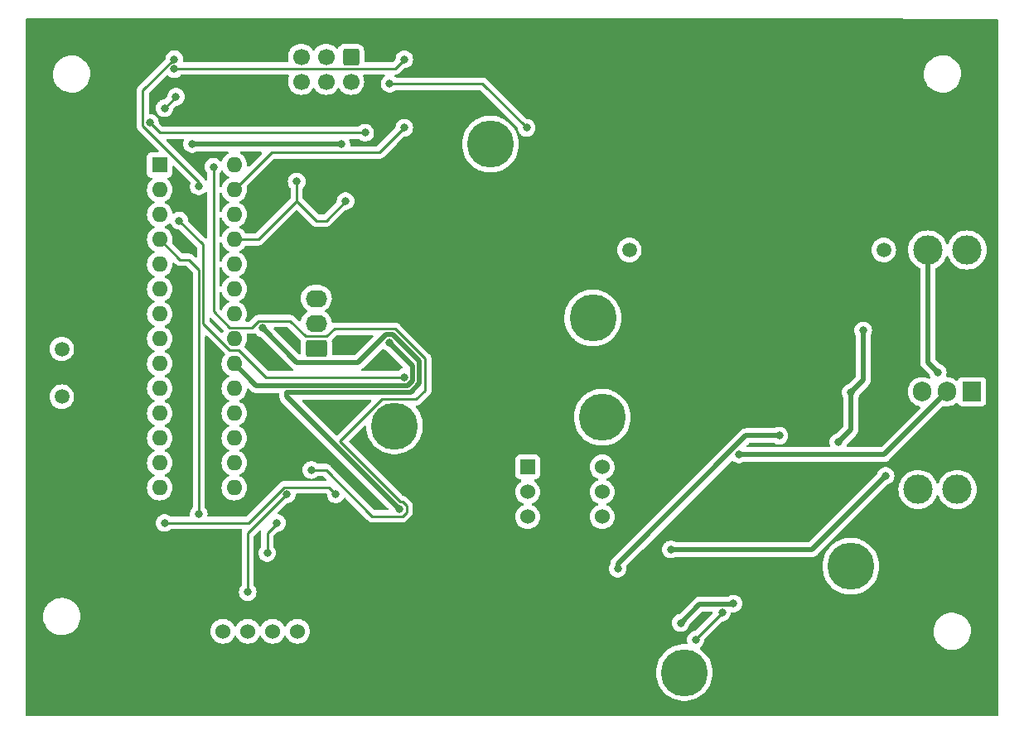
<source format=gbl>
G04 #@! TF.GenerationSoftware,KiCad,Pcbnew,(7.0.0)*
G04 #@! TF.CreationDate,2023-03-08T04:37:20-06:00*
G04 #@! TF.ProjectId,445,3434352e-6b69-4636-9164-5f7063625858,rev?*
G04 #@! TF.SameCoordinates,Original*
G04 #@! TF.FileFunction,Copper,L2,Bot*
G04 #@! TF.FilePolarity,Positive*
%FSLAX46Y46*%
G04 Gerber Fmt 4.6, Leading zero omitted, Abs format (unit mm)*
G04 Created by KiCad (PCBNEW (7.0.0)) date 2023-03-08 04:37:20*
%MOMM*%
%LPD*%
G01*
G04 APERTURE LIST*
G04 Aperture macros list*
%AMRoundRect*
0 Rectangle with rounded corners*
0 $1 Rounding radius*
0 $2 $3 $4 $5 $6 $7 $8 $9 X,Y pos of 4 corners*
0 Add a 4 corners polygon primitive as box body*
4,1,4,$2,$3,$4,$5,$6,$7,$8,$9,$2,$3,0*
0 Add four circle primitives for the rounded corners*
1,1,$1+$1,$2,$3*
1,1,$1+$1,$4,$5*
1,1,$1+$1,$6,$7*
1,1,$1+$1,$8,$9*
0 Add four rect primitives between the rounded corners*
20,1,$1+$1,$2,$3,$4,$5,0*
20,1,$1+$1,$4,$5,$6,$7,0*
20,1,$1+$1,$6,$7,$8,$9,0*
20,1,$1+$1,$8,$9,$2,$3,0*%
G04 Aperture macros list end*
G04 #@! TA.AperFunction,ComponentPad*
%ADD10C,1.500000*%
G04 #@! TD*
G04 #@! TA.AperFunction,ComponentPad*
%ADD11R,1.600000X1.600000*%
G04 #@! TD*
G04 #@! TA.AperFunction,ComponentPad*
%ADD12O,1.600000X1.600000*%
G04 #@! TD*
G04 #@! TA.AperFunction,ComponentPad*
%ADD13C,1.530000*%
G04 #@! TD*
G04 #@! TA.AperFunction,ComponentPad*
%ADD14RoundRect,0.250000X-0.600000X0.600000X-0.600000X-0.600000X0.600000X-0.600000X0.600000X0.600000X0*%
G04 #@! TD*
G04 #@! TA.AperFunction,ComponentPad*
%ADD15C,1.700000*%
G04 #@! TD*
G04 #@! TA.AperFunction,ComponentPad*
%ADD16C,4.800000*%
G04 #@! TD*
G04 #@! TA.AperFunction,ComponentPad*
%ADD17C,3.000000*%
G04 #@! TD*
G04 #@! TA.AperFunction,ComponentPad*
%ADD18R,1.905000X2.000000*%
G04 #@! TD*
G04 #@! TA.AperFunction,ComponentPad*
%ADD19O,1.905000X2.000000*%
G04 #@! TD*
G04 #@! TA.AperFunction,ComponentPad*
%ADD20R,1.524000X1.524000*%
G04 #@! TD*
G04 #@! TA.AperFunction,ComponentPad*
%ADD21C,1.524000*%
G04 #@! TD*
G04 #@! TA.AperFunction,ComponentPad*
%ADD22RoundRect,0.250000X0.845000X-0.620000X0.845000X0.620000X-0.845000X0.620000X-0.845000X-0.620000X0*%
G04 #@! TD*
G04 #@! TA.AperFunction,ComponentPad*
%ADD23O,2.190000X1.740000*%
G04 #@! TD*
G04 #@! TA.AperFunction,ViaPad*
%ADD24C,0.800000*%
G04 #@! TD*
G04 #@! TA.AperFunction,Conductor*
%ADD25C,0.254000*%
G04 #@! TD*
G04 #@! TA.AperFunction,Conductor*
%ADD26C,0.250000*%
G04 #@! TD*
G04 #@! TA.AperFunction,Conductor*
%ADD27C,0.508000*%
G04 #@! TD*
G04 APERTURE END LIST*
D10*
X134000000Y-69000000D03*
X134000000Y-64120000D03*
X218000000Y-54000000D03*
X192000000Y-54000000D03*
D11*
X143999999Y-45299999D03*
D12*
X143999999Y-47839999D03*
X143999999Y-50379999D03*
X143999999Y-52919999D03*
X143999999Y-55459999D03*
X143999999Y-57999999D03*
X143999999Y-60539999D03*
X143999999Y-63079999D03*
X143999999Y-65619999D03*
X143999999Y-68159999D03*
X143999999Y-70699999D03*
X143999999Y-73239999D03*
X143999999Y-75779999D03*
X143999999Y-78319999D03*
X151619999Y-78319999D03*
X151619999Y-75779999D03*
X151619999Y-73239999D03*
X151619999Y-70699999D03*
X151619999Y-68159999D03*
X151619999Y-65619999D03*
X151619999Y-63079999D03*
X151619999Y-60539999D03*
X151619999Y-57999999D03*
X151619999Y-55459999D03*
X151619999Y-52919999D03*
X151619999Y-50379999D03*
X151619999Y-47839999D03*
X151619999Y-45299999D03*
D13*
X150460000Y-93000000D03*
X153000000Y-93000000D03*
X155540000Y-93000000D03*
X158080000Y-93000000D03*
D14*
X163545000Y-34247500D03*
D15*
X163545000Y-36787500D03*
X161005000Y-34247500D03*
X161005000Y-36787500D03*
X158465000Y-34247500D03*
X158465000Y-36787500D03*
D16*
X177800000Y-43180000D03*
X197612000Y-97231200D03*
D17*
X221500000Y-78500000D03*
X225500000Y-78500000D03*
D16*
X188264800Y-60960000D03*
X168000000Y-72000000D03*
D18*
X226999999Y-68499999D03*
D19*
X224459999Y-68499999D03*
X221919999Y-68499999D03*
D20*
X181609999Y-76199999D03*
D21*
X181610000Y-78740000D03*
X181610000Y-81280000D03*
X189230000Y-81280000D03*
X189230000Y-78740000D03*
X189230000Y-76200000D03*
D16*
X214630000Y-86360000D03*
D22*
X160000000Y-64040000D03*
D23*
X159999999Y-61499999D03*
X159999999Y-58959999D03*
D16*
X189230000Y-71120000D03*
D17*
X222500000Y-54000000D03*
X226500000Y-54000000D03*
D24*
X149500000Y-45500000D03*
X159500000Y-76500000D03*
X169000000Y-41500000D03*
X145486286Y-34486286D03*
X148000000Y-47500000D03*
X145672299Y-38327701D03*
X144500000Y-39500000D03*
X169000000Y-34500000D03*
X145500000Y-35500000D03*
X181500000Y-41500000D03*
X167500000Y-37000000D03*
X168500000Y-80500000D03*
X154500000Y-62000000D03*
X162000000Y-79000000D03*
X144500000Y-81925500D03*
X190804800Y-86614000D03*
X207314800Y-72999600D03*
X167487600Y-63500000D03*
X202641200Y-90170000D03*
X197256400Y-92151200D03*
X218186000Y-77114400D03*
X196240400Y-84632800D03*
X198780400Y-93878400D03*
X201472800Y-91084400D03*
X223520000Y-66534500D03*
X203200000Y-74930000D03*
X213360000Y-73660000D03*
X214630000Y-68580000D03*
X215900000Y-62230000D03*
X147320000Y-43180000D03*
X162560000Y-43180000D03*
X165000000Y-42000000D03*
X143000000Y-41000000D03*
X163000000Y-49000000D03*
X158000000Y-47000000D03*
X148000000Y-81000000D03*
X156000000Y-81925500D03*
X155000000Y-85000000D03*
X169000000Y-67000000D03*
X146000000Y-51000000D03*
X157000000Y-79000000D03*
X153000000Y-89000000D03*
D25*
X158250000Y-49250000D02*
X158000000Y-49000000D01*
X154080000Y-52920000D02*
X158000000Y-49000000D01*
X151620000Y-52920000D02*
X154080000Y-52920000D01*
D26*
X160000000Y-51000000D02*
X158250000Y-49250000D01*
D25*
X171143000Y-65126003D02*
X171143000Y-68357000D01*
X166727000Y-69273000D02*
X162410829Y-73589171D01*
X168801134Y-79773000D02*
X169227000Y-80198866D01*
X162410829Y-73589171D02*
X168594658Y-79773000D01*
X168594658Y-79773000D02*
X168801134Y-79773000D01*
X169227000Y-80198866D02*
X169227000Y-80801134D01*
X169227000Y-80801134D02*
X168801134Y-81227000D01*
X170227000Y-69273000D02*
X166727000Y-69273000D01*
X168801134Y-81227000D02*
X165727000Y-81227000D01*
X165727000Y-81227000D02*
X161000000Y-76500000D01*
X161000000Y-76500000D02*
X159500000Y-76500000D01*
X171143000Y-68357000D02*
X170227000Y-69273000D01*
X149500000Y-45500000D02*
X149500000Y-60299819D01*
X154104866Y-61273000D02*
X157345999Y-61273000D01*
X149500000Y-60299819D02*
X151153181Y-61953000D01*
X168081997Y-62065000D02*
X171143000Y-65126003D01*
X151153181Y-61953000D02*
X153424866Y-61953000D01*
X153424866Y-61953000D02*
X154104866Y-61273000D01*
X157345999Y-61273000D02*
X158915999Y-62843000D01*
X158915999Y-62843000D02*
X161084001Y-62843000D01*
X161084001Y-62843000D02*
X161862001Y-62065000D01*
X161862001Y-62065000D02*
X168081997Y-62065000D01*
X155431866Y-44028134D02*
X151620000Y-47840000D01*
X169000000Y-41500000D02*
X166471866Y-44028134D01*
X166471866Y-44028134D02*
X155431866Y-44028134D01*
X142273000Y-37699572D02*
X145486286Y-34486286D01*
X142273000Y-41301134D02*
X142273000Y-37699572D01*
X148000000Y-47028134D02*
X142273000Y-41301134D01*
X148000000Y-47500000D02*
X148000000Y-47028134D01*
X144500000Y-39500000D02*
X145672299Y-38327701D01*
X145575500Y-35424500D02*
X145500000Y-35500000D01*
X168075500Y-35424500D02*
X145575500Y-35424500D01*
X169000000Y-34500000D02*
X168075500Y-35424500D01*
X177000000Y-37000000D02*
X181500000Y-41500000D01*
X167500000Y-37000000D02*
X177000000Y-37000000D01*
D27*
X170562000Y-65366661D02*
X167841339Y-62646000D01*
X167133861Y-62646000D02*
X164279861Y-65500000D01*
X167841339Y-62646000D02*
X167133861Y-62646000D01*
X169647003Y-68562000D02*
X170562000Y-67647003D01*
X157000000Y-69000000D02*
X157000000Y-68562000D01*
X168500000Y-80500000D02*
X157000000Y-69000000D01*
X157000000Y-68562000D02*
X169647003Y-68562000D01*
X164279861Y-65500000D02*
X158000000Y-65500000D01*
X158000000Y-65500000D02*
X154500000Y-62000000D01*
X170562000Y-67647003D02*
X170562000Y-65366661D01*
D25*
X161273000Y-78273000D02*
X162000000Y-79000000D01*
X153046366Y-81925500D02*
X156698866Y-78273000D01*
X144500000Y-81925500D02*
X153046366Y-81925500D01*
X156698866Y-78273000D02*
X161273000Y-78273000D01*
D27*
X190804800Y-86117461D02*
X190804800Y-86614000D01*
X203922661Y-72999600D02*
X190804800Y-86117461D01*
X207314800Y-72999600D02*
X203922661Y-72999600D01*
X167487600Y-63500000D02*
X169854000Y-65866400D01*
X169854000Y-65866400D02*
X169854000Y-67353739D01*
X169854000Y-67353739D02*
X169353739Y-67854000D01*
X169353739Y-67854000D02*
X153854000Y-67854000D01*
X153854000Y-67854000D02*
X151620000Y-65620000D01*
X202580800Y-90230400D02*
X202641200Y-90170000D01*
X199177200Y-90230400D02*
X202580800Y-90230400D01*
X197256400Y-92151200D02*
X199177200Y-90230400D01*
X210667600Y-84632800D02*
X218186000Y-77114400D01*
X196240400Y-84632800D02*
X210667600Y-84632800D01*
D25*
X201472800Y-91084400D02*
X198780400Y-93776800D01*
X198780400Y-93776800D02*
X198780400Y-93878400D01*
D27*
X223520000Y-66534500D02*
X222500000Y-65514500D01*
X222500000Y-65514500D02*
X222500000Y-54000000D01*
X203200000Y-74930000D02*
X218030000Y-74930000D01*
X218030000Y-74930000D02*
X224460000Y-68500000D01*
X213360000Y-73660000D02*
X214630000Y-72390000D01*
X214630000Y-72390000D02*
X214630000Y-68580000D01*
X215900000Y-67310000D02*
X214630000Y-68580000D01*
X215900000Y-62230000D02*
X215900000Y-67310000D01*
X162560000Y-43180000D02*
X147320000Y-43180000D01*
D26*
X144000000Y-42000000D02*
X143000000Y-41000000D01*
X165000000Y-42000000D02*
X144000000Y-42000000D01*
X161000000Y-51000000D02*
X160000000Y-51000000D01*
X158000000Y-49000000D02*
X158000000Y-47000000D01*
X163000000Y-49000000D02*
X161000000Y-51000000D01*
X155000000Y-83000000D02*
X156000000Y-82000000D01*
X148000000Y-56000000D02*
X147000000Y-55000000D01*
X155000000Y-85000000D02*
X155000000Y-83000000D01*
X146080000Y-55000000D02*
X144000000Y-52920000D01*
X148000000Y-81000000D02*
X148000000Y-56000000D01*
X156000000Y-82000000D02*
X156000000Y-81925500D01*
X147000000Y-55000000D02*
X146080000Y-55000000D01*
X151154009Y-64205000D02*
X148450000Y-61500991D01*
X154880991Y-67000000D02*
X152085991Y-64205000D01*
X152085991Y-64205000D02*
X151154009Y-64205000D01*
X169000000Y-67000000D02*
X154880991Y-67000000D01*
X148450000Y-53450000D02*
X146000000Y-51000000D01*
X148450000Y-61500991D02*
X148450000Y-53450000D01*
X153000000Y-89000000D02*
X153000000Y-83000000D01*
X153000000Y-83000000D02*
X157000000Y-79000000D01*
G04 #@! TA.AperFunction,Conductor*
G36*
X148787818Y-62742512D02*
G01*
X148837180Y-62772761D01*
X149750181Y-63685763D01*
X150644934Y-64580516D01*
X150677028Y-64636103D01*
X150677028Y-64700289D01*
X150644936Y-64755876D01*
X150623786Y-64777026D01*
X150623775Y-64777038D01*
X150619953Y-64780861D01*
X150616851Y-64785290D01*
X150616846Y-64785297D01*
X150492540Y-64962826D01*
X150492535Y-64962833D01*
X150489432Y-64967266D01*
X150487144Y-64972172D01*
X150487142Y-64972176D01*
X150395550Y-65168594D01*
X150395547Y-65168599D01*
X150393261Y-65173504D01*
X150391862Y-65178724D01*
X150391858Y-65178736D01*
X150335764Y-65388083D01*
X150335762Y-65388094D01*
X150334365Y-65393308D01*
X150314532Y-65620000D01*
X150315004Y-65625395D01*
X150327123Y-65763923D01*
X150334365Y-65846692D01*
X150335762Y-65851907D01*
X150335764Y-65851916D01*
X150391858Y-66061263D01*
X150391861Y-66061271D01*
X150393261Y-66066496D01*
X150395549Y-66071403D01*
X150395550Y-66071405D01*
X150442642Y-66172394D01*
X150489432Y-66272734D01*
X150492539Y-66277171D01*
X150492540Y-66277173D01*
X150540904Y-66346244D01*
X150619953Y-66459139D01*
X150780861Y-66620047D01*
X150967266Y-66750568D01*
X150972172Y-66752855D01*
X150972176Y-66752858D01*
X151025274Y-66777618D01*
X151077450Y-66823375D01*
X151096869Y-66890000D01*
X151077450Y-66956625D01*
X151025274Y-67002382D01*
X150972176Y-67027141D01*
X150972163Y-67027148D01*
X150967266Y-67029432D01*
X150962833Y-67032535D01*
X150962826Y-67032540D01*
X150785296Y-67156847D01*
X150785291Y-67156850D01*
X150780861Y-67159953D01*
X150777037Y-67163776D01*
X150777031Y-67163782D01*
X150623782Y-67317031D01*
X150623776Y-67317037D01*
X150619953Y-67320861D01*
X150616850Y-67325291D01*
X150616847Y-67325296D01*
X150492540Y-67502826D01*
X150492535Y-67502833D01*
X150489432Y-67507266D01*
X150487144Y-67512172D01*
X150487142Y-67512176D01*
X150395550Y-67708594D01*
X150395547Y-67708599D01*
X150393261Y-67713504D01*
X150391862Y-67718724D01*
X150391858Y-67718736D01*
X150335764Y-67928083D01*
X150335762Y-67928094D01*
X150334365Y-67933308D01*
X150333893Y-67938693D01*
X150333893Y-67938698D01*
X150323857Y-68053410D01*
X150314532Y-68160000D01*
X150315004Y-68165395D01*
X150333773Y-68379935D01*
X150334365Y-68386692D01*
X150335762Y-68391907D01*
X150335764Y-68391916D01*
X150391858Y-68601263D01*
X150391861Y-68601271D01*
X150393261Y-68606496D01*
X150395549Y-68611403D01*
X150395550Y-68611405D01*
X150405793Y-68633371D01*
X150489432Y-68812734D01*
X150492539Y-68817171D01*
X150492540Y-68817173D01*
X150514143Y-68848026D01*
X150619953Y-68999139D01*
X150780861Y-69160047D01*
X150967266Y-69290568D01*
X150972172Y-69292855D01*
X150972176Y-69292858D01*
X151025274Y-69317618D01*
X151077450Y-69363375D01*
X151096869Y-69430000D01*
X151077450Y-69496625D01*
X151025274Y-69542382D01*
X150972176Y-69567141D01*
X150972163Y-69567148D01*
X150967266Y-69569432D01*
X150962833Y-69572535D01*
X150962826Y-69572540D01*
X150785296Y-69696847D01*
X150785291Y-69696850D01*
X150780861Y-69699953D01*
X150777037Y-69703776D01*
X150777031Y-69703782D01*
X150623782Y-69857031D01*
X150623776Y-69857037D01*
X150619953Y-69860861D01*
X150616850Y-69865291D01*
X150616847Y-69865296D01*
X150492540Y-70042826D01*
X150492535Y-70042833D01*
X150489432Y-70047266D01*
X150487144Y-70052172D01*
X150487142Y-70052176D01*
X150395550Y-70248594D01*
X150395547Y-70248599D01*
X150393261Y-70253504D01*
X150391862Y-70258724D01*
X150391858Y-70258736D01*
X150335764Y-70468083D01*
X150335762Y-70468094D01*
X150334365Y-70473308D01*
X150314532Y-70700000D01*
X150334365Y-70926692D01*
X150335762Y-70931907D01*
X150335764Y-70931916D01*
X150391858Y-71141263D01*
X150391861Y-71141271D01*
X150393261Y-71146496D01*
X150489432Y-71352734D01*
X150619953Y-71539139D01*
X150780861Y-71700047D01*
X150967266Y-71830568D01*
X150972172Y-71832855D01*
X150972176Y-71832858D01*
X151025274Y-71857618D01*
X151077450Y-71903375D01*
X151096869Y-71970000D01*
X151077450Y-72036625D01*
X151025274Y-72082382D01*
X150972176Y-72107141D01*
X150972163Y-72107148D01*
X150967266Y-72109432D01*
X150962833Y-72112535D01*
X150962826Y-72112540D01*
X150785296Y-72236847D01*
X150785291Y-72236850D01*
X150780861Y-72239953D01*
X150777037Y-72243776D01*
X150777031Y-72243782D01*
X150623782Y-72397031D01*
X150623776Y-72397037D01*
X150619953Y-72400861D01*
X150616850Y-72405291D01*
X150616847Y-72405296D01*
X150492540Y-72582826D01*
X150492535Y-72582833D01*
X150489432Y-72587266D01*
X150487144Y-72592172D01*
X150487142Y-72592176D01*
X150395550Y-72788594D01*
X150395547Y-72788599D01*
X150393261Y-72793504D01*
X150391862Y-72798724D01*
X150391858Y-72798736D01*
X150335764Y-73008083D01*
X150335762Y-73008094D01*
X150334365Y-73013308D01*
X150333893Y-73018693D01*
X150333893Y-73018698D01*
X150323857Y-73133410D01*
X150314532Y-73240000D01*
X150315004Y-73245395D01*
X150332948Y-73450502D01*
X150334365Y-73466692D01*
X150335762Y-73471907D01*
X150335764Y-73471916D01*
X150391858Y-73681263D01*
X150391861Y-73681271D01*
X150393261Y-73686496D01*
X150395549Y-73691403D01*
X150395550Y-73691405D01*
X150440500Y-73787800D01*
X150489432Y-73892734D01*
X150492539Y-73897171D01*
X150492540Y-73897173D01*
X150496007Y-73902124D01*
X150619953Y-74079139D01*
X150780861Y-74240047D01*
X150967266Y-74370568D01*
X150972172Y-74372855D01*
X150972176Y-74372858D01*
X151025274Y-74397618D01*
X151077450Y-74443375D01*
X151096869Y-74510000D01*
X151077450Y-74576625D01*
X151025274Y-74622382D01*
X150972176Y-74647141D01*
X150972163Y-74647148D01*
X150967266Y-74649432D01*
X150962833Y-74652535D01*
X150962826Y-74652540D01*
X150785296Y-74776847D01*
X150785291Y-74776850D01*
X150780861Y-74779953D01*
X150777037Y-74783776D01*
X150777031Y-74783782D01*
X150623782Y-74937031D01*
X150623776Y-74937037D01*
X150619953Y-74940861D01*
X150616850Y-74945291D01*
X150616847Y-74945296D01*
X150492540Y-75122826D01*
X150492535Y-75122833D01*
X150489432Y-75127266D01*
X150487144Y-75132172D01*
X150487142Y-75132176D01*
X150395550Y-75328594D01*
X150395547Y-75328599D01*
X150393261Y-75333504D01*
X150391862Y-75338724D01*
X150391858Y-75338736D01*
X150335764Y-75548083D01*
X150335762Y-75548094D01*
X150334365Y-75553308D01*
X150333893Y-75558693D01*
X150333893Y-75558698D01*
X150322521Y-75688685D01*
X150314532Y-75780000D01*
X150315004Y-75785395D01*
X150333223Y-75993646D01*
X150334365Y-76006692D01*
X150335762Y-76011907D01*
X150335764Y-76011916D01*
X150391858Y-76221263D01*
X150391861Y-76221271D01*
X150393261Y-76226496D01*
X150395549Y-76231403D01*
X150395550Y-76231405D01*
X150405739Y-76253256D01*
X150489432Y-76432734D01*
X150492539Y-76437171D01*
X150492540Y-76437173D01*
X150547557Y-76515746D01*
X150619953Y-76619139D01*
X150780861Y-76780047D01*
X150967266Y-76910568D01*
X151025276Y-76937618D01*
X151077449Y-76983373D01*
X151096869Y-77049997D01*
X151077451Y-77116622D01*
X151025276Y-77162380D01*
X150972178Y-77187141D01*
X150972173Y-77187143D01*
X150967266Y-77189432D01*
X150962833Y-77192535D01*
X150962826Y-77192540D01*
X150785296Y-77316847D01*
X150785291Y-77316850D01*
X150780861Y-77319953D01*
X150777037Y-77323776D01*
X150777031Y-77323782D01*
X150623782Y-77477031D01*
X150623776Y-77477037D01*
X150619953Y-77480861D01*
X150616850Y-77485291D01*
X150616847Y-77485296D01*
X150492540Y-77662826D01*
X150492535Y-77662833D01*
X150489432Y-77667266D01*
X150487144Y-77672172D01*
X150487142Y-77672176D01*
X150395550Y-77868594D01*
X150395547Y-77868599D01*
X150393261Y-77873504D01*
X150391862Y-77878724D01*
X150391858Y-77878736D01*
X150335764Y-78088083D01*
X150335762Y-78088094D01*
X150334365Y-78093308D01*
X150314532Y-78320000D01*
X150315004Y-78325395D01*
X150332023Y-78519932D01*
X150334365Y-78546692D01*
X150335762Y-78551907D01*
X150335764Y-78551916D01*
X150391858Y-78761263D01*
X150391861Y-78761271D01*
X150393261Y-78766496D01*
X150489432Y-78972734D01*
X150619953Y-79159139D01*
X150780861Y-79320047D01*
X150967266Y-79450568D01*
X151173504Y-79546739D01*
X151178734Y-79548140D01*
X151178736Y-79548141D01*
X151299204Y-79580420D01*
X151393308Y-79605635D01*
X151620000Y-79625468D01*
X151846692Y-79605635D01*
X152066496Y-79546739D01*
X152272734Y-79450568D01*
X152459139Y-79320047D01*
X152620047Y-79159139D01*
X152750568Y-78972734D01*
X152846739Y-78766496D01*
X152905635Y-78546692D01*
X152925468Y-78320000D01*
X152905635Y-78093308D01*
X152879427Y-77995498D01*
X152848141Y-77878736D01*
X152848140Y-77878734D01*
X152846739Y-77873504D01*
X152750568Y-77667266D01*
X152620047Y-77480861D01*
X152459139Y-77319953D01*
X152294012Y-77204331D01*
X152277173Y-77192540D01*
X152277171Y-77192539D01*
X152272734Y-77189432D01*
X152214724Y-77162381D01*
X152162549Y-77116625D01*
X152143130Y-77050000D01*
X152162549Y-76983375D01*
X152214725Y-76937618D01*
X152272734Y-76910568D01*
X152459139Y-76780047D01*
X152620047Y-76619139D01*
X152750568Y-76432734D01*
X152846739Y-76226496D01*
X152905635Y-76006692D01*
X152925468Y-75780000D01*
X152905635Y-75553308D01*
X152893134Y-75506655D01*
X152848141Y-75338736D01*
X152848140Y-75338734D01*
X152846739Y-75333504D01*
X152750568Y-75127266D01*
X152620047Y-74940861D01*
X152459139Y-74779953D01*
X152300735Y-74669038D01*
X152277173Y-74652540D01*
X152277171Y-74652539D01*
X152272734Y-74649432D01*
X152214724Y-74622381D01*
X152162549Y-74576625D01*
X152143130Y-74510000D01*
X152162549Y-74443375D01*
X152214725Y-74397618D01*
X152272734Y-74370568D01*
X152459139Y-74240047D01*
X152620047Y-74079139D01*
X152750568Y-73892734D01*
X152846739Y-73686496D01*
X152905635Y-73466692D01*
X152925468Y-73240000D01*
X152905635Y-73013308D01*
X152846739Y-72793504D01*
X152750568Y-72587266D01*
X152620047Y-72400861D01*
X152459139Y-72239953D01*
X152397224Y-72196600D01*
X152277173Y-72112540D01*
X152277171Y-72112539D01*
X152272734Y-72109432D01*
X152214724Y-72082381D01*
X152162549Y-72036625D01*
X152143130Y-71970000D01*
X152162549Y-71903375D01*
X152214725Y-71857618D01*
X152272734Y-71830568D01*
X152459139Y-71700047D01*
X152620047Y-71539139D01*
X152750568Y-71352734D01*
X152846739Y-71146496D01*
X152905635Y-70926692D01*
X152925468Y-70700000D01*
X152905635Y-70473308D01*
X152846739Y-70253504D01*
X152750568Y-70047266D01*
X152620047Y-69860861D01*
X152459139Y-69699953D01*
X152348861Y-69622736D01*
X152277173Y-69572540D01*
X152277171Y-69572539D01*
X152272734Y-69569432D01*
X152214724Y-69542381D01*
X152162549Y-69496625D01*
X152143130Y-69430000D01*
X152162549Y-69363375D01*
X152214725Y-69317618D01*
X152272734Y-69290568D01*
X152459139Y-69160047D01*
X152620047Y-68999139D01*
X152750568Y-68812734D01*
X152846739Y-68606496D01*
X152905635Y-68386692D01*
X152915767Y-68270871D01*
X152940919Y-68206195D01*
X152996884Y-68165159D01*
X153066133Y-68160620D01*
X153126976Y-68194000D01*
X153275233Y-68342257D01*
X153287011Y-68355884D01*
X153301461Y-68375294D01*
X153338512Y-68406384D01*
X153339634Y-68407325D01*
X153347608Y-68414632D01*
X153351559Y-68418583D01*
X153354389Y-68420821D01*
X153354394Y-68420825D01*
X153376009Y-68437916D01*
X153378805Y-68440193D01*
X153436573Y-68488667D01*
X153443031Y-68491909D01*
X153446028Y-68493881D01*
X153446248Y-68494040D01*
X153446490Y-68494175D01*
X153449539Y-68496055D01*
X153455209Y-68500539D01*
X153523613Y-68532436D01*
X153526776Y-68533968D01*
X153587728Y-68564580D01*
X153587733Y-68564582D01*
X153594189Y-68567824D01*
X153601225Y-68569491D01*
X153604577Y-68570711D01*
X153604842Y-68570821D01*
X153605096Y-68570893D01*
X153608508Y-68572023D01*
X153615060Y-68575079D01*
X153622139Y-68576540D01*
X153622140Y-68576541D01*
X153647527Y-68581782D01*
X153688938Y-68590333D01*
X153692411Y-68591103D01*
X153765812Y-68608500D01*
X153773043Y-68608500D01*
X153776602Y-68608916D01*
X153776876Y-68608960D01*
X153777139Y-68608972D01*
X153780719Y-68609285D01*
X153787794Y-68610746D01*
X153863194Y-68608552D01*
X153866802Y-68608500D01*
X156121500Y-68608500D01*
X156183500Y-68625113D01*
X156228887Y-68670500D01*
X156245500Y-68732500D01*
X156245500Y-68935999D01*
X156244190Y-68953971D01*
X156240685Y-68977906D01*
X156241314Y-68985097D01*
X156241314Y-68985104D01*
X156245028Y-69027548D01*
X156245500Y-69038355D01*
X156245500Y-69043941D01*
X156245916Y-69047502D01*
X156245917Y-69047517D01*
X156249116Y-69074885D01*
X156249482Y-69078468D01*
X156255427Y-69146420D01*
X156255428Y-69146425D01*
X156256057Y-69153612D01*
X156258327Y-69160462D01*
X156259056Y-69163992D01*
X156259098Y-69164254D01*
X156259171Y-69164511D01*
X156260002Y-69168019D01*
X156260840Y-69175184D01*
X156286635Y-69246058D01*
X156287804Y-69249423D01*
X156309264Y-69314182D01*
X156309266Y-69314187D01*
X156311536Y-69321036D01*
X156315322Y-69327174D01*
X156316846Y-69330442D01*
X156316946Y-69330684D01*
X156317082Y-69330927D01*
X156318693Y-69334135D01*
X156321164Y-69340924D01*
X156325132Y-69346957D01*
X156325134Y-69346961D01*
X156362613Y-69403946D01*
X156364550Y-69406986D01*
X156378745Y-69430000D01*
X156404130Y-69471154D01*
X156409237Y-69476261D01*
X156411463Y-69479076D01*
X156411624Y-69479299D01*
X156411799Y-69479490D01*
X156414118Y-69482253D01*
X156418085Y-69488285D01*
X156423336Y-69493239D01*
X156472938Y-69540036D01*
X156475525Y-69542549D01*
X167320795Y-80387819D01*
X167351045Y-80437182D01*
X167355587Y-80494898D01*
X167333432Y-80548385D01*
X167289409Y-80585985D01*
X167233114Y-80599500D01*
X166038281Y-80599500D01*
X165990828Y-80590061D01*
X165950600Y-80563181D01*
X161498893Y-76111474D01*
X161491406Y-76103245D01*
X161487340Y-76096838D01*
X161438152Y-76050647D01*
X161435355Y-76047936D01*
X161418558Y-76031139D01*
X161418557Y-76031138D01*
X161415796Y-76028377D01*
X161412714Y-76025987D01*
X161412710Y-76025983D01*
X161412604Y-76025901D01*
X161403716Y-76018310D01*
X161377452Y-75993646D01*
X161377453Y-75993646D01*
X161371767Y-75988307D01*
X161364932Y-75984549D01*
X161364930Y-75984548D01*
X161354119Y-75978604D01*
X161337860Y-75967923D01*
X161328130Y-75960376D01*
X161328127Y-75960374D01*
X161321962Y-75955592D01*
X161314804Y-75952494D01*
X161314800Y-75952492D01*
X161281736Y-75938184D01*
X161271247Y-75933045D01*
X161239672Y-75915686D01*
X161239663Y-75915682D01*
X161232834Y-75911928D01*
X161213337Y-75906921D01*
X161194931Y-75900620D01*
X161183616Y-75895723D01*
X161183612Y-75895721D01*
X161176458Y-75892626D01*
X161168753Y-75891405D01*
X161168751Y-75891405D01*
X161133172Y-75885770D01*
X161121734Y-75883402D01*
X161086829Y-75874440D01*
X161086827Y-75874439D01*
X161079272Y-75872500D01*
X161071468Y-75872500D01*
X161059141Y-75872500D01*
X161039743Y-75870973D01*
X161027576Y-75869046D01*
X161019867Y-75867825D01*
X161012101Y-75868559D01*
X161012099Y-75868559D01*
X160976231Y-75871950D01*
X160964561Y-75872500D01*
X160201947Y-75872500D01*
X160151514Y-75861781D01*
X160115594Y-75835684D01*
X160115049Y-75836290D01*
X160110220Y-75831942D01*
X160105871Y-75827112D01*
X159952730Y-75715849D01*
X159940337Y-75710331D01*
X159785745Y-75641501D01*
X159785740Y-75641499D01*
X159779803Y-75638856D01*
X159773444Y-75637504D01*
X159773440Y-75637503D01*
X159601008Y-75600852D01*
X159601005Y-75600851D01*
X159594646Y-75599500D01*
X159405354Y-75599500D01*
X159398995Y-75600851D01*
X159398991Y-75600852D01*
X159226559Y-75637503D01*
X159226552Y-75637505D01*
X159220197Y-75638856D01*
X159214262Y-75641498D01*
X159214254Y-75641501D01*
X159053207Y-75713205D01*
X159053202Y-75713207D01*
X159047270Y-75715849D01*
X159042016Y-75719665D01*
X159042011Y-75719669D01*
X158899388Y-75823290D01*
X158899381Y-75823295D01*
X158894129Y-75827112D01*
X158889784Y-75831937D01*
X158889779Y-75831942D01*
X158771813Y-75962956D01*
X158771808Y-75962962D01*
X158767467Y-75967784D01*
X158764222Y-75973404D01*
X158764218Y-75973410D01*
X158676069Y-76126089D01*
X158676066Y-76126094D01*
X158672821Y-76131716D01*
X158670815Y-76137888D01*
X158670813Y-76137894D01*
X158616333Y-76305564D01*
X158616331Y-76305573D01*
X158614326Y-76311744D01*
X158613648Y-76318194D01*
X158613646Y-76318204D01*
X158595962Y-76486464D01*
X158594540Y-76500000D01*
X158595219Y-76506460D01*
X158613646Y-76681795D01*
X158613647Y-76681803D01*
X158614326Y-76688256D01*
X158616331Y-76694428D01*
X158616333Y-76694435D01*
X158663012Y-76838096D01*
X158672821Y-76868284D01*
X158676068Y-76873908D01*
X158676069Y-76873910D01*
X158759518Y-77018449D01*
X158767467Y-77032216D01*
X158771811Y-77037041D01*
X158771813Y-77037043D01*
X158884669Y-77162382D01*
X158894129Y-77172888D01*
X159047270Y-77284151D01*
X159220197Y-77361144D01*
X159403990Y-77400210D01*
X159457914Y-77426510D01*
X159493180Y-77475049D01*
X159500000Y-77523574D01*
X159506820Y-77475049D01*
X159542086Y-77426510D01*
X159596010Y-77400210D01*
X159779803Y-77361144D01*
X159952730Y-77284151D01*
X160105871Y-77172888D01*
X160110222Y-77168054D01*
X160115049Y-77163710D01*
X160115594Y-77164315D01*
X160151514Y-77138219D01*
X160201947Y-77127500D01*
X160688719Y-77127500D01*
X160736172Y-77136939D01*
X160776400Y-77163819D01*
X161046400Y-77433819D01*
X161076650Y-77483182D01*
X161081192Y-77540898D01*
X161059037Y-77594385D01*
X161015014Y-77631985D01*
X160958719Y-77645500D01*
X159621791Y-77645500D01*
X159563576Y-77630985D01*
X159518990Y-77590840D01*
X159500000Y-77538664D01*
X159481010Y-77590840D01*
X159436424Y-77630985D01*
X159378209Y-77645500D01*
X156776911Y-77645500D01*
X156765799Y-77644976D01*
X156758389Y-77643320D01*
X156750590Y-77643565D01*
X156690947Y-77645439D01*
X156687053Y-77645500D01*
X156659390Y-77645500D01*
X156655537Y-77645986D01*
X156655528Y-77645987D01*
X156655374Y-77646007D01*
X156643751Y-77646921D01*
X156607715Y-77648054D01*
X156607714Y-77648054D01*
X156599923Y-77648299D01*
X156592440Y-77650472D01*
X156592433Y-77650474D01*
X156580579Y-77653918D01*
X156561535Y-77657862D01*
X156549313Y-77659406D01*
X156549311Y-77659406D01*
X156541573Y-77660384D01*
X156534325Y-77663253D01*
X156534315Y-77663256D01*
X156500816Y-77676519D01*
X156489772Y-77680300D01*
X156455167Y-77690354D01*
X156455158Y-77690357D01*
X156447675Y-77692532D01*
X156430343Y-77702781D01*
X156412878Y-77711337D01*
X156401418Y-77715874D01*
X156401414Y-77715875D01*
X156394163Y-77718747D01*
X156387859Y-77723326D01*
X156387848Y-77723333D01*
X156358693Y-77744516D01*
X156348936Y-77750925D01*
X156311210Y-77773237D01*
X156305694Y-77778751D01*
X156305687Y-77778758D01*
X156296970Y-77787475D01*
X156282188Y-77800100D01*
X156272214Y-77807347D01*
X156272206Y-77807354D01*
X156265899Y-77811937D01*
X156260932Y-77817939D01*
X156260921Y-77817951D01*
X156237955Y-77845712D01*
X156230095Y-77854350D01*
X152822766Y-81261681D01*
X152782538Y-81288561D01*
X152735085Y-81298000D01*
X149011856Y-81298000D01*
X148946146Y-81279158D01*
X148900406Y-81228358D01*
X148888535Y-81161039D01*
X148904781Y-81006461D01*
X148904781Y-81006460D01*
X148905460Y-81000000D01*
X148885674Y-80811744D01*
X148827179Y-80631716D01*
X148732533Y-80467784D01*
X148657349Y-80384284D01*
X148633736Y-80345751D01*
X148625500Y-80301313D01*
X148625500Y-62860443D01*
X148639015Y-62804148D01*
X148676615Y-62760125D01*
X148730102Y-62737970D01*
X148787818Y-62742512D01*
G37*
G04 #@! TD.AperFunction*
G04 #@! TA.AperFunction,Conductor*
G36*
X165553014Y-69330015D02*
G01*
X165597037Y-69367615D01*
X165619192Y-69421102D01*
X165614650Y-69478818D01*
X165584400Y-69528181D01*
X162177483Y-72935097D01*
X162121896Y-72967191D01*
X162057708Y-72967191D01*
X162002121Y-72935097D01*
X158595205Y-69528181D01*
X158564955Y-69478818D01*
X158560413Y-69421102D01*
X158582568Y-69367615D01*
X158626591Y-69330015D01*
X158682886Y-69316500D01*
X165496719Y-69316500D01*
X165553014Y-69330015D01*
G37*
G04 #@! TD.AperFunction*
G04 #@! TA.AperFunction,Conductor*
G36*
X166814846Y-64125074D02*
G01*
X166870740Y-64160684D01*
X166881729Y-64172888D01*
X167034870Y-64284151D01*
X167207797Y-64361144D01*
X167265745Y-64373461D01*
X167299132Y-64385777D01*
X167327646Y-64407070D01*
X168838477Y-65917901D01*
X168870981Y-65975059D01*
X168869690Y-66040800D01*
X168834967Y-66096638D01*
X168776577Y-66126872D01*
X168726559Y-66137503D01*
X168726552Y-66137505D01*
X168720197Y-66138856D01*
X168714262Y-66141498D01*
X168714254Y-66141501D01*
X168553207Y-66213205D01*
X168553202Y-66213207D01*
X168547270Y-66215849D01*
X168542016Y-66219665D01*
X168542011Y-66219669D01*
X168399388Y-66323290D01*
X168399381Y-66323295D01*
X168394129Y-66327112D01*
X168389780Y-66331941D01*
X168389781Y-66331941D01*
X168388399Y-66333476D01*
X168386728Y-66334689D01*
X168384950Y-66336291D01*
X168384781Y-66336104D01*
X168346685Y-66363781D01*
X168296252Y-66374500D01*
X164737481Y-66374500D01*
X164676736Y-66358602D01*
X164631567Y-66314984D01*
X164613557Y-66254832D01*
X164627323Y-66193568D01*
X164669336Y-66146903D01*
X164683855Y-66137353D01*
X164686784Y-66135487D01*
X164751015Y-66095870D01*
X164756127Y-66090756D01*
X164758935Y-66088537D01*
X164759159Y-66088375D01*
X164759372Y-66088180D01*
X164762100Y-66085890D01*
X164768146Y-66081915D01*
X164819932Y-66027023D01*
X164822377Y-66024506D01*
X166690911Y-64155972D01*
X166748592Y-64123338D01*
X166814846Y-64125074D01*
G37*
G04 #@! TD.AperFunction*
G04 #@! TA.AperFunction,Conductor*
G36*
X153801454Y-62569962D02*
G01*
X153894129Y-62672888D01*
X153899387Y-62676708D01*
X153899388Y-62676709D01*
X153934114Y-62701939D01*
X154047270Y-62784151D01*
X154220197Y-62861144D01*
X154278145Y-62873461D01*
X154311532Y-62885777D01*
X154340046Y-62907070D01*
X157421233Y-65988257D01*
X157433011Y-66001884D01*
X157447461Y-66021294D01*
X157452992Y-66025935D01*
X157485634Y-66053325D01*
X157493608Y-66060632D01*
X157497559Y-66064583D01*
X157500386Y-66066818D01*
X157500389Y-66066821D01*
X157522008Y-66083916D01*
X157524801Y-66086192D01*
X157577039Y-66130024D01*
X157577042Y-66130026D01*
X157582573Y-66134667D01*
X157589027Y-66137908D01*
X157592021Y-66139877D01*
X157592248Y-66140041D01*
X157592490Y-66140176D01*
X157595542Y-66142058D01*
X157601208Y-66146539D01*
X157602174Y-66146989D01*
X157643954Y-66191018D01*
X157659133Y-66252666D01*
X157641810Y-66313747D01*
X157596526Y-66358246D01*
X157535152Y-66374500D01*
X155191443Y-66374500D01*
X155143990Y-66365061D01*
X155103762Y-66338181D01*
X152720254Y-63954673D01*
X152690229Y-63905995D01*
X152685244Y-63849020D01*
X152706358Y-63795871D01*
X152750568Y-63732734D01*
X152846739Y-63526496D01*
X152905635Y-63306692D01*
X152925468Y-63080000D01*
X152905635Y-62853308D01*
X152874360Y-62736590D01*
X152872519Y-62680309D01*
X152895760Y-62629014D01*
X152939292Y-62593288D01*
X152994136Y-62580500D01*
X153346821Y-62580500D01*
X153357932Y-62581023D01*
X153365343Y-62582680D01*
X153432784Y-62580561D01*
X153436679Y-62580500D01*
X153460440Y-62580500D01*
X153464342Y-62580500D01*
X153468348Y-62579993D01*
X153479979Y-62579077D01*
X153523809Y-62577701D01*
X153543143Y-62572083D01*
X153562198Y-62568137D01*
X153574423Y-62566593D01*
X153574422Y-62566593D01*
X153582159Y-62565616D01*
X153613049Y-62553385D01*
X153622908Y-62549482D01*
X153633963Y-62545697D01*
X153644133Y-62542742D01*
X153674711Y-62533858D01*
X153743276Y-62533679D01*
X153801454Y-62569962D01*
G37*
G04 #@! TD.AperFunction*
G04 #@! TA.AperFunction,Conductor*
G36*
X165777270Y-62706015D02*
G01*
X165821293Y-62743615D01*
X165843448Y-62797102D01*
X165838906Y-62854818D01*
X165808656Y-62904181D01*
X164003656Y-64709181D01*
X163963428Y-64736061D01*
X163915975Y-64745500D01*
X161719500Y-64745500D01*
X161657500Y-64728887D01*
X161612113Y-64683500D01*
X161595500Y-64621500D01*
X161595499Y-63373140D01*
X161595499Y-63369992D01*
X161587484Y-63291535D01*
X161594015Y-63237376D01*
X161623159Y-63191259D01*
X162085600Y-62728819D01*
X162125829Y-62701939D01*
X162173282Y-62692500D01*
X165720975Y-62692500D01*
X165777270Y-62706015D01*
G37*
G04 #@! TD.AperFunction*
G04 #@! TA.AperFunction,Conductor*
G36*
X157082171Y-61909939D02*
G01*
X157122399Y-61936819D01*
X158376837Y-63191257D01*
X158405983Y-63237375D01*
X158412514Y-63291539D01*
X158404820Y-63366856D01*
X158404500Y-63369991D01*
X158404500Y-63373139D01*
X158404500Y-63373140D01*
X158404500Y-64538114D01*
X158390985Y-64594409D01*
X158353385Y-64638432D01*
X158299898Y-64660587D01*
X158242182Y-64656045D01*
X158192819Y-64625795D01*
X155679205Y-62112181D01*
X155648955Y-62062818D01*
X155644413Y-62005102D01*
X155666568Y-61951615D01*
X155710591Y-61914015D01*
X155766886Y-61900500D01*
X157034718Y-61900500D01*
X157082171Y-61909939D01*
G37*
G04 #@! TD.AperFunction*
G04 #@! TA.AperFunction,Conductor*
G36*
X149237818Y-60944169D02*
G01*
X149287181Y-60974419D01*
X150519063Y-62206301D01*
X150549088Y-62254978D01*
X150554073Y-62311953D01*
X150532957Y-62365105D01*
X150492537Y-62422830D01*
X150492531Y-62422838D01*
X150489432Y-62427266D01*
X150487144Y-62432171D01*
X150486915Y-62432569D01*
X150448419Y-62473670D01*
X150395713Y-62493506D01*
X150339670Y-62487986D01*
X150291848Y-62458248D01*
X149111819Y-61278219D01*
X149084939Y-61237991D01*
X149075500Y-61190538D01*
X149075500Y-61062100D01*
X149089015Y-61005805D01*
X149126615Y-60961782D01*
X149180102Y-60939627D01*
X149237818Y-60944169D01*
G37*
G04 #@! TD.AperFunction*
G04 #@! TA.AperFunction,Conductor*
G36*
X150293911Y-58280014D02*
G01*
X150342922Y-58312763D01*
X150371275Y-58364442D01*
X150391859Y-58441266D01*
X150391861Y-58441272D01*
X150393261Y-58446496D01*
X150489432Y-58652734D01*
X150619953Y-58839139D01*
X150780861Y-59000047D01*
X150967266Y-59130568D01*
X150972172Y-59132855D01*
X150972176Y-59132858D01*
X151025274Y-59157618D01*
X151077450Y-59203375D01*
X151096869Y-59270000D01*
X151077450Y-59336625D01*
X151025274Y-59382382D01*
X150972176Y-59407141D01*
X150972163Y-59407148D01*
X150967266Y-59409432D01*
X150962833Y-59412535D01*
X150962826Y-59412540D01*
X150785296Y-59536847D01*
X150785291Y-59536850D01*
X150780861Y-59539953D01*
X150777037Y-59543776D01*
X150777031Y-59543782D01*
X150623782Y-59697031D01*
X150623776Y-59697037D01*
X150619953Y-59700861D01*
X150616850Y-59705291D01*
X150616847Y-59705296D01*
X150492540Y-59882826D01*
X150492535Y-59882833D01*
X150489432Y-59887266D01*
X150487148Y-59892163D01*
X150487141Y-59892176D01*
X150400633Y-60077694D01*
X150363737Y-60123665D01*
X150309783Y-60147405D01*
X150250963Y-60143550D01*
X150200570Y-60112970D01*
X150163819Y-60076219D01*
X150136939Y-60035991D01*
X150127500Y-59988538D01*
X150127500Y-58396536D01*
X150141511Y-58339279D01*
X150180377Y-58294961D01*
X150235315Y-58273597D01*
X150293911Y-58280014D01*
G37*
G04 #@! TD.AperFunction*
G04 #@! TA.AperFunction,Conductor*
G36*
X150293911Y-55740014D02*
G01*
X150342922Y-55772763D01*
X150371275Y-55824442D01*
X150391859Y-55901266D01*
X150391861Y-55901272D01*
X150393261Y-55906496D01*
X150489432Y-56112734D01*
X150619953Y-56299139D01*
X150780861Y-56460047D01*
X150967266Y-56590568D01*
X150972172Y-56592855D01*
X150972176Y-56592858D01*
X151025274Y-56617618D01*
X151077450Y-56663375D01*
X151096869Y-56730000D01*
X151077450Y-56796625D01*
X151025274Y-56842382D01*
X150972176Y-56867141D01*
X150972163Y-56867148D01*
X150967266Y-56869432D01*
X150962833Y-56872535D01*
X150962826Y-56872540D01*
X150785296Y-56996847D01*
X150785291Y-56996850D01*
X150780861Y-56999953D01*
X150777037Y-57003776D01*
X150777031Y-57003782D01*
X150623782Y-57157031D01*
X150623776Y-57157037D01*
X150619953Y-57160861D01*
X150616850Y-57165291D01*
X150616847Y-57165296D01*
X150492540Y-57342826D01*
X150492535Y-57342833D01*
X150489432Y-57347266D01*
X150487144Y-57352172D01*
X150487142Y-57352176D01*
X150395550Y-57548594D01*
X150395547Y-57548599D01*
X150393261Y-57553504D01*
X150391862Y-57558723D01*
X150391859Y-57558733D01*
X150371275Y-57635558D01*
X150342922Y-57687237D01*
X150293911Y-57719986D01*
X150235315Y-57726403D01*
X150180377Y-57705039D01*
X150141511Y-57660721D01*
X150127500Y-57603464D01*
X150127500Y-55856536D01*
X150141511Y-55799279D01*
X150180377Y-55754961D01*
X150235315Y-55733597D01*
X150293911Y-55740014D01*
G37*
G04 #@! TD.AperFunction*
G04 #@! TA.AperFunction,Conductor*
G36*
X150293911Y-53200014D02*
G01*
X150342922Y-53232763D01*
X150371275Y-53284442D01*
X150391859Y-53361266D01*
X150391861Y-53361272D01*
X150393261Y-53366496D01*
X150395549Y-53371403D01*
X150395550Y-53371405D01*
X150431495Y-53448489D01*
X150489432Y-53572734D01*
X150619953Y-53759139D01*
X150780861Y-53920047D01*
X150967266Y-54050568D01*
X150972172Y-54052855D01*
X150972176Y-54052858D01*
X151025274Y-54077618D01*
X151077450Y-54123375D01*
X151096869Y-54190000D01*
X151077450Y-54256625D01*
X151025274Y-54302382D01*
X150972176Y-54327141D01*
X150972163Y-54327148D01*
X150967266Y-54329432D01*
X150962833Y-54332535D01*
X150962826Y-54332540D01*
X150785296Y-54456847D01*
X150785291Y-54456850D01*
X150780861Y-54459953D01*
X150777037Y-54463776D01*
X150777031Y-54463782D01*
X150623782Y-54617031D01*
X150623776Y-54617037D01*
X150619953Y-54620861D01*
X150616850Y-54625291D01*
X150616847Y-54625296D01*
X150492540Y-54802826D01*
X150492535Y-54802833D01*
X150489432Y-54807266D01*
X150487144Y-54812172D01*
X150487142Y-54812176D01*
X150395550Y-55008594D01*
X150395547Y-55008599D01*
X150393261Y-55013504D01*
X150391862Y-55018723D01*
X150391859Y-55018733D01*
X150371275Y-55095558D01*
X150342922Y-55147237D01*
X150293911Y-55179986D01*
X150235315Y-55186403D01*
X150180377Y-55165039D01*
X150141511Y-55120721D01*
X150127500Y-55063464D01*
X150127500Y-53316536D01*
X150141511Y-53259279D01*
X150180377Y-53214961D01*
X150235315Y-53193597D01*
X150293911Y-53200014D01*
G37*
G04 #@! TD.AperFunction*
G04 #@! TA.AperFunction,Conductor*
G36*
X145122642Y-51265018D02*
G01*
X145156402Y-51317755D01*
X145170811Y-51362101D01*
X145170814Y-51362109D01*
X145172821Y-51368284D01*
X145176068Y-51373908D01*
X145176069Y-51373910D01*
X145256845Y-51513819D01*
X145267467Y-51532216D01*
X145271811Y-51537041D01*
X145271813Y-51537043D01*
X145373520Y-51650000D01*
X145394129Y-51672888D01*
X145547270Y-51784151D01*
X145720197Y-51861144D01*
X145905354Y-51900500D01*
X145964548Y-51900500D01*
X146012001Y-51909939D01*
X146052229Y-51936819D01*
X147788181Y-53672772D01*
X147815061Y-53713000D01*
X147824500Y-53760453D01*
X147824500Y-54640547D01*
X147810985Y-54696842D01*
X147773385Y-54740865D01*
X147719898Y-54763020D01*
X147662182Y-54758478D01*
X147612819Y-54728228D01*
X147497286Y-54612695D01*
X147489842Y-54604514D01*
X147485786Y-54598123D01*
X147436775Y-54552098D01*
X147433978Y-54549387D01*
X147417227Y-54532636D01*
X147417226Y-54532635D01*
X147414471Y-54529880D01*
X147411290Y-54527412D01*
X147402414Y-54519830D01*
X147376269Y-54495278D01*
X147376267Y-54495276D01*
X147370582Y-54489938D01*
X147363749Y-54486182D01*
X147363743Y-54486177D01*
X147353025Y-54480285D01*
X147336766Y-54469606D01*
X147327095Y-54462104D01*
X147327092Y-54462102D01*
X147320936Y-54457327D01*
X147313779Y-54454229D01*
X147313776Y-54454228D01*
X147280849Y-54439978D01*
X147270363Y-54434841D01*
X147238932Y-54417562D01*
X147238923Y-54417558D01*
X147232092Y-54413803D01*
X147224535Y-54411862D01*
X147224531Y-54411861D01*
X147212688Y-54408820D01*
X147194284Y-54402519D01*
X147183057Y-54397660D01*
X147183050Y-54397658D01*
X147175896Y-54394562D01*
X147168192Y-54393341D01*
X147168190Y-54393341D01*
X147132759Y-54387729D01*
X147121324Y-54385361D01*
X147086571Y-54376438D01*
X147086563Y-54376437D01*
X147079019Y-54374500D01*
X147071223Y-54374500D01*
X147058983Y-54374500D01*
X147039597Y-54372974D01*
X147019804Y-54369840D01*
X147012038Y-54370574D01*
X147012035Y-54370574D01*
X146976324Y-54373950D01*
X146964655Y-54374500D01*
X146390453Y-54374500D01*
X146343000Y-54365061D01*
X146302772Y-54338181D01*
X145299413Y-53334822D01*
X145267319Y-53279234D01*
X145267319Y-53215047D01*
X145280237Y-53166839D01*
X145285635Y-53146692D01*
X145305468Y-52920000D01*
X145285635Y-52693308D01*
X145273067Y-52646403D01*
X145228141Y-52478736D01*
X145228140Y-52478733D01*
X145226739Y-52473504D01*
X145130568Y-52267266D01*
X145000047Y-52080861D01*
X144839139Y-51919953D01*
X144652734Y-51789432D01*
X144594724Y-51762381D01*
X144542549Y-51716625D01*
X144523130Y-51650000D01*
X144542549Y-51583375D01*
X144594725Y-51537618D01*
X144652734Y-51510568D01*
X144839139Y-51380047D01*
X144950794Y-51268391D01*
X145004813Y-51236731D01*
X145067418Y-51235501D01*
X145122642Y-51265018D01*
G37*
G04 #@! TD.AperFunction*
G04 #@! TA.AperFunction,Conductor*
G36*
X145462817Y-45397483D02*
G01*
X145512180Y-45427733D01*
X147129718Y-47045271D01*
X147162611Y-47104004D01*
X147159968Y-47171270D01*
X147116333Y-47305564D01*
X147116331Y-47305573D01*
X147114326Y-47311744D01*
X147113648Y-47318194D01*
X147113646Y-47318204D01*
X147100482Y-47443464D01*
X147094540Y-47500000D01*
X147095219Y-47506460D01*
X147113646Y-47681795D01*
X147113647Y-47681803D01*
X147114326Y-47688256D01*
X147116331Y-47694428D01*
X147116333Y-47694435D01*
X147161878Y-47834605D01*
X147172821Y-47868284D01*
X147267467Y-48032216D01*
X147271811Y-48037041D01*
X147271813Y-48037043D01*
X147346521Y-48120014D01*
X147394129Y-48172888D01*
X147399387Y-48176708D01*
X147399388Y-48176709D01*
X147449621Y-48213205D01*
X147547270Y-48284151D01*
X147720197Y-48361144D01*
X147905354Y-48400500D01*
X148088143Y-48400500D01*
X148094646Y-48400500D01*
X148279803Y-48361144D01*
X148452730Y-48284151D01*
X148605871Y-48172888D01*
X148656351Y-48116824D01*
X148705278Y-48083575D01*
X148764042Y-48076776D01*
X148819269Y-48097976D01*
X148858389Y-48142349D01*
X148872500Y-48199798D01*
X148872500Y-52688547D01*
X148858985Y-52744842D01*
X148821385Y-52788865D01*
X148767898Y-52811020D01*
X148710182Y-52806478D01*
X148660819Y-52776228D01*
X146938961Y-51054370D01*
X146914721Y-51020072D01*
X146903321Y-50979650D01*
X146886353Y-50818204D01*
X146886352Y-50818203D01*
X146885674Y-50811744D01*
X146827179Y-50631716D01*
X146732533Y-50467784D01*
X146648539Y-50374500D01*
X146610220Y-50331942D01*
X146610219Y-50331941D01*
X146605871Y-50327112D01*
X146600613Y-50323292D01*
X146600611Y-50323290D01*
X146457988Y-50219669D01*
X146457987Y-50219668D01*
X146452730Y-50215849D01*
X146446792Y-50213205D01*
X146285745Y-50141501D01*
X146285740Y-50141499D01*
X146279803Y-50138856D01*
X146273444Y-50137504D01*
X146273440Y-50137503D01*
X146101008Y-50100852D01*
X146101005Y-50100851D01*
X146094646Y-50099500D01*
X145905354Y-50099500D01*
X145898995Y-50100851D01*
X145898991Y-50100852D01*
X145726559Y-50137503D01*
X145726552Y-50137505D01*
X145720197Y-50138856D01*
X145714262Y-50141498D01*
X145714254Y-50141501D01*
X145553207Y-50213205D01*
X145553202Y-50213207D01*
X145547270Y-50215849D01*
X145542020Y-50219663D01*
X145542017Y-50219665D01*
X145523304Y-50233261D01*
X145483725Y-50262016D01*
X145423264Y-50285073D01*
X145359418Y-50274531D01*
X145309577Y-50233261D01*
X145287314Y-50172502D01*
X145285635Y-50153308D01*
X145271580Y-50100852D01*
X145228141Y-49938736D01*
X145228140Y-49938733D01*
X145226739Y-49933504D01*
X145130568Y-49727266D01*
X145000047Y-49540861D01*
X144839139Y-49379953D01*
X144652734Y-49249432D01*
X144594724Y-49222381D01*
X144542549Y-49176625D01*
X144523130Y-49110000D01*
X144542549Y-49043375D01*
X144594725Y-48997618D01*
X144652734Y-48970568D01*
X144839139Y-48840047D01*
X145000047Y-48679139D01*
X145130568Y-48492734D01*
X145226739Y-48286496D01*
X145285635Y-48066692D01*
X145305468Y-47840000D01*
X145285635Y-47613308D01*
X145273067Y-47566403D01*
X145228141Y-47398736D01*
X145228140Y-47398733D01*
X145226739Y-47393504D01*
X145130568Y-47187266D01*
X145000047Y-47000861D01*
X144839139Y-46839953D01*
X144814535Y-46822725D01*
X144775398Y-46777883D01*
X144761665Y-46719969D01*
X144776499Y-46662328D01*
X144816485Y-46618239D01*
X144872406Y-46597861D01*
X144907483Y-46594091D01*
X145042331Y-46543796D01*
X145157546Y-46457546D01*
X145243796Y-46342331D01*
X145294091Y-46207483D01*
X145300500Y-46147873D01*
X145300499Y-45515412D01*
X145314014Y-45459119D01*
X145351614Y-45415096D01*
X145405101Y-45392941D01*
X145462817Y-45397483D01*
G37*
G04 #@! TD.AperFunction*
G04 #@! TA.AperFunction,Conductor*
G36*
X150293911Y-50660014D02*
G01*
X150342922Y-50692763D01*
X150371275Y-50744442D01*
X150391859Y-50821266D01*
X150391861Y-50821272D01*
X150393261Y-50826496D01*
X150489432Y-51032734D01*
X150492539Y-51037171D01*
X150492540Y-51037173D01*
X150517766Y-51073200D01*
X150619953Y-51219139D01*
X150780861Y-51380047D01*
X150967266Y-51510568D01*
X150972172Y-51512855D01*
X150972176Y-51512858D01*
X151025274Y-51537618D01*
X151077450Y-51583375D01*
X151096869Y-51650000D01*
X151077450Y-51716625D01*
X151025274Y-51762382D01*
X150972176Y-51787141D01*
X150972163Y-51787148D01*
X150967266Y-51789432D01*
X150962833Y-51792535D01*
X150962826Y-51792540D01*
X150785296Y-51916847D01*
X150785291Y-51916850D01*
X150780861Y-51919953D01*
X150777037Y-51923776D01*
X150777031Y-51923782D01*
X150623782Y-52077031D01*
X150623776Y-52077037D01*
X150619953Y-52080861D01*
X150616850Y-52085291D01*
X150616847Y-52085296D01*
X150492540Y-52262826D01*
X150492535Y-52262833D01*
X150489432Y-52267266D01*
X150487144Y-52272172D01*
X150487142Y-52272176D01*
X150395550Y-52468594D01*
X150395547Y-52468599D01*
X150393261Y-52473504D01*
X150391862Y-52478723D01*
X150391859Y-52478733D01*
X150371275Y-52555558D01*
X150342922Y-52607237D01*
X150293911Y-52639986D01*
X150235315Y-52646403D01*
X150180377Y-52625039D01*
X150141511Y-52580721D01*
X150127500Y-52523464D01*
X150127500Y-50776536D01*
X150141511Y-50719279D01*
X150180377Y-50674961D01*
X150235315Y-50653597D01*
X150293911Y-50660014D01*
G37*
G04 #@! TD.AperFunction*
G04 #@! TA.AperFunction,Conductor*
G36*
X150293911Y-48120014D02*
G01*
X150342922Y-48152763D01*
X150371275Y-48204442D01*
X150391859Y-48281266D01*
X150391861Y-48281272D01*
X150393261Y-48286496D01*
X150489432Y-48492734D01*
X150619953Y-48679139D01*
X150780861Y-48840047D01*
X150967266Y-48970568D01*
X150972172Y-48972855D01*
X150972176Y-48972858D01*
X151025274Y-48997618D01*
X151077450Y-49043375D01*
X151096869Y-49110000D01*
X151077450Y-49176625D01*
X151025274Y-49222382D01*
X150972176Y-49247141D01*
X150972163Y-49247148D01*
X150967266Y-49249432D01*
X150962833Y-49252535D01*
X150962826Y-49252540D01*
X150785296Y-49376847D01*
X150785291Y-49376850D01*
X150780861Y-49379953D01*
X150777037Y-49383776D01*
X150777031Y-49383782D01*
X150623782Y-49537031D01*
X150623776Y-49537037D01*
X150619953Y-49540861D01*
X150616850Y-49545291D01*
X150616847Y-49545296D01*
X150492540Y-49722826D01*
X150492535Y-49722833D01*
X150489432Y-49727266D01*
X150487144Y-49732172D01*
X150487142Y-49732176D01*
X150395550Y-49928594D01*
X150395547Y-49928599D01*
X150393261Y-49933504D01*
X150391862Y-49938723D01*
X150391859Y-49938733D01*
X150371275Y-50015558D01*
X150342922Y-50067237D01*
X150293911Y-50099986D01*
X150235315Y-50106403D01*
X150180377Y-50085039D01*
X150141511Y-50040721D01*
X150127500Y-49983464D01*
X150127500Y-48236536D01*
X150141511Y-48179279D01*
X150180377Y-48134961D01*
X150235315Y-48113597D01*
X150293911Y-48120014D01*
G37*
G04 #@! TD.AperFunction*
G04 #@! TA.AperFunction,Conductor*
G36*
X150446200Y-45910134D02*
G01*
X150489059Y-45952994D01*
X150489432Y-45952734D01*
X150619953Y-46139139D01*
X150780861Y-46300047D01*
X150967266Y-46430568D01*
X150972172Y-46432855D01*
X150972176Y-46432858D01*
X151025274Y-46457618D01*
X151077450Y-46503375D01*
X151096869Y-46570000D01*
X151077450Y-46636625D01*
X151025274Y-46682382D01*
X150972176Y-46707141D01*
X150972163Y-46707148D01*
X150967266Y-46709432D01*
X150962833Y-46712535D01*
X150962826Y-46712540D01*
X150785296Y-46836847D01*
X150785294Y-46836849D01*
X150780861Y-46839953D01*
X150777037Y-46843776D01*
X150777031Y-46843782D01*
X150623782Y-46997031D01*
X150623776Y-46997037D01*
X150619953Y-47000861D01*
X150616850Y-47005291D01*
X150616847Y-47005296D01*
X150492540Y-47182826D01*
X150492535Y-47182833D01*
X150489432Y-47187266D01*
X150487144Y-47192172D01*
X150487142Y-47192176D01*
X150395550Y-47388594D01*
X150395547Y-47388599D01*
X150393261Y-47393504D01*
X150391862Y-47398723D01*
X150391859Y-47398733D01*
X150371275Y-47475558D01*
X150342922Y-47527237D01*
X150293911Y-47559986D01*
X150235315Y-47566403D01*
X150180377Y-47545039D01*
X150141511Y-47500721D01*
X150127500Y-47443464D01*
X150127500Y-46196466D01*
X150135736Y-46152028D01*
X150159350Y-46113494D01*
X150171950Y-46099500D01*
X150232533Y-46032216D01*
X150276813Y-45955519D01*
X150322199Y-45910134D01*
X150384199Y-45893521D01*
X150446200Y-45910134D01*
G37*
G04 #@! TD.AperFunction*
G04 #@! TA.AperFunction,Conductor*
G36*
X146447586Y-42642129D02*
G01*
X146492978Y-42687554D01*
X146509559Y-42749594D01*
X146496257Y-42799058D01*
X146498713Y-42800152D01*
X146496068Y-42806091D01*
X146492821Y-42811716D01*
X146490815Y-42817888D01*
X146490813Y-42817894D01*
X146436333Y-42985564D01*
X146436331Y-42985573D01*
X146434326Y-42991744D01*
X146433648Y-42998194D01*
X146433646Y-42998204D01*
X146415962Y-43166464D01*
X146414540Y-43180000D01*
X146415219Y-43186460D01*
X146433646Y-43361795D01*
X146433647Y-43361803D01*
X146434326Y-43368256D01*
X146436331Y-43374428D01*
X146436333Y-43374435D01*
X146441779Y-43391195D01*
X146492821Y-43548284D01*
X146587467Y-43712216D01*
X146714129Y-43852888D01*
X146867270Y-43964151D01*
X147040197Y-44041144D01*
X147225354Y-44080500D01*
X147408143Y-44080500D01*
X147414646Y-44080500D01*
X147599803Y-44041144D01*
X147772730Y-43964151D01*
X147780949Y-43958179D01*
X147815514Y-43940569D01*
X147853831Y-43934500D01*
X150912350Y-43934500D01*
X150974350Y-43951113D01*
X151019737Y-43996500D01*
X151036350Y-44058500D01*
X151019737Y-44120500D01*
X150974349Y-44165887D01*
X150972167Y-44167146D01*
X150967266Y-44169432D01*
X150962839Y-44172531D01*
X150962835Y-44172534D01*
X150785296Y-44296847D01*
X150785291Y-44296850D01*
X150780861Y-44299953D01*
X150777037Y-44303776D01*
X150777031Y-44303782D01*
X150623782Y-44457031D01*
X150623776Y-44457037D01*
X150619953Y-44460861D01*
X150616850Y-44465291D01*
X150616847Y-44465296D01*
X150492540Y-44642826D01*
X150492535Y-44642833D01*
X150489432Y-44647266D01*
X150487144Y-44652172D01*
X150487142Y-44652176D01*
X150395550Y-44848594D01*
X150395547Y-44848599D01*
X150393261Y-44853504D01*
X150391859Y-44858734D01*
X150390008Y-44863822D01*
X150389028Y-44863465D01*
X150358658Y-44915277D01*
X150301079Y-44947027D01*
X150235362Y-44944874D01*
X150179985Y-44909424D01*
X150129634Y-44853504D01*
X150105871Y-44827112D01*
X150100613Y-44823292D01*
X150100611Y-44823290D01*
X149957988Y-44719669D01*
X149957987Y-44719668D01*
X149952730Y-44715849D01*
X149946792Y-44713205D01*
X149785745Y-44641501D01*
X149785740Y-44641499D01*
X149779803Y-44638856D01*
X149773444Y-44637504D01*
X149773440Y-44637503D01*
X149601008Y-44600852D01*
X149601005Y-44600851D01*
X149594646Y-44599500D01*
X149405354Y-44599500D01*
X149398995Y-44600851D01*
X149398991Y-44600852D01*
X149226559Y-44637503D01*
X149226552Y-44637505D01*
X149220197Y-44638856D01*
X149214262Y-44641498D01*
X149214254Y-44641501D01*
X149053207Y-44713205D01*
X149053202Y-44713207D01*
X149047270Y-44715849D01*
X149042016Y-44719665D01*
X149042011Y-44719669D01*
X148899388Y-44823290D01*
X148899381Y-44823295D01*
X148894129Y-44827112D01*
X148889784Y-44831937D01*
X148889779Y-44831942D01*
X148771813Y-44962956D01*
X148771808Y-44962962D01*
X148767467Y-44967784D01*
X148764222Y-44973404D01*
X148764218Y-44973410D01*
X148676069Y-45126089D01*
X148676066Y-45126094D01*
X148672821Y-45131716D01*
X148670815Y-45137888D01*
X148670813Y-45137894D01*
X148616333Y-45305564D01*
X148616331Y-45305573D01*
X148614326Y-45311744D01*
X148613648Y-45318194D01*
X148613646Y-45318204D01*
X148597652Y-45470391D01*
X148594540Y-45500000D01*
X148595219Y-45506460D01*
X148613646Y-45681795D01*
X148613647Y-45681803D01*
X148614326Y-45688256D01*
X148616331Y-45694428D01*
X148616333Y-45694435D01*
X148670813Y-45862105D01*
X148672821Y-45868284D01*
X148676068Y-45873908D01*
X148676069Y-45873910D01*
X148728191Y-45964189D01*
X148767467Y-46032216D01*
X148810566Y-46080082D01*
X148840650Y-46113494D01*
X148864264Y-46152028D01*
X148872500Y-46196466D01*
X148872500Y-46800202D01*
X148858389Y-46857651D01*
X148819268Y-46902025D01*
X148764041Y-46923224D01*
X148705277Y-46916425D01*
X148656350Y-46883174D01*
X148608889Y-46830463D01*
X148586963Y-46791071D01*
X148585745Y-46791599D01*
X148582644Y-46784435D01*
X148580468Y-46776943D01*
X148570222Y-46759619D01*
X148561660Y-46742141D01*
X148557125Y-46730685D01*
X148557124Y-46730683D01*
X148554253Y-46723431D01*
X148528478Y-46687956D01*
X148522086Y-46678225D01*
X148499763Y-46640478D01*
X148485530Y-46626245D01*
X148472894Y-46611450D01*
X148465650Y-46601479D01*
X148465645Y-46601474D01*
X148461063Y-46595167D01*
X148427287Y-46567225D01*
X148418647Y-46559362D01*
X144696466Y-42837181D01*
X144666216Y-42787818D01*
X144661674Y-42730102D01*
X144683829Y-42676615D01*
X144727852Y-42639015D01*
X144784147Y-42625500D01*
X146385559Y-42625500D01*
X146447586Y-42642129D01*
G37*
G04 #@! TD.AperFunction*
G04 #@! TA.AperFunction,Conductor*
G36*
X154395014Y-43948015D02*
G01*
X154439037Y-43985615D01*
X154461192Y-44039102D01*
X154456650Y-44096818D01*
X154426400Y-44146181D01*
X153133089Y-45439490D01*
X153081662Y-45470391D01*
X153021747Y-45473531D01*
X152967371Y-45448174D01*
X152931265Y-45400258D01*
X152921880Y-45341003D01*
X152925468Y-45300000D01*
X152905635Y-45073308D01*
X152846739Y-44853504D01*
X152750568Y-44647266D01*
X152620047Y-44460861D01*
X152459139Y-44299953D01*
X152272734Y-44169432D01*
X152267831Y-44167145D01*
X152265651Y-44165887D01*
X152220263Y-44120500D01*
X152203650Y-44058500D01*
X152220263Y-43996500D01*
X152265650Y-43951113D01*
X152327650Y-43934500D01*
X154338719Y-43934500D01*
X154395014Y-43948015D01*
G37*
G04 #@! TD.AperFunction*
G04 #@! TA.AperFunction,Conductor*
G36*
X210541174Y-30300502D02*
G01*
X229576116Y-30394921D01*
X229637855Y-30411737D01*
X229682990Y-30457097D01*
X229699500Y-30518919D01*
X229699500Y-101575500D01*
X229682887Y-101637500D01*
X229637500Y-101682887D01*
X229575500Y-101699500D01*
X130424500Y-101699500D01*
X130362500Y-101682887D01*
X130317113Y-101637500D01*
X130300500Y-101575500D01*
X130300500Y-97231200D01*
X194706584Y-97231200D01*
X194706794Y-97234806D01*
X194726018Y-97564886D01*
X194726019Y-97564896D01*
X194726229Y-97568498D01*
X194726857Y-97572059D01*
X194784274Y-97897689D01*
X194784276Y-97897701D01*
X194784900Y-97901235D01*
X194881802Y-98224911D01*
X194883227Y-98228214D01*
X195014196Y-98531837D01*
X195014201Y-98531847D01*
X195015625Y-98535148D01*
X195017427Y-98538270D01*
X195017429Y-98538273D01*
X195182751Y-98824620D01*
X195182757Y-98824629D01*
X195184560Y-98827752D01*
X195186716Y-98830648D01*
X195186718Y-98830651D01*
X195384169Y-99095874D01*
X195384175Y-99095881D01*
X195386322Y-99098765D01*
X195618183Y-99344523D01*
X195877006Y-99561702D01*
X196159292Y-99747364D01*
X196461224Y-99899000D01*
X196778717Y-100014558D01*
X197107480Y-100092476D01*
X197443065Y-100131700D01*
X197777336Y-100131700D01*
X197780935Y-100131700D01*
X198116520Y-100092476D01*
X198445283Y-100014558D01*
X198762776Y-99899000D01*
X199064708Y-99747364D01*
X199346994Y-99561702D01*
X199605817Y-99344523D01*
X199837678Y-99098765D01*
X200039440Y-98827752D01*
X200208375Y-98535148D01*
X200342198Y-98224911D01*
X200439100Y-97901235D01*
X200497771Y-97568498D01*
X200517416Y-97231200D01*
X200497771Y-96893902D01*
X200439100Y-96561165D01*
X200342198Y-96237489D01*
X200208375Y-95927252D01*
X200039440Y-95634648D01*
X199837678Y-95363635D01*
X199605817Y-95117877D01*
X199519433Y-95045392D01*
X199349750Y-94903010D01*
X199349744Y-94903005D01*
X199346994Y-94900698D01*
X199343990Y-94898722D01*
X199343979Y-94898714D01*
X199264995Y-94846765D01*
X199224681Y-94803281D01*
X199209168Y-94746050D01*
X199222002Y-94688159D01*
X199260244Y-94642851D01*
X199386271Y-94551288D01*
X199512933Y-94410616D01*
X199607579Y-94246684D01*
X199666074Y-94066656D01*
X199685860Y-93878400D01*
X199680663Y-93828955D01*
X199687096Y-93774603D01*
X199716301Y-93728316D01*
X200375021Y-93069596D01*
X223095687Y-93069596D01*
X223096181Y-93074093D01*
X223096182Y-93074098D01*
X223123587Y-93323166D01*
X223126114Y-93346124D01*
X223127259Y-93350504D01*
X223127261Y-93350514D01*
X223191366Y-93595716D01*
X223196480Y-93615276D01*
X223198245Y-93619430D01*
X223198248Y-93619438D01*
X223264186Y-93774603D01*
X223305284Y-93871314D01*
X223307641Y-93875176D01*
X223444935Y-94100142D01*
X223450208Y-94108781D01*
X223453106Y-94112264D01*
X223453108Y-94112266D01*
X223559829Y-94240505D01*
X223628163Y-94322617D01*
X223631538Y-94325641D01*
X223631539Y-94325642D01*
X223739073Y-94421993D01*
X223835357Y-94508263D01*
X224067373Y-94661763D01*
X224319267Y-94779846D01*
X224585669Y-94859995D01*
X224860901Y-94900500D01*
X225067201Y-94900500D01*
X225069463Y-94900500D01*
X225277455Y-94885277D01*
X225548997Y-94824788D01*
X225808838Y-94725408D01*
X226051440Y-94589253D01*
X226271632Y-94419226D01*
X226464722Y-94218951D01*
X226626593Y-93992696D01*
X226753797Y-93745283D01*
X226843621Y-93481986D01*
X226894152Y-93208416D01*
X226904313Y-92930404D01*
X226873886Y-92653876D01*
X226803520Y-92384724D01*
X226797155Y-92369747D01*
X226717986Y-92183445D01*
X226694716Y-92128686D01*
X226549792Y-91891219D01*
X226371837Y-91677383D01*
X226304017Y-91616616D01*
X226168023Y-91494765D01*
X226168019Y-91494761D01*
X226164643Y-91491737D01*
X225932627Y-91338237D01*
X225928533Y-91336317D01*
X225928528Y-91336315D01*
X225684834Y-91222076D01*
X225684828Y-91222073D01*
X225680733Y-91220154D01*
X225676394Y-91218848D01*
X225676390Y-91218847D01*
X225418677Y-91141312D01*
X225418670Y-91141310D01*
X225414331Y-91140005D01*
X225409852Y-91139345D01*
X225409844Y-91139344D01*
X225143573Y-91100158D01*
X225143567Y-91100157D01*
X225139099Y-91099500D01*
X224930537Y-91099500D01*
X224928288Y-91099664D01*
X224928277Y-91099665D01*
X224727075Y-91114391D01*
X224727068Y-91114391D01*
X224722545Y-91114723D01*
X224718120Y-91115708D01*
X224718111Y-91115710D01*
X224455434Y-91174224D01*
X224455421Y-91174227D01*
X224451003Y-91175212D01*
X224446774Y-91176829D01*
X224446762Y-91176833D01*
X224195393Y-91272973D01*
X224195383Y-91272977D01*
X224191162Y-91274592D01*
X224187221Y-91276803D01*
X224187212Y-91276808D01*
X223952511Y-91408529D01*
X223952505Y-91408532D01*
X223948560Y-91410747D01*
X223944989Y-91413504D01*
X223944976Y-91413513D01*
X223731952Y-91578006D01*
X223731947Y-91578009D01*
X223728368Y-91580774D01*
X223725221Y-91584037D01*
X223725221Y-91584038D01*
X223538427Y-91777782D01*
X223538421Y-91777788D01*
X223535278Y-91781049D01*
X223532639Y-91784737D01*
X223532637Y-91784740D01*
X223376046Y-92003614D01*
X223376040Y-92003623D01*
X223373407Y-92007304D01*
X223371334Y-92011334D01*
X223371332Y-92011339D01*
X223248277Y-92250681D01*
X223248271Y-92250692D01*
X223246203Y-92254717D01*
X223244743Y-92258996D01*
X223244739Y-92259006D01*
X223157985Y-92513305D01*
X223156379Y-92518014D01*
X223155556Y-92522467D01*
X223155556Y-92522469D01*
X223106671Y-92787123D01*
X223106669Y-92787136D01*
X223105848Y-92791584D01*
X223105682Y-92796111D01*
X223105682Y-92796116D01*
X223096391Y-93050347D01*
X223095687Y-93069596D01*
X200375021Y-93069596D01*
X201423399Y-92021219D01*
X201463628Y-91994339D01*
X201511081Y-91984900D01*
X201560943Y-91984900D01*
X201567446Y-91984900D01*
X201752603Y-91945544D01*
X201925530Y-91868551D01*
X202078671Y-91757288D01*
X202205333Y-91616616D01*
X202299979Y-91452684D01*
X202358474Y-91272656D01*
X202368971Y-91172774D01*
X202394578Y-91109394D01*
X202449882Y-91069214D01*
X202518072Y-91064446D01*
X202546554Y-91070500D01*
X202729343Y-91070500D01*
X202735846Y-91070500D01*
X202921003Y-91031144D01*
X203093930Y-90954151D01*
X203247071Y-90842888D01*
X203373733Y-90702216D01*
X203468379Y-90538284D01*
X203526874Y-90358256D01*
X203546660Y-90170000D01*
X203526874Y-89981744D01*
X203468379Y-89801716D01*
X203373733Y-89637784D01*
X203353857Y-89615710D01*
X203251420Y-89501942D01*
X203251419Y-89501941D01*
X203247071Y-89497112D01*
X203241813Y-89493292D01*
X203241811Y-89493290D01*
X203099188Y-89389669D01*
X203099187Y-89389668D01*
X203093930Y-89385849D01*
X203040601Y-89362105D01*
X202926945Y-89311501D01*
X202926940Y-89311499D01*
X202921003Y-89308856D01*
X202914644Y-89307504D01*
X202914640Y-89307503D01*
X202742208Y-89270852D01*
X202742205Y-89270851D01*
X202735846Y-89269500D01*
X202546554Y-89269500D01*
X202540195Y-89270851D01*
X202540191Y-89270852D01*
X202367759Y-89307503D01*
X202367752Y-89307505D01*
X202361397Y-89308856D01*
X202355462Y-89311498D01*
X202355454Y-89311501D01*
X202194407Y-89383205D01*
X202194402Y-89383207D01*
X202188470Y-89385849D01*
X202183216Y-89389665D01*
X202183211Y-89389669D01*
X202097121Y-89452218D01*
X202062554Y-89469831D01*
X202024236Y-89475900D01*
X199241193Y-89475900D01*
X199223222Y-89474591D01*
X199206441Y-89472133D01*
X199199293Y-89471086D01*
X199192100Y-89471715D01*
X199192094Y-89471715D01*
X199149659Y-89475428D01*
X199138853Y-89475900D01*
X199133259Y-89475900D01*
X199129697Y-89476316D01*
X199129684Y-89476317D01*
X199102291Y-89479519D01*
X199098705Y-89479885D01*
X199030781Y-89485827D01*
X199030775Y-89485828D01*
X199023588Y-89486457D01*
X199016737Y-89488726D01*
X199013192Y-89489459D01*
X199012938Y-89489500D01*
X199012680Y-89489573D01*
X199009178Y-89490402D01*
X199002016Y-89491240D01*
X198995244Y-89493704D01*
X198995234Y-89493707D01*
X198931126Y-89517040D01*
X198927724Y-89518222D01*
X198863015Y-89539665D01*
X198863009Y-89539667D01*
X198856164Y-89541936D01*
X198850025Y-89545722D01*
X198846753Y-89547248D01*
X198846509Y-89547349D01*
X198846287Y-89547473D01*
X198843051Y-89549097D01*
X198836276Y-89551564D01*
X198830254Y-89555524D01*
X198830247Y-89555528D01*
X198773267Y-89593004D01*
X198770229Y-89594939D01*
X198712194Y-89630736D01*
X198712183Y-89630743D01*
X198706046Y-89634530D01*
X198700944Y-89639630D01*
X198698105Y-89641876D01*
X198697898Y-89642025D01*
X198697713Y-89642195D01*
X198694940Y-89644521D01*
X198688915Y-89648485D01*
X198683965Y-89653731D01*
X198683962Y-89653734D01*
X198637145Y-89703356D01*
X198634633Y-89705941D01*
X197096446Y-91244128D01*
X197067934Y-91265420D01*
X197034549Y-91277737D01*
X196990395Y-91287123D01*
X196976597Y-91290056D01*
X196970668Y-91292695D01*
X196970661Y-91292698D01*
X196809607Y-91364405D01*
X196809602Y-91364407D01*
X196803670Y-91367049D01*
X196798416Y-91370865D01*
X196798411Y-91370869D01*
X196655788Y-91474490D01*
X196655781Y-91474495D01*
X196650529Y-91478312D01*
X196646184Y-91483137D01*
X196646179Y-91483142D01*
X196528213Y-91614156D01*
X196528208Y-91614162D01*
X196523867Y-91618984D01*
X196520622Y-91624604D01*
X196520618Y-91624610D01*
X196432469Y-91777289D01*
X196432466Y-91777294D01*
X196429221Y-91782916D01*
X196427215Y-91789088D01*
X196427213Y-91789094D01*
X196372733Y-91956764D01*
X196372731Y-91956773D01*
X196370726Y-91962944D01*
X196370048Y-91969394D01*
X196370046Y-91969404D01*
X196354716Y-92115276D01*
X196350940Y-92151200D01*
X196351619Y-92157660D01*
X196370046Y-92332995D01*
X196370047Y-92333003D01*
X196370726Y-92339456D01*
X196372731Y-92345628D01*
X196372733Y-92345635D01*
X196427213Y-92513305D01*
X196429221Y-92519484D01*
X196432468Y-92525108D01*
X196432469Y-92525110D01*
X196482788Y-92612266D01*
X196523867Y-92683416D01*
X196528211Y-92688241D01*
X196528213Y-92688243D01*
X196605588Y-92774176D01*
X196650529Y-92824088D01*
X196803670Y-92935351D01*
X196976597Y-93012344D01*
X197161754Y-93051700D01*
X197344543Y-93051700D01*
X197351046Y-93051700D01*
X197536203Y-93012344D01*
X197709130Y-92935351D01*
X197862271Y-92824088D01*
X197988933Y-92683416D01*
X198083579Y-92519484D01*
X198136199Y-92357534D01*
X198166447Y-92308175D01*
X199453404Y-91021219D01*
X199493633Y-90994339D01*
X199541086Y-90984900D01*
X200385518Y-90984900D01*
X200441813Y-90998415D01*
X200485836Y-91036015D01*
X200507991Y-91089502D01*
X200503449Y-91147218D01*
X200473199Y-91196581D01*
X198719507Y-92950273D01*
X198690994Y-92971565D01*
X198657607Y-92983882D01*
X198506959Y-93015903D01*
X198506952Y-93015905D01*
X198500597Y-93017256D01*
X198494662Y-93019898D01*
X198494654Y-93019901D01*
X198333607Y-93091605D01*
X198333602Y-93091607D01*
X198327670Y-93094249D01*
X198322416Y-93098065D01*
X198322411Y-93098069D01*
X198179788Y-93201690D01*
X198179781Y-93201695D01*
X198174529Y-93205512D01*
X198170184Y-93210337D01*
X198170179Y-93210342D01*
X198052213Y-93341356D01*
X198052208Y-93341362D01*
X198047867Y-93346184D01*
X198044622Y-93351804D01*
X198044618Y-93351810D01*
X197956469Y-93504489D01*
X197956466Y-93504494D01*
X197953221Y-93510116D01*
X197951215Y-93516288D01*
X197951213Y-93516294D01*
X197896733Y-93683964D01*
X197896731Y-93683973D01*
X197894726Y-93690144D01*
X197894048Y-93696594D01*
X197894046Y-93696604D01*
X197876362Y-93864864D01*
X197874940Y-93878400D01*
X197875619Y-93884860D01*
X197894046Y-94060195D01*
X197894047Y-94060203D01*
X197894726Y-94066656D01*
X197896731Y-94072828D01*
X197896733Y-94072835D01*
X197928635Y-94171016D01*
X197932562Y-94232284D01*
X197906617Y-94287926D01*
X197857161Y-94324303D01*
X197796316Y-94332496D01*
X197784523Y-94331118D01*
X197784499Y-94331116D01*
X197780935Y-94330700D01*
X197443065Y-94330700D01*
X197439500Y-94331116D01*
X197439494Y-94331117D01*
X197111053Y-94369506D01*
X197111046Y-94369507D01*
X197107480Y-94369924D01*
X197103994Y-94370750D01*
X197103978Y-94370753D01*
X196782224Y-94447010D01*
X196782210Y-94447013D01*
X196778717Y-94447842D01*
X196775340Y-94449071D01*
X196775327Y-94449075D01*
X196464625Y-94562161D01*
X196464608Y-94562168D01*
X196461224Y-94563400D01*
X196458002Y-94565017D01*
X196457986Y-94565025D01*
X196162524Y-94713412D01*
X196162512Y-94713418D01*
X196159292Y-94715036D01*
X196156278Y-94717017D01*
X196156275Y-94717020D01*
X195880008Y-94898723D01*
X195880001Y-94898727D01*
X195877006Y-94900698D01*
X195874263Y-94902998D01*
X195874249Y-94903010D01*
X195620946Y-95115558D01*
X195620940Y-95115563D01*
X195618183Y-95117877D01*
X195615710Y-95120497D01*
X195615707Y-95120501D01*
X195388796Y-95361012D01*
X195388790Y-95361018D01*
X195386322Y-95363635D01*
X195384182Y-95366509D01*
X195384169Y-95366525D01*
X195186718Y-95631748D01*
X195186710Y-95631759D01*
X195184560Y-95634648D01*
X195182761Y-95637762D01*
X195182751Y-95637779D01*
X195017429Y-95924126D01*
X195017423Y-95924136D01*
X195015625Y-95927252D01*
X195014204Y-95930544D01*
X195014196Y-95930562D01*
X194883227Y-96234185D01*
X194881802Y-96237489D01*
X194880773Y-96240924D01*
X194880770Y-96240934D01*
X194785931Y-96557719D01*
X194785928Y-96557729D01*
X194784900Y-96561165D01*
X194784277Y-96564694D01*
X194784274Y-96564710D01*
X194726857Y-96890340D01*
X194726229Y-96893902D01*
X194726019Y-96897501D01*
X194726018Y-96897513D01*
X194706794Y-97227594D01*
X194706584Y-97231200D01*
X130300500Y-97231200D01*
X130300500Y-91569596D01*
X132095687Y-91569596D01*
X132096181Y-91574093D01*
X132096182Y-91574098D01*
X132121729Y-91806277D01*
X132126114Y-91846124D01*
X132127259Y-91850504D01*
X132127261Y-91850514D01*
X132191366Y-92095716D01*
X132196480Y-92115276D01*
X132198245Y-92119430D01*
X132198248Y-92119438D01*
X132299429Y-92357536D01*
X132305284Y-92371314D01*
X132307641Y-92375176D01*
X132426992Y-92570741D01*
X132450208Y-92608781D01*
X132453106Y-92612264D01*
X132453108Y-92612266D01*
X132538819Y-92715259D01*
X132628163Y-92822617D01*
X132631538Y-92825641D01*
X132631539Y-92825642D01*
X132826134Y-93000000D01*
X132835357Y-93008263D01*
X133067373Y-93161763D01*
X133319267Y-93279846D01*
X133585669Y-93359995D01*
X133860901Y-93400500D01*
X134067201Y-93400500D01*
X134069463Y-93400500D01*
X134277455Y-93385277D01*
X134548997Y-93324788D01*
X134808838Y-93225408D01*
X135051440Y-93089253D01*
X135167026Y-93000000D01*
X149189666Y-93000000D01*
X149190138Y-93005395D01*
X149208492Y-93215192D01*
X149208493Y-93215199D01*
X149208965Y-93220591D01*
X149210364Y-93225812D01*
X149210366Y-93225823D01*
X149264877Y-93429258D01*
X149264879Y-93429265D01*
X149266277Y-93434480D01*
X149268561Y-93439380D01*
X149268563Y-93439383D01*
X149357566Y-93630252D01*
X149359858Y-93635167D01*
X149362965Y-93639604D01*
X149483762Y-93812120D01*
X149483765Y-93812124D01*
X149486868Y-93816555D01*
X149643445Y-93973132D01*
X149647877Y-93976235D01*
X149647879Y-93976237D01*
X149710337Y-94019970D01*
X149824833Y-94100142D01*
X150025520Y-94193723D01*
X150030740Y-94195121D01*
X150030741Y-94195122D01*
X150234176Y-94249633D01*
X150234178Y-94249633D01*
X150239409Y-94251035D01*
X150460000Y-94270334D01*
X150680591Y-94251035D01*
X150894480Y-94193723D01*
X151095167Y-94100142D01*
X151276555Y-93973132D01*
X151433132Y-93816555D01*
X151560142Y-93635167D01*
X151617618Y-93511907D01*
X151663375Y-93459732D01*
X151730000Y-93440312D01*
X151796625Y-93459732D01*
X151842382Y-93511908D01*
X151892523Y-93619438D01*
X151899858Y-93635167D01*
X151902965Y-93639604D01*
X152023762Y-93812120D01*
X152023765Y-93812124D01*
X152026868Y-93816555D01*
X152183445Y-93973132D01*
X152187877Y-93976235D01*
X152187879Y-93976237D01*
X152250337Y-94019970D01*
X152364833Y-94100142D01*
X152565520Y-94193723D01*
X152570740Y-94195121D01*
X152570741Y-94195122D01*
X152774176Y-94249633D01*
X152774178Y-94249633D01*
X152779409Y-94251035D01*
X153000000Y-94270334D01*
X153220591Y-94251035D01*
X153434480Y-94193723D01*
X153635167Y-94100142D01*
X153816555Y-93973132D01*
X153973132Y-93816555D01*
X154100142Y-93635167D01*
X154157618Y-93511907D01*
X154203375Y-93459732D01*
X154270000Y-93440312D01*
X154336625Y-93459732D01*
X154382382Y-93511908D01*
X154432523Y-93619438D01*
X154439858Y-93635167D01*
X154442965Y-93639604D01*
X154563762Y-93812120D01*
X154563765Y-93812124D01*
X154566868Y-93816555D01*
X154723445Y-93973132D01*
X154727877Y-93976235D01*
X154727879Y-93976237D01*
X154790337Y-94019970D01*
X154904833Y-94100142D01*
X155105520Y-94193723D01*
X155110740Y-94195121D01*
X155110741Y-94195122D01*
X155314176Y-94249633D01*
X155314178Y-94249633D01*
X155319409Y-94251035D01*
X155540000Y-94270334D01*
X155760591Y-94251035D01*
X155974480Y-94193723D01*
X156175167Y-94100142D01*
X156356555Y-93973132D01*
X156513132Y-93816555D01*
X156640142Y-93635167D01*
X156697618Y-93511907D01*
X156743375Y-93459732D01*
X156810000Y-93440312D01*
X156876625Y-93459732D01*
X156922382Y-93511908D01*
X156972523Y-93619438D01*
X156979858Y-93635167D01*
X156982965Y-93639604D01*
X157103762Y-93812120D01*
X157103765Y-93812124D01*
X157106868Y-93816555D01*
X157263445Y-93973132D01*
X157267877Y-93976235D01*
X157267879Y-93976237D01*
X157330337Y-94019970D01*
X157444833Y-94100142D01*
X157645520Y-94193723D01*
X157650740Y-94195121D01*
X157650741Y-94195122D01*
X157854176Y-94249633D01*
X157854178Y-94249633D01*
X157859409Y-94251035D01*
X158080000Y-94270334D01*
X158300591Y-94251035D01*
X158514480Y-94193723D01*
X158715167Y-94100142D01*
X158896555Y-93973132D01*
X159053132Y-93816555D01*
X159180142Y-93635167D01*
X159273723Y-93434480D01*
X159331035Y-93220591D01*
X159350334Y-93000000D01*
X159331035Y-92779409D01*
X159305313Y-92683416D01*
X159275122Y-92570741D01*
X159275121Y-92570740D01*
X159273723Y-92565520D01*
X159180142Y-92364833D01*
X159053132Y-92183445D01*
X158896555Y-92026868D01*
X158892124Y-92023765D01*
X158892120Y-92023762D01*
X158719604Y-91902965D01*
X158719605Y-91902965D01*
X158715167Y-91899858D01*
X158704927Y-91895083D01*
X158519383Y-91808563D01*
X158519380Y-91808561D01*
X158514480Y-91806277D01*
X158509265Y-91804879D01*
X158509258Y-91804877D01*
X158305823Y-91750366D01*
X158305812Y-91750364D01*
X158300591Y-91748965D01*
X158295199Y-91748493D01*
X158295192Y-91748492D01*
X158085395Y-91730138D01*
X158080000Y-91729666D01*
X158074605Y-91730138D01*
X157864807Y-91748492D01*
X157864798Y-91748493D01*
X157859409Y-91748965D01*
X157854189Y-91750363D01*
X157854176Y-91750366D01*
X157650741Y-91804877D01*
X157650730Y-91804880D01*
X157645520Y-91806277D01*
X157640623Y-91808560D01*
X157640616Y-91808563D01*
X157449747Y-91897566D01*
X157449741Y-91897569D01*
X157444833Y-91899858D01*
X157440399Y-91902962D01*
X157440395Y-91902965D01*
X157267879Y-92023762D01*
X157267869Y-92023769D01*
X157263445Y-92026868D01*
X157259619Y-92030693D01*
X157259613Y-92030699D01*
X157110699Y-92179613D01*
X157110693Y-92179619D01*
X157106868Y-92183445D01*
X157103769Y-92187869D01*
X157103762Y-92187879D01*
X156982965Y-92360395D01*
X156982962Y-92360399D01*
X156979858Y-92364833D01*
X156977570Y-92369738D01*
X156977568Y-92369743D01*
X156922382Y-92488092D01*
X156876625Y-92540268D01*
X156810000Y-92559687D01*
X156743375Y-92540268D01*
X156697618Y-92488092D01*
X156647476Y-92380561D01*
X156640142Y-92364833D01*
X156513132Y-92183445D01*
X156356555Y-92026868D01*
X156352124Y-92023765D01*
X156352120Y-92023762D01*
X156179604Y-91902965D01*
X156179605Y-91902965D01*
X156175167Y-91899858D01*
X156164927Y-91895083D01*
X155979383Y-91808563D01*
X155979380Y-91808561D01*
X155974480Y-91806277D01*
X155969265Y-91804879D01*
X155969258Y-91804877D01*
X155765823Y-91750366D01*
X155765812Y-91750364D01*
X155760591Y-91748965D01*
X155755199Y-91748493D01*
X155755192Y-91748492D01*
X155545395Y-91730138D01*
X155540000Y-91729666D01*
X155534605Y-91730138D01*
X155324807Y-91748492D01*
X155324798Y-91748493D01*
X155319409Y-91748965D01*
X155314189Y-91750363D01*
X155314176Y-91750366D01*
X155110741Y-91804877D01*
X155110730Y-91804880D01*
X155105520Y-91806277D01*
X155100623Y-91808560D01*
X155100616Y-91808563D01*
X154909747Y-91897566D01*
X154909741Y-91897569D01*
X154904833Y-91899858D01*
X154900399Y-91902962D01*
X154900395Y-91902965D01*
X154727879Y-92023762D01*
X154727869Y-92023769D01*
X154723445Y-92026868D01*
X154719619Y-92030693D01*
X154719613Y-92030699D01*
X154570699Y-92179613D01*
X154570693Y-92179619D01*
X154566868Y-92183445D01*
X154563769Y-92187869D01*
X154563762Y-92187879D01*
X154442965Y-92360395D01*
X154442962Y-92360399D01*
X154439858Y-92364833D01*
X154437570Y-92369738D01*
X154437568Y-92369743D01*
X154382382Y-92488092D01*
X154336625Y-92540268D01*
X154270000Y-92559687D01*
X154203375Y-92540268D01*
X154157618Y-92488092D01*
X154107476Y-92380561D01*
X154100142Y-92364833D01*
X153973132Y-92183445D01*
X153816555Y-92026868D01*
X153812124Y-92023765D01*
X153812120Y-92023762D01*
X153639604Y-91902965D01*
X153639605Y-91902965D01*
X153635167Y-91899858D01*
X153624927Y-91895083D01*
X153439383Y-91808563D01*
X153439380Y-91808561D01*
X153434480Y-91806277D01*
X153429265Y-91804879D01*
X153429258Y-91804877D01*
X153225823Y-91750366D01*
X153225812Y-91750364D01*
X153220591Y-91748965D01*
X153215199Y-91748493D01*
X153215192Y-91748492D01*
X153005395Y-91730138D01*
X153000000Y-91729666D01*
X152994605Y-91730138D01*
X152784807Y-91748492D01*
X152784798Y-91748493D01*
X152779409Y-91748965D01*
X152774189Y-91750363D01*
X152774176Y-91750366D01*
X152570741Y-91804877D01*
X152570730Y-91804880D01*
X152565520Y-91806277D01*
X152560623Y-91808560D01*
X152560616Y-91808563D01*
X152369747Y-91897566D01*
X152369741Y-91897569D01*
X152364833Y-91899858D01*
X152360399Y-91902962D01*
X152360395Y-91902965D01*
X152187879Y-92023762D01*
X152187869Y-92023769D01*
X152183445Y-92026868D01*
X152179619Y-92030693D01*
X152179613Y-92030699D01*
X152030699Y-92179613D01*
X152030693Y-92179619D01*
X152026868Y-92183445D01*
X152023769Y-92187869D01*
X152023762Y-92187879D01*
X151902965Y-92360395D01*
X151902962Y-92360399D01*
X151899858Y-92364833D01*
X151897570Y-92369738D01*
X151897568Y-92369743D01*
X151842382Y-92488092D01*
X151796625Y-92540268D01*
X151730000Y-92559687D01*
X151663375Y-92540268D01*
X151617618Y-92488092D01*
X151567476Y-92380561D01*
X151560142Y-92364833D01*
X151433132Y-92183445D01*
X151276555Y-92026868D01*
X151272124Y-92023765D01*
X151272120Y-92023762D01*
X151099604Y-91902965D01*
X151099605Y-91902965D01*
X151095167Y-91899858D01*
X151084927Y-91895083D01*
X150899383Y-91808563D01*
X150899380Y-91808561D01*
X150894480Y-91806277D01*
X150889265Y-91804879D01*
X150889258Y-91804877D01*
X150685823Y-91750366D01*
X150685812Y-91750364D01*
X150680591Y-91748965D01*
X150675199Y-91748493D01*
X150675192Y-91748492D01*
X150465395Y-91730138D01*
X150460000Y-91729666D01*
X150454605Y-91730138D01*
X150244807Y-91748492D01*
X150244798Y-91748493D01*
X150239409Y-91748965D01*
X150234189Y-91750363D01*
X150234176Y-91750366D01*
X150030741Y-91804877D01*
X150030730Y-91804880D01*
X150025520Y-91806277D01*
X150020623Y-91808560D01*
X150020616Y-91808563D01*
X149829747Y-91897566D01*
X149829741Y-91897569D01*
X149824833Y-91899858D01*
X149820399Y-91902962D01*
X149820395Y-91902965D01*
X149647879Y-92023762D01*
X149647869Y-92023769D01*
X149643445Y-92026868D01*
X149639619Y-92030693D01*
X149639613Y-92030699D01*
X149490699Y-92179613D01*
X149490693Y-92179619D01*
X149486868Y-92183445D01*
X149483769Y-92187869D01*
X149483762Y-92187879D01*
X149362965Y-92360395D01*
X149362962Y-92360399D01*
X149359858Y-92364833D01*
X149357569Y-92369741D01*
X149357566Y-92369747D01*
X149268563Y-92560616D01*
X149268560Y-92560623D01*
X149266277Y-92565520D01*
X149264880Y-92570730D01*
X149264877Y-92570741D01*
X149210366Y-92774176D01*
X149210363Y-92774189D01*
X149208965Y-92779409D01*
X149208493Y-92784798D01*
X149208492Y-92784807D01*
X149192154Y-92971565D01*
X149189666Y-93000000D01*
X135167026Y-93000000D01*
X135271632Y-92919226D01*
X135464722Y-92718951D01*
X135626593Y-92492696D01*
X135753797Y-92245283D01*
X135843621Y-91981986D01*
X135894152Y-91708416D01*
X135904313Y-91430404D01*
X135873886Y-91153876D01*
X135803520Y-90884724D01*
X135694716Y-90628686D01*
X135549792Y-90391219D01*
X135371837Y-90177383D01*
X135356387Y-90163540D01*
X135168023Y-89994765D01*
X135168019Y-89994761D01*
X135164643Y-89991737D01*
X134932627Y-89838237D01*
X134928533Y-89836317D01*
X134928528Y-89836315D01*
X134684834Y-89722076D01*
X134684828Y-89722073D01*
X134680733Y-89720154D01*
X134676394Y-89718848D01*
X134676390Y-89718847D01*
X134418677Y-89641312D01*
X134418670Y-89641310D01*
X134414331Y-89640005D01*
X134409852Y-89639345D01*
X134409844Y-89639344D01*
X134143573Y-89600158D01*
X134143567Y-89600157D01*
X134139099Y-89599500D01*
X133930537Y-89599500D01*
X133928288Y-89599664D01*
X133928277Y-89599665D01*
X133727075Y-89614391D01*
X133727068Y-89614391D01*
X133722545Y-89614723D01*
X133718120Y-89615708D01*
X133718111Y-89615710D01*
X133455434Y-89674224D01*
X133455421Y-89674227D01*
X133451003Y-89675212D01*
X133446774Y-89676829D01*
X133446762Y-89676833D01*
X133195393Y-89772973D01*
X133195383Y-89772977D01*
X133191162Y-89774592D01*
X133187221Y-89776803D01*
X133187212Y-89776808D01*
X132952511Y-89908529D01*
X132952505Y-89908532D01*
X132948560Y-89910747D01*
X132944989Y-89913504D01*
X132944976Y-89913513D01*
X132731952Y-90078006D01*
X132731947Y-90078009D01*
X132728368Y-90080774D01*
X132725221Y-90084037D01*
X132725221Y-90084038D01*
X132538427Y-90277782D01*
X132538421Y-90277788D01*
X132535278Y-90281049D01*
X132532639Y-90284737D01*
X132532637Y-90284740D01*
X132376046Y-90503614D01*
X132376040Y-90503623D01*
X132373407Y-90507304D01*
X132371334Y-90511334D01*
X132371332Y-90511339D01*
X132248277Y-90750681D01*
X132248271Y-90750692D01*
X132246203Y-90754717D01*
X132244743Y-90758996D01*
X132244739Y-90759006D01*
X132163065Y-90998415D01*
X132156379Y-91018014D01*
X132155556Y-91022467D01*
X132155556Y-91022469D01*
X132106671Y-91287123D01*
X132106669Y-91287136D01*
X132105848Y-91291584D01*
X132105682Y-91296111D01*
X132105682Y-91296116D01*
X132098533Y-91491737D01*
X132095687Y-91569596D01*
X130300500Y-91569596D01*
X130300500Y-69000000D01*
X132744723Y-69000000D01*
X132745195Y-69005395D01*
X132763320Y-69212578D01*
X132763321Y-69212585D01*
X132763793Y-69217977D01*
X132765192Y-69223199D01*
X132765194Y-69223209D01*
X132813623Y-69403946D01*
X132820425Y-69429330D01*
X132822709Y-69434229D01*
X132822712Y-69434236D01*
X132910611Y-69622736D01*
X132910614Y-69622742D01*
X132912898Y-69627639D01*
X132915997Y-69632066D01*
X132915999Y-69632068D01*
X133035296Y-69802442D01*
X133035299Y-69802446D01*
X133038402Y-69806877D01*
X133193123Y-69961598D01*
X133197555Y-69964701D01*
X133197557Y-69964703D01*
X133249196Y-70000861D01*
X133372361Y-70087102D01*
X133377261Y-70089387D01*
X133377263Y-70089388D01*
X133475775Y-70135325D01*
X133570670Y-70179575D01*
X133728522Y-70221871D01*
X133776790Y-70234805D01*
X133776791Y-70234805D01*
X133782023Y-70236207D01*
X134000000Y-70255277D01*
X134217977Y-70236207D01*
X134429330Y-70179575D01*
X134627639Y-70087102D01*
X134806877Y-69961598D01*
X134961598Y-69806877D01*
X135087102Y-69627639D01*
X135179575Y-69429330D01*
X135236207Y-69217977D01*
X135255277Y-69000000D01*
X135236207Y-68782023D01*
X135234471Y-68775546D01*
X135197816Y-68638748D01*
X135179575Y-68570670D01*
X135162460Y-68533968D01*
X135143842Y-68494040D01*
X135087102Y-68372362D01*
X134961598Y-68193123D01*
X134806877Y-68038402D01*
X134802446Y-68035299D01*
X134802442Y-68035296D01*
X134632068Y-67915999D01*
X134632066Y-67915997D01*
X134627639Y-67912898D01*
X134622742Y-67910614D01*
X134622736Y-67910611D01*
X134434236Y-67822712D01*
X134434229Y-67822709D01*
X134429330Y-67820425D01*
X134424103Y-67819024D01*
X134424102Y-67819024D01*
X134223209Y-67765194D01*
X134223199Y-67765192D01*
X134217977Y-67763793D01*
X134212585Y-67763321D01*
X134212578Y-67763320D01*
X134005395Y-67745195D01*
X134000000Y-67744723D01*
X133994605Y-67745195D01*
X133787421Y-67763320D01*
X133787412Y-67763321D01*
X133782023Y-67763793D01*
X133776802Y-67765191D01*
X133776790Y-67765194D01*
X133575897Y-67819024D01*
X133575892Y-67819025D01*
X133570670Y-67820425D01*
X133565774Y-67822707D01*
X133565763Y-67822712D01*
X133377272Y-67910608D01*
X133377268Y-67910610D01*
X133372362Y-67912898D01*
X133367929Y-67916001D01*
X133367922Y-67916006D01*
X133197558Y-68035296D01*
X133197553Y-68035299D01*
X133193123Y-68038402D01*
X133189299Y-68042225D01*
X133189293Y-68042231D01*
X133042231Y-68189293D01*
X133042225Y-68189299D01*
X133038402Y-68193123D01*
X133035299Y-68197553D01*
X133035296Y-68197558D01*
X132916006Y-68367922D01*
X132916001Y-68367929D01*
X132912898Y-68372362D01*
X132910610Y-68377268D01*
X132910608Y-68377272D01*
X132822712Y-68565763D01*
X132822707Y-68565774D01*
X132820425Y-68570670D01*
X132819025Y-68575892D01*
X132819024Y-68575897D01*
X132765194Y-68776790D01*
X132765191Y-68776802D01*
X132763793Y-68782023D01*
X132763321Y-68787412D01*
X132763320Y-68787421D01*
X132757330Y-68855894D01*
X132744723Y-69000000D01*
X130300500Y-69000000D01*
X130300500Y-64120000D01*
X132744723Y-64120000D01*
X132745195Y-64125395D01*
X132763320Y-64332578D01*
X132763321Y-64332585D01*
X132763793Y-64337977D01*
X132765192Y-64343199D01*
X132765194Y-64343209D01*
X132819024Y-64544102D01*
X132820425Y-64549330D01*
X132822709Y-64554229D01*
X132822712Y-64554236D01*
X132910611Y-64742736D01*
X132910614Y-64742742D01*
X132912898Y-64747639D01*
X132915997Y-64752066D01*
X132915999Y-64752068D01*
X133035296Y-64922442D01*
X133035299Y-64922446D01*
X133038402Y-64926877D01*
X133193123Y-65081598D01*
X133372361Y-65207102D01*
X133377261Y-65209387D01*
X133377263Y-65209388D01*
X133439254Y-65238295D01*
X133570670Y-65299575D01*
X133728522Y-65341871D01*
X133776790Y-65354805D01*
X133776791Y-65354805D01*
X133782023Y-65356207D01*
X134000000Y-65375277D01*
X134217977Y-65356207D01*
X134429330Y-65299575D01*
X134627639Y-65207102D01*
X134806877Y-65081598D01*
X134961598Y-64926877D01*
X135087102Y-64747639D01*
X135179575Y-64549330D01*
X135236207Y-64337977D01*
X135255277Y-64120000D01*
X135236207Y-63902023D01*
X135179575Y-63690670D01*
X135087102Y-63492362D01*
X134961598Y-63313123D01*
X134806877Y-63158402D01*
X134802446Y-63155299D01*
X134802442Y-63155296D01*
X134632068Y-63035999D01*
X134632066Y-63035997D01*
X134627639Y-63032898D01*
X134622742Y-63030614D01*
X134622736Y-63030611D01*
X134434236Y-62942712D01*
X134434229Y-62942709D01*
X134429330Y-62940425D01*
X134424103Y-62939024D01*
X134424102Y-62939024D01*
X134223209Y-62885194D01*
X134223199Y-62885192D01*
X134217977Y-62883793D01*
X134212585Y-62883321D01*
X134212578Y-62883320D01*
X134005395Y-62865195D01*
X134000000Y-62864723D01*
X133994605Y-62865195D01*
X133787421Y-62883320D01*
X133787412Y-62883321D01*
X133782023Y-62883793D01*
X133776802Y-62885191D01*
X133776790Y-62885194D01*
X133575897Y-62939024D01*
X133575892Y-62939025D01*
X133570670Y-62940425D01*
X133565774Y-62942707D01*
X133565763Y-62942712D01*
X133377272Y-63030608D01*
X133377268Y-63030610D01*
X133372362Y-63032898D01*
X133367929Y-63036001D01*
X133367922Y-63036006D01*
X133197558Y-63155296D01*
X133197553Y-63155299D01*
X133193123Y-63158402D01*
X133189299Y-63162225D01*
X133189293Y-63162231D01*
X133042231Y-63309293D01*
X133042225Y-63309299D01*
X133038402Y-63313123D01*
X133035299Y-63317553D01*
X133035296Y-63317558D01*
X132916006Y-63487922D01*
X132916001Y-63487929D01*
X132912898Y-63492362D01*
X132910610Y-63497268D01*
X132910608Y-63497272D01*
X132822712Y-63685763D01*
X132822707Y-63685774D01*
X132820425Y-63690670D01*
X132819025Y-63695892D01*
X132819024Y-63695897D01*
X132765194Y-63896790D01*
X132765191Y-63896802D01*
X132763793Y-63902023D01*
X132763321Y-63907412D01*
X132763320Y-63907421D01*
X132749659Y-64063578D01*
X132744723Y-64120000D01*
X130300500Y-64120000D01*
X130300500Y-36069596D01*
X133095687Y-36069596D01*
X133096181Y-36074093D01*
X133096182Y-36074098D01*
X133124553Y-36331942D01*
X133126114Y-36346124D01*
X133127259Y-36350504D01*
X133127261Y-36350514D01*
X133190264Y-36591499D01*
X133196480Y-36615276D01*
X133198245Y-36619430D01*
X133198248Y-36619438D01*
X133303512Y-36867145D01*
X133305284Y-36871314D01*
X133450208Y-37108781D01*
X133453106Y-37112264D01*
X133453108Y-37112266D01*
X133536300Y-37212232D01*
X133628163Y-37322617D01*
X133631538Y-37325641D01*
X133631539Y-37325642D01*
X133831316Y-37504643D01*
X133835357Y-37508263D01*
X134067373Y-37661763D01*
X134319267Y-37779846D01*
X134585669Y-37859995D01*
X134860901Y-37900500D01*
X135067201Y-37900500D01*
X135069463Y-37900500D01*
X135277455Y-37885277D01*
X135548997Y-37824788D01*
X135808838Y-37725408D01*
X135890272Y-37679705D01*
X141640825Y-37679705D01*
X141641559Y-37687470D01*
X141641559Y-37687472D01*
X141644950Y-37723341D01*
X141645500Y-37735011D01*
X141645500Y-41223089D01*
X141644976Y-41234200D01*
X141643320Y-41241611D01*
X141643565Y-41249408D01*
X141643565Y-41249409D01*
X141645439Y-41309053D01*
X141645500Y-41312947D01*
X141645500Y-41340610D01*
X141645988Y-41344477D01*
X141645989Y-41344488D01*
X141646007Y-41344628D01*
X141646921Y-41356251D01*
X141648053Y-41392278D01*
X141648054Y-41392284D01*
X141648299Y-41400077D01*
X141650474Y-41407566D01*
X141650475Y-41407567D01*
X141653917Y-41419414D01*
X141657860Y-41438458D01*
X141659404Y-41450682D01*
X141659407Y-41450693D01*
X141660384Y-41458427D01*
X141663253Y-41465675D01*
X141663256Y-41465684D01*
X141676519Y-41499184D01*
X141680302Y-41510231D01*
X141692532Y-41552325D01*
X141696502Y-41559037D01*
X141696503Y-41559040D01*
X141702776Y-41569647D01*
X141711336Y-41587119D01*
X141718747Y-41605837D01*
X141723332Y-41612148D01*
X141723334Y-41612151D01*
X141744512Y-41641301D01*
X141750924Y-41651062D01*
X141769264Y-41682073D01*
X141769266Y-41682076D01*
X141773237Y-41688790D01*
X141778755Y-41694308D01*
X141787471Y-41703024D01*
X141800103Y-41717813D01*
X141811937Y-41734101D01*
X141817947Y-41739072D01*
X141817949Y-41739075D01*
X141845705Y-41762036D01*
X141854346Y-41769899D01*
X143872266Y-43787819D01*
X143902516Y-43837182D01*
X143907058Y-43894898D01*
X143884903Y-43948385D01*
X143840880Y-43985985D01*
X143784585Y-43999500D01*
X143155439Y-43999500D01*
X143155420Y-43999500D01*
X143152128Y-43999501D01*
X143148850Y-43999853D01*
X143148838Y-43999854D01*
X143100231Y-44005079D01*
X143100225Y-44005080D01*
X143092517Y-44005909D01*
X143085252Y-44008618D01*
X143085246Y-44008620D01*
X142965980Y-44053104D01*
X142965978Y-44053104D01*
X142957669Y-44056204D01*
X142950572Y-44061516D01*
X142950568Y-44061519D01*
X142849550Y-44137141D01*
X142849546Y-44137144D01*
X142842454Y-44142454D01*
X142837144Y-44149546D01*
X142837141Y-44149550D01*
X142761519Y-44250568D01*
X142761516Y-44250572D01*
X142756204Y-44257669D01*
X142753104Y-44265978D01*
X142753104Y-44265980D01*
X142708620Y-44385247D01*
X142708619Y-44385250D01*
X142705909Y-44392517D01*
X142705079Y-44400227D01*
X142705079Y-44400232D01*
X142699855Y-44448819D01*
X142699854Y-44448831D01*
X142699500Y-44452127D01*
X142699500Y-44455448D01*
X142699500Y-44455449D01*
X142699500Y-46144560D01*
X142699500Y-46144578D01*
X142699501Y-46147872D01*
X142699853Y-46151150D01*
X142699854Y-46151161D01*
X142705079Y-46199768D01*
X142705080Y-46199773D01*
X142705909Y-46207483D01*
X142708619Y-46214749D01*
X142708620Y-46214753D01*
X142709029Y-46215849D01*
X142756204Y-46342331D01*
X142761518Y-46349430D01*
X142761519Y-46349431D01*
X142823972Y-46432858D01*
X142842454Y-46457546D01*
X142957669Y-46543796D01*
X143092517Y-46594091D01*
X143127599Y-46597862D01*
X143183516Y-46618240D01*
X143223500Y-46662328D01*
X143238334Y-46719969D01*
X143224601Y-46777882D01*
X143185464Y-46822725D01*
X143160861Y-46839953D01*
X143157037Y-46843776D01*
X143157031Y-46843782D01*
X143003782Y-46997031D01*
X143003776Y-46997037D01*
X142999953Y-47000861D01*
X142996850Y-47005291D01*
X142996847Y-47005296D01*
X142872540Y-47182826D01*
X142872535Y-47182833D01*
X142869432Y-47187266D01*
X142867144Y-47192172D01*
X142867142Y-47192176D01*
X142775550Y-47388594D01*
X142775547Y-47388599D01*
X142773261Y-47393504D01*
X142771862Y-47398724D01*
X142771858Y-47398736D01*
X142715764Y-47608083D01*
X142715762Y-47608094D01*
X142714365Y-47613308D01*
X142713893Y-47618693D01*
X142713893Y-47618698D01*
X142695004Y-47834605D01*
X142694532Y-47840000D01*
X142695004Y-47845395D01*
X142711348Y-48032216D01*
X142714365Y-48066692D01*
X142715762Y-48071907D01*
X142715764Y-48071916D01*
X142771858Y-48281263D01*
X142771861Y-48281271D01*
X142773261Y-48286496D01*
X142869432Y-48492734D01*
X142999953Y-48679139D01*
X143160861Y-48840047D01*
X143347266Y-48970568D01*
X143352172Y-48972855D01*
X143352176Y-48972858D01*
X143405274Y-48997618D01*
X143457450Y-49043375D01*
X143476869Y-49110000D01*
X143457450Y-49176625D01*
X143405274Y-49222382D01*
X143352176Y-49247141D01*
X143352163Y-49247148D01*
X143347266Y-49249432D01*
X143342833Y-49252535D01*
X143342826Y-49252540D01*
X143165296Y-49376847D01*
X143165291Y-49376850D01*
X143160861Y-49379953D01*
X143157037Y-49383776D01*
X143157031Y-49383782D01*
X143003782Y-49537031D01*
X143003776Y-49537037D01*
X142999953Y-49540861D01*
X142996850Y-49545291D01*
X142996847Y-49545296D01*
X142872540Y-49722826D01*
X142872535Y-49722833D01*
X142869432Y-49727266D01*
X142867144Y-49732172D01*
X142867142Y-49732176D01*
X142775550Y-49928594D01*
X142775547Y-49928599D01*
X142773261Y-49933504D01*
X142771862Y-49938724D01*
X142771858Y-49938736D01*
X142715764Y-50148083D01*
X142715762Y-50148094D01*
X142714365Y-50153308D01*
X142713893Y-50158693D01*
X142713893Y-50158698D01*
X142698191Y-50338181D01*
X142694532Y-50380000D01*
X142714365Y-50606692D01*
X142715762Y-50611907D01*
X142715764Y-50611916D01*
X142771858Y-50821263D01*
X142771861Y-50821271D01*
X142773261Y-50826496D01*
X142869432Y-51032734D01*
X142872539Y-51037171D01*
X142872540Y-51037173D01*
X142897766Y-51073200D01*
X142999953Y-51219139D01*
X143160861Y-51380047D01*
X143347266Y-51510568D01*
X143352172Y-51512855D01*
X143352176Y-51512858D01*
X143405274Y-51537618D01*
X143457450Y-51583375D01*
X143476869Y-51650000D01*
X143457450Y-51716625D01*
X143405274Y-51762382D01*
X143352176Y-51787141D01*
X143352163Y-51787148D01*
X143347266Y-51789432D01*
X143342833Y-51792535D01*
X143342826Y-51792540D01*
X143165296Y-51916847D01*
X143165291Y-51916850D01*
X143160861Y-51919953D01*
X143157037Y-51923776D01*
X143157031Y-51923782D01*
X143003782Y-52077031D01*
X143003776Y-52077037D01*
X142999953Y-52080861D01*
X142996850Y-52085291D01*
X142996847Y-52085296D01*
X142872540Y-52262826D01*
X142872535Y-52262833D01*
X142869432Y-52267266D01*
X142867144Y-52272172D01*
X142867142Y-52272176D01*
X142775550Y-52468594D01*
X142775547Y-52468599D01*
X142773261Y-52473504D01*
X142771862Y-52478724D01*
X142771858Y-52478736D01*
X142715764Y-52688083D01*
X142715762Y-52688094D01*
X142714365Y-52693308D01*
X142713893Y-52698693D01*
X142713893Y-52698698D01*
X142695354Y-52910608D01*
X142694532Y-52920000D01*
X142695004Y-52925395D01*
X142713892Y-53141293D01*
X142714365Y-53146692D01*
X142715762Y-53151907D01*
X142715764Y-53151916D01*
X142771858Y-53361263D01*
X142771861Y-53361271D01*
X142773261Y-53366496D01*
X142775549Y-53371403D01*
X142775550Y-53371405D01*
X142811495Y-53448489D01*
X142869432Y-53572734D01*
X142999953Y-53759139D01*
X143160861Y-53920047D01*
X143347266Y-54050568D01*
X143352172Y-54052855D01*
X143352176Y-54052858D01*
X143405274Y-54077618D01*
X143457450Y-54123375D01*
X143476869Y-54190000D01*
X143457450Y-54256625D01*
X143405274Y-54302382D01*
X143352176Y-54327141D01*
X143352163Y-54327148D01*
X143347266Y-54329432D01*
X143342833Y-54332535D01*
X143342826Y-54332540D01*
X143165296Y-54456847D01*
X143165291Y-54456850D01*
X143160861Y-54459953D01*
X143157037Y-54463776D01*
X143157031Y-54463782D01*
X143003782Y-54617031D01*
X143003776Y-54617037D01*
X142999953Y-54620861D01*
X142996850Y-54625291D01*
X142996847Y-54625296D01*
X142872540Y-54802826D01*
X142872535Y-54802833D01*
X142869432Y-54807266D01*
X142867144Y-54812172D01*
X142867142Y-54812176D01*
X142775550Y-55008594D01*
X142775547Y-55008599D01*
X142773261Y-55013504D01*
X142771862Y-55018724D01*
X142771858Y-55018736D01*
X142715764Y-55228083D01*
X142715762Y-55228094D01*
X142714365Y-55233308D01*
X142713893Y-55238693D01*
X142713893Y-55238698D01*
X142700353Y-55393469D01*
X142694532Y-55460000D01*
X142695004Y-55465395D01*
X142709059Y-55626050D01*
X142714365Y-55686692D01*
X142715762Y-55691907D01*
X142715764Y-55691916D01*
X142771858Y-55901263D01*
X142771861Y-55901271D01*
X142773261Y-55906496D01*
X142869432Y-56112734D01*
X142999953Y-56299139D01*
X143160861Y-56460047D01*
X143347266Y-56590568D01*
X143352172Y-56592855D01*
X143352176Y-56592858D01*
X143405274Y-56617618D01*
X143457450Y-56663375D01*
X143476869Y-56730000D01*
X143457450Y-56796625D01*
X143405274Y-56842382D01*
X143352176Y-56867141D01*
X143352163Y-56867148D01*
X143347266Y-56869432D01*
X143342833Y-56872535D01*
X143342826Y-56872540D01*
X143165296Y-56996847D01*
X143165291Y-56996850D01*
X143160861Y-56999953D01*
X143157037Y-57003776D01*
X143157031Y-57003782D01*
X143003782Y-57157031D01*
X143003776Y-57157037D01*
X142999953Y-57160861D01*
X142996850Y-57165291D01*
X142996847Y-57165296D01*
X142872540Y-57342826D01*
X142872535Y-57342833D01*
X142869432Y-57347266D01*
X142867144Y-57352172D01*
X142867142Y-57352176D01*
X142775550Y-57548594D01*
X142775547Y-57548599D01*
X142773261Y-57553504D01*
X142771862Y-57558724D01*
X142771858Y-57558736D01*
X142715764Y-57768083D01*
X142715762Y-57768094D01*
X142714365Y-57773308D01*
X142713893Y-57778693D01*
X142713893Y-57778698D01*
X142697421Y-57966982D01*
X142694532Y-58000000D01*
X142695004Y-58005395D01*
X142699737Y-58059500D01*
X142714365Y-58226692D01*
X142715762Y-58231907D01*
X142715764Y-58231916D01*
X142771858Y-58441263D01*
X142771861Y-58441271D01*
X142773261Y-58446496D01*
X142869432Y-58652734D01*
X142999953Y-58839139D01*
X143160861Y-59000047D01*
X143347266Y-59130568D01*
X143352172Y-59132855D01*
X143352176Y-59132858D01*
X143405274Y-59157618D01*
X143457450Y-59203375D01*
X143476869Y-59270000D01*
X143457450Y-59336625D01*
X143405274Y-59382382D01*
X143352176Y-59407141D01*
X143352163Y-59407148D01*
X143347266Y-59409432D01*
X143342833Y-59412535D01*
X143342826Y-59412540D01*
X143165296Y-59536847D01*
X143165291Y-59536850D01*
X143160861Y-59539953D01*
X143157037Y-59543776D01*
X143157031Y-59543782D01*
X143003782Y-59697031D01*
X143003776Y-59697037D01*
X142999953Y-59700861D01*
X142996850Y-59705291D01*
X142996847Y-59705296D01*
X142872540Y-59882826D01*
X142872535Y-59882833D01*
X142869432Y-59887266D01*
X142867144Y-59892172D01*
X142867142Y-59892176D01*
X142775550Y-60088594D01*
X142775547Y-60088599D01*
X142773261Y-60093504D01*
X142771862Y-60098724D01*
X142771858Y-60098736D01*
X142715764Y-60308083D01*
X142715762Y-60308094D01*
X142714365Y-60313308D01*
X142713893Y-60318693D01*
X142713893Y-60318698D01*
X142697421Y-60506982D01*
X142694532Y-60540000D01*
X142695004Y-60545395D01*
X142712985Y-60750928D01*
X142714365Y-60766692D01*
X142715762Y-60771907D01*
X142715764Y-60771916D01*
X142771858Y-60981263D01*
X142771861Y-60981271D01*
X142773261Y-60986496D01*
X142869432Y-61192734D01*
X142872539Y-61197171D01*
X142872540Y-61197173D01*
X142881287Y-61209665D01*
X142999953Y-61379139D01*
X143160861Y-61540047D01*
X143347266Y-61670568D01*
X143352172Y-61672855D01*
X143352176Y-61672858D01*
X143405274Y-61697618D01*
X143457450Y-61743375D01*
X143476869Y-61810000D01*
X143457450Y-61876625D01*
X143405274Y-61922382D01*
X143352176Y-61947141D01*
X143352163Y-61947148D01*
X143347266Y-61949432D01*
X143342833Y-61952535D01*
X143342826Y-61952540D01*
X143165296Y-62076847D01*
X143165291Y-62076850D01*
X143160861Y-62079953D01*
X143157037Y-62083776D01*
X143157031Y-62083782D01*
X143003782Y-62237031D01*
X143003776Y-62237037D01*
X142999953Y-62240861D01*
X142996850Y-62245291D01*
X142996847Y-62245296D01*
X142872540Y-62422826D01*
X142872538Y-62422830D01*
X142869432Y-62427266D01*
X142867144Y-62432172D01*
X142867142Y-62432176D01*
X142775550Y-62628594D01*
X142775547Y-62628599D01*
X142773261Y-62633504D01*
X142771862Y-62638724D01*
X142771858Y-62638736D01*
X142715764Y-62848083D01*
X142715762Y-62848094D01*
X142714365Y-62853308D01*
X142713893Y-62858693D01*
X142713893Y-62858698D01*
X142711739Y-62883320D01*
X142694532Y-63080000D01*
X142695004Y-63085395D01*
X142712948Y-63290502D01*
X142714365Y-63306692D01*
X142715762Y-63311907D01*
X142715764Y-63311916D01*
X142771858Y-63521263D01*
X142771861Y-63521271D01*
X142773261Y-63526496D01*
X142869432Y-63732734D01*
X142872539Y-63737171D01*
X142872540Y-63737173D01*
X142930848Y-63820446D01*
X142999953Y-63919139D01*
X143160861Y-64080047D01*
X143347266Y-64210568D01*
X143352172Y-64212855D01*
X143352176Y-64212858D01*
X143405274Y-64237618D01*
X143457450Y-64283375D01*
X143476869Y-64350000D01*
X143457450Y-64416625D01*
X143405274Y-64462382D01*
X143352176Y-64487141D01*
X143352163Y-64487148D01*
X143347266Y-64489432D01*
X143342833Y-64492535D01*
X143342826Y-64492540D01*
X143165296Y-64616847D01*
X143165291Y-64616850D01*
X143160861Y-64619953D01*
X143157037Y-64623776D01*
X143157031Y-64623782D01*
X143003782Y-64777031D01*
X143003776Y-64777037D01*
X142999953Y-64780861D01*
X142996850Y-64785291D01*
X142996847Y-64785296D01*
X142872540Y-64962826D01*
X142872535Y-64962833D01*
X142869432Y-64967266D01*
X142867144Y-64972172D01*
X142867142Y-64972176D01*
X142775550Y-65168594D01*
X142775547Y-65168599D01*
X142773261Y-65173504D01*
X142771862Y-65178724D01*
X142771858Y-65178736D01*
X142715764Y-65388083D01*
X142715762Y-65388094D01*
X142714365Y-65393308D01*
X142694532Y-65620000D01*
X142695004Y-65625395D01*
X142707123Y-65763923D01*
X142714365Y-65846692D01*
X142715762Y-65851907D01*
X142715764Y-65851916D01*
X142771858Y-66061263D01*
X142771861Y-66061271D01*
X142773261Y-66066496D01*
X142775549Y-66071403D01*
X142775550Y-66071405D01*
X142822642Y-66172394D01*
X142869432Y-66272734D01*
X142872539Y-66277171D01*
X142872540Y-66277173D01*
X142920904Y-66346244D01*
X142999953Y-66459139D01*
X143160861Y-66620047D01*
X143347266Y-66750568D01*
X143352172Y-66752855D01*
X143352176Y-66752858D01*
X143405274Y-66777618D01*
X143457450Y-66823375D01*
X143476869Y-66890000D01*
X143457450Y-66956625D01*
X143405274Y-67002382D01*
X143352176Y-67027141D01*
X143352163Y-67027148D01*
X143347266Y-67029432D01*
X143342833Y-67032535D01*
X143342826Y-67032540D01*
X143165296Y-67156847D01*
X143165291Y-67156850D01*
X143160861Y-67159953D01*
X143157037Y-67163776D01*
X143157031Y-67163782D01*
X143003782Y-67317031D01*
X143003776Y-67317037D01*
X142999953Y-67320861D01*
X142996850Y-67325291D01*
X142996847Y-67325296D01*
X142872540Y-67502826D01*
X142872535Y-67502833D01*
X142869432Y-67507266D01*
X142867144Y-67512172D01*
X142867142Y-67512176D01*
X142775550Y-67708594D01*
X142775547Y-67708599D01*
X142773261Y-67713504D01*
X142771862Y-67718724D01*
X142771858Y-67718736D01*
X142715764Y-67928083D01*
X142715762Y-67928094D01*
X142714365Y-67933308D01*
X142713893Y-67938693D01*
X142713893Y-67938698D01*
X142703857Y-68053410D01*
X142694532Y-68160000D01*
X142695004Y-68165395D01*
X142713773Y-68379935D01*
X142714365Y-68386692D01*
X142715762Y-68391907D01*
X142715764Y-68391916D01*
X142771858Y-68601263D01*
X142771861Y-68601271D01*
X142773261Y-68606496D01*
X142775549Y-68611403D01*
X142775550Y-68611405D01*
X142785793Y-68633371D01*
X142869432Y-68812734D01*
X142872539Y-68817171D01*
X142872540Y-68817173D01*
X142894143Y-68848026D01*
X142999953Y-68999139D01*
X143160861Y-69160047D01*
X143347266Y-69290568D01*
X143352172Y-69292855D01*
X143352176Y-69292858D01*
X143405274Y-69317618D01*
X143457450Y-69363375D01*
X143476869Y-69430000D01*
X143457450Y-69496625D01*
X143405274Y-69542382D01*
X143352176Y-69567141D01*
X143352163Y-69567148D01*
X143347266Y-69569432D01*
X143342833Y-69572535D01*
X143342826Y-69572540D01*
X143165296Y-69696847D01*
X143165291Y-69696850D01*
X143160861Y-69699953D01*
X143157037Y-69703776D01*
X143157031Y-69703782D01*
X143003782Y-69857031D01*
X143003776Y-69857037D01*
X142999953Y-69860861D01*
X142996850Y-69865291D01*
X142996847Y-69865296D01*
X142872540Y-70042826D01*
X142872535Y-70042833D01*
X142869432Y-70047266D01*
X142867144Y-70052172D01*
X142867142Y-70052176D01*
X142775550Y-70248594D01*
X142775547Y-70248599D01*
X142773261Y-70253504D01*
X142771862Y-70258724D01*
X142771858Y-70258736D01*
X142715764Y-70468083D01*
X142715762Y-70468094D01*
X142714365Y-70473308D01*
X142694532Y-70700000D01*
X142714365Y-70926692D01*
X142715762Y-70931907D01*
X142715764Y-70931916D01*
X142771858Y-71141263D01*
X142771861Y-71141271D01*
X142773261Y-71146496D01*
X142869432Y-71352734D01*
X142999953Y-71539139D01*
X143160861Y-71700047D01*
X143347266Y-71830568D01*
X143352172Y-71832855D01*
X143352176Y-71832858D01*
X143405274Y-71857618D01*
X143457450Y-71903375D01*
X143476869Y-71970000D01*
X143457450Y-72036625D01*
X143405274Y-72082382D01*
X143352176Y-72107141D01*
X143352163Y-72107148D01*
X143347266Y-72109432D01*
X143342833Y-72112535D01*
X143342826Y-72112540D01*
X143165296Y-72236847D01*
X143165291Y-72236850D01*
X143160861Y-72239953D01*
X143157037Y-72243776D01*
X143157031Y-72243782D01*
X143003782Y-72397031D01*
X143003776Y-72397037D01*
X142999953Y-72400861D01*
X142996850Y-72405291D01*
X142996847Y-72405296D01*
X142872540Y-72582826D01*
X142872535Y-72582833D01*
X142869432Y-72587266D01*
X142867144Y-72592172D01*
X142867142Y-72592176D01*
X142775550Y-72788594D01*
X142775547Y-72788599D01*
X142773261Y-72793504D01*
X142771862Y-72798724D01*
X142771858Y-72798736D01*
X142715764Y-73008083D01*
X142715762Y-73008094D01*
X142714365Y-73013308D01*
X142713893Y-73018693D01*
X142713893Y-73018698D01*
X142703857Y-73133410D01*
X142694532Y-73240000D01*
X142695004Y-73245395D01*
X142712948Y-73450502D01*
X142714365Y-73466692D01*
X142715762Y-73471907D01*
X142715764Y-73471916D01*
X142771858Y-73681263D01*
X142771861Y-73681271D01*
X142773261Y-73686496D01*
X142775549Y-73691403D01*
X142775550Y-73691405D01*
X142820500Y-73787800D01*
X142869432Y-73892734D01*
X142872539Y-73897171D01*
X142872540Y-73897173D01*
X142876007Y-73902124D01*
X142999953Y-74079139D01*
X143160861Y-74240047D01*
X143347266Y-74370568D01*
X143352172Y-74372855D01*
X143352176Y-74372858D01*
X143405274Y-74397618D01*
X143457450Y-74443375D01*
X143476869Y-74510000D01*
X143457450Y-74576625D01*
X143405274Y-74622382D01*
X143352176Y-74647141D01*
X143352163Y-74647148D01*
X143347266Y-74649432D01*
X143342833Y-74652535D01*
X143342826Y-74652540D01*
X143165296Y-74776847D01*
X143165291Y-74776850D01*
X143160861Y-74779953D01*
X143157037Y-74783776D01*
X143157031Y-74783782D01*
X143003782Y-74937031D01*
X143003776Y-74937037D01*
X142999953Y-74940861D01*
X142996850Y-74945291D01*
X142996847Y-74945296D01*
X142872540Y-75122826D01*
X142872535Y-75122833D01*
X142869432Y-75127266D01*
X142867144Y-75132172D01*
X142867142Y-75132176D01*
X142775550Y-75328594D01*
X142775547Y-75328599D01*
X142773261Y-75333504D01*
X142771862Y-75338724D01*
X142771858Y-75338736D01*
X142715764Y-75548083D01*
X142715762Y-75548094D01*
X142714365Y-75553308D01*
X142713893Y-75558693D01*
X142713893Y-75558698D01*
X142702521Y-75688685D01*
X142694532Y-75780000D01*
X142695004Y-75785395D01*
X142713223Y-75993646D01*
X142714365Y-76006692D01*
X142715762Y-76011907D01*
X142715764Y-76011916D01*
X142771858Y-76221263D01*
X142771861Y-76221271D01*
X142773261Y-76226496D01*
X142775549Y-76231403D01*
X142775550Y-76231405D01*
X142785739Y-76253256D01*
X142869432Y-76432734D01*
X142872539Y-76437171D01*
X142872540Y-76437173D01*
X142927557Y-76515746D01*
X142999953Y-76619139D01*
X143160861Y-76780047D01*
X143347266Y-76910568D01*
X143405276Y-76937618D01*
X143457449Y-76983373D01*
X143476869Y-77049997D01*
X143457451Y-77116622D01*
X143405276Y-77162380D01*
X143352178Y-77187141D01*
X143352173Y-77187143D01*
X143347266Y-77189432D01*
X143342833Y-77192535D01*
X143342826Y-77192540D01*
X143165296Y-77316847D01*
X143165291Y-77316850D01*
X143160861Y-77319953D01*
X143157037Y-77323776D01*
X143157031Y-77323782D01*
X143003782Y-77477031D01*
X143003776Y-77477037D01*
X142999953Y-77480861D01*
X142996850Y-77485291D01*
X142996847Y-77485296D01*
X142872540Y-77662826D01*
X142872535Y-77662833D01*
X142869432Y-77667266D01*
X142867144Y-77672172D01*
X142867142Y-77672176D01*
X142775550Y-77868594D01*
X142775547Y-77868599D01*
X142773261Y-77873504D01*
X142771862Y-77878724D01*
X142771858Y-77878736D01*
X142715764Y-78088083D01*
X142715762Y-78088094D01*
X142714365Y-78093308D01*
X142694532Y-78320000D01*
X142695004Y-78325395D01*
X142712023Y-78519932D01*
X142714365Y-78546692D01*
X142715762Y-78551907D01*
X142715764Y-78551916D01*
X142771858Y-78761263D01*
X142771861Y-78761271D01*
X142773261Y-78766496D01*
X142869432Y-78972734D01*
X142999953Y-79159139D01*
X143160861Y-79320047D01*
X143347266Y-79450568D01*
X143553504Y-79546739D01*
X143558734Y-79548140D01*
X143558736Y-79548141D01*
X143679204Y-79580420D01*
X143773308Y-79605635D01*
X144000000Y-79625468D01*
X144226692Y-79605635D01*
X144446496Y-79546739D01*
X144652734Y-79450568D01*
X144839139Y-79320047D01*
X145000047Y-79159139D01*
X145130568Y-78972734D01*
X145226739Y-78766496D01*
X145285635Y-78546692D01*
X145305468Y-78320000D01*
X145285635Y-78093308D01*
X145259427Y-77995498D01*
X145228141Y-77878736D01*
X145228140Y-77878734D01*
X145226739Y-77873504D01*
X145130568Y-77667266D01*
X145000047Y-77480861D01*
X144839139Y-77319953D01*
X144674012Y-77204331D01*
X144657173Y-77192540D01*
X144657171Y-77192539D01*
X144652734Y-77189432D01*
X144594724Y-77162381D01*
X144542549Y-77116625D01*
X144523130Y-77050000D01*
X144542549Y-76983375D01*
X144594725Y-76937618D01*
X144652734Y-76910568D01*
X144839139Y-76780047D01*
X145000047Y-76619139D01*
X145130568Y-76432734D01*
X145226739Y-76226496D01*
X145285635Y-76006692D01*
X145305468Y-75780000D01*
X145285635Y-75553308D01*
X145273134Y-75506655D01*
X145228141Y-75338736D01*
X145228140Y-75338734D01*
X145226739Y-75333504D01*
X145130568Y-75127266D01*
X145000047Y-74940861D01*
X144839139Y-74779953D01*
X144680735Y-74669038D01*
X144657173Y-74652540D01*
X144657171Y-74652539D01*
X144652734Y-74649432D01*
X144594724Y-74622381D01*
X144542549Y-74576625D01*
X144523130Y-74510000D01*
X144542549Y-74443375D01*
X144594725Y-74397618D01*
X144652734Y-74370568D01*
X144839139Y-74240047D01*
X145000047Y-74079139D01*
X145130568Y-73892734D01*
X145226739Y-73686496D01*
X145285635Y-73466692D01*
X145305468Y-73240000D01*
X145285635Y-73013308D01*
X145226739Y-72793504D01*
X145130568Y-72587266D01*
X145000047Y-72400861D01*
X144839139Y-72239953D01*
X144777224Y-72196600D01*
X144657173Y-72112540D01*
X144657171Y-72112539D01*
X144652734Y-72109432D01*
X144594724Y-72082381D01*
X144542549Y-72036625D01*
X144523130Y-71970000D01*
X144542549Y-71903375D01*
X144594725Y-71857618D01*
X144652734Y-71830568D01*
X144839139Y-71700047D01*
X145000047Y-71539139D01*
X145130568Y-71352734D01*
X145226739Y-71146496D01*
X145285635Y-70926692D01*
X145305468Y-70700000D01*
X145285635Y-70473308D01*
X145226739Y-70253504D01*
X145130568Y-70047266D01*
X145000047Y-69860861D01*
X144839139Y-69699953D01*
X144728861Y-69622736D01*
X144657173Y-69572540D01*
X144657171Y-69572539D01*
X144652734Y-69569432D01*
X144594724Y-69542381D01*
X144542549Y-69496625D01*
X144523130Y-69430000D01*
X144542549Y-69363375D01*
X144594725Y-69317618D01*
X144652734Y-69290568D01*
X144839139Y-69160047D01*
X145000047Y-68999139D01*
X145130568Y-68812734D01*
X145226739Y-68606496D01*
X145285635Y-68386692D01*
X145305468Y-68160000D01*
X145285635Y-67933308D01*
X145240074Y-67763272D01*
X145228141Y-67718736D01*
X145228140Y-67718734D01*
X145226739Y-67713504D01*
X145130568Y-67507266D01*
X145000047Y-67320861D01*
X144839139Y-67159953D01*
X144705982Y-67066716D01*
X144657173Y-67032540D01*
X144657171Y-67032539D01*
X144652734Y-67029432D01*
X144594724Y-67002381D01*
X144542549Y-66956625D01*
X144523130Y-66890000D01*
X144542549Y-66823375D01*
X144594725Y-66777618D01*
X144652734Y-66750568D01*
X144839139Y-66620047D01*
X145000047Y-66459139D01*
X145130568Y-66272734D01*
X145226739Y-66066496D01*
X145285635Y-65846692D01*
X145305468Y-65620000D01*
X145285635Y-65393308D01*
X145260895Y-65300975D01*
X145228141Y-65178736D01*
X145228140Y-65178734D01*
X145226739Y-65173504D01*
X145130568Y-64967266D01*
X145000047Y-64780861D01*
X144839139Y-64619953D01*
X144652734Y-64489432D01*
X144594724Y-64462381D01*
X144542549Y-64416625D01*
X144523130Y-64350000D01*
X144542549Y-64283375D01*
X144594725Y-64237618D01*
X144652734Y-64210568D01*
X144839139Y-64080047D01*
X145000047Y-63919139D01*
X145130568Y-63732734D01*
X145226739Y-63526496D01*
X145285635Y-63306692D01*
X145305468Y-63080000D01*
X145285635Y-62853308D01*
X145256243Y-62743615D01*
X145228141Y-62638736D01*
X145228140Y-62638734D01*
X145226739Y-62633504D01*
X145130568Y-62427266D01*
X145000047Y-62240861D01*
X144839139Y-62079953D01*
X144732240Y-62005102D01*
X144657173Y-61952540D01*
X144657171Y-61952539D01*
X144652734Y-61949432D01*
X144594724Y-61922381D01*
X144542549Y-61876625D01*
X144523130Y-61810000D01*
X144542549Y-61743375D01*
X144594725Y-61697618D01*
X144652734Y-61670568D01*
X144839139Y-61540047D01*
X145000047Y-61379139D01*
X145130568Y-61192734D01*
X145226739Y-60986496D01*
X145285635Y-60766692D01*
X145305468Y-60540000D01*
X145285635Y-60313308D01*
X145231955Y-60112970D01*
X145228141Y-60098736D01*
X145228140Y-60098734D01*
X145226739Y-60093504D01*
X145130568Y-59887266D01*
X145000047Y-59700861D01*
X144839139Y-59539953D01*
X144652734Y-59409432D01*
X144647827Y-59407143D01*
X144647817Y-59407138D01*
X144594724Y-59382380D01*
X144542549Y-59336623D01*
X144523130Y-59269997D01*
X144542550Y-59203372D01*
X144594723Y-59157618D01*
X144652734Y-59130568D01*
X144839139Y-59000047D01*
X145000047Y-58839139D01*
X145130568Y-58652734D01*
X145226739Y-58446496D01*
X145285635Y-58226692D01*
X145305468Y-58000000D01*
X145285635Y-57773308D01*
X145273067Y-57726403D01*
X145228141Y-57558736D01*
X145228140Y-57558733D01*
X145226739Y-57553504D01*
X145130568Y-57347266D01*
X145000047Y-57160861D01*
X144839139Y-56999953D01*
X144652734Y-56869432D01*
X144594724Y-56842381D01*
X144542549Y-56796625D01*
X144523130Y-56730000D01*
X144542549Y-56663375D01*
X144594725Y-56617618D01*
X144652734Y-56590568D01*
X144839139Y-56460047D01*
X145000047Y-56299139D01*
X145130568Y-56112734D01*
X145226739Y-55906496D01*
X145285635Y-55686692D01*
X145305468Y-55460000D01*
X145301609Y-55415896D01*
X145310994Y-55356640D01*
X145347101Y-55308724D01*
X145401476Y-55283368D01*
X145461391Y-55286508D01*
X145512818Y-55317409D01*
X145582707Y-55387298D01*
X145590159Y-55395487D01*
X145594214Y-55401877D01*
X145609146Y-55415899D01*
X145643223Y-55447900D01*
X145646020Y-55450611D01*
X145665529Y-55470120D01*
X145668709Y-55472587D01*
X145677571Y-55480155D01*
X145691020Y-55492785D01*
X145703732Y-55504723D01*
X145703734Y-55504724D01*
X145709418Y-55510062D01*
X145716251Y-55513818D01*
X145716252Y-55513819D01*
X145726973Y-55519713D01*
X145743234Y-55530394D01*
X145759064Y-55542673D01*
X145799155Y-55560021D01*
X145809635Y-55565155D01*
X145847908Y-55586197D01*
X145867316Y-55591180D01*
X145885719Y-55597481D01*
X145896944Y-55602339D01*
X145896946Y-55602339D01*
X145904104Y-55605437D01*
X145947258Y-55612271D01*
X145958644Y-55614629D01*
X146000981Y-55625500D01*
X146021017Y-55625500D01*
X146040415Y-55627027D01*
X146052486Y-55628939D01*
X146052487Y-55628939D01*
X146060196Y-55630160D01*
X146098276Y-55626560D01*
X146103676Y-55626050D01*
X146115345Y-55625500D01*
X146689548Y-55625500D01*
X146737001Y-55634939D01*
X146777229Y-55661819D01*
X147338181Y-56222771D01*
X147365061Y-56262999D01*
X147374500Y-56310452D01*
X147374500Y-80301313D01*
X147366264Y-80345751D01*
X147342650Y-80384285D01*
X147271813Y-80462956D01*
X147271808Y-80462962D01*
X147267467Y-80467784D01*
X147264222Y-80473404D01*
X147264218Y-80473410D01*
X147176069Y-80626089D01*
X147176066Y-80626094D01*
X147172821Y-80631716D01*
X147170815Y-80637888D01*
X147170813Y-80637894D01*
X147116333Y-80805564D01*
X147116331Y-80805573D01*
X147114326Y-80811744D01*
X147113648Y-80818194D01*
X147113646Y-80818204D01*
X147102051Y-80928532D01*
X147094540Y-81000000D01*
X147095219Y-81006460D01*
X147095219Y-81006461D01*
X147111465Y-81161039D01*
X147099594Y-81228358D01*
X147053854Y-81279158D01*
X146988144Y-81298000D01*
X145201947Y-81298000D01*
X145151514Y-81287281D01*
X145115594Y-81261184D01*
X145115049Y-81261790D01*
X145110220Y-81257442D01*
X145105871Y-81252612D01*
X144952730Y-81141349D01*
X144946792Y-81138705D01*
X144785745Y-81067001D01*
X144785740Y-81066999D01*
X144779803Y-81064356D01*
X144773444Y-81063004D01*
X144773440Y-81063003D01*
X144601008Y-81026352D01*
X144601005Y-81026351D01*
X144594646Y-81025000D01*
X144405354Y-81025000D01*
X144398995Y-81026351D01*
X144398991Y-81026352D01*
X144226559Y-81063003D01*
X144226552Y-81063005D01*
X144220197Y-81064356D01*
X144214262Y-81066998D01*
X144214254Y-81067001D01*
X144053207Y-81138705D01*
X144053202Y-81138707D01*
X144047270Y-81141349D01*
X144042016Y-81145165D01*
X144042011Y-81145169D01*
X143899388Y-81248790D01*
X143899381Y-81248795D01*
X143894129Y-81252612D01*
X143889784Y-81257437D01*
X143889779Y-81257442D01*
X143771813Y-81388456D01*
X143771808Y-81388462D01*
X143767467Y-81393284D01*
X143764222Y-81398904D01*
X143764218Y-81398910D01*
X143676069Y-81551589D01*
X143676066Y-81551594D01*
X143672821Y-81557216D01*
X143670815Y-81563388D01*
X143670813Y-81563394D01*
X143616333Y-81731064D01*
X143616331Y-81731073D01*
X143614326Y-81737244D01*
X143613648Y-81743694D01*
X143613646Y-81743704D01*
X143601799Y-81856434D01*
X143594540Y-81925500D01*
X143595219Y-81931960D01*
X143613646Y-82107295D01*
X143613647Y-82107303D01*
X143614326Y-82113756D01*
X143616331Y-82119928D01*
X143616333Y-82119935D01*
X143658863Y-82250826D01*
X143672821Y-82293784D01*
X143767467Y-82457716D01*
X143771811Y-82462541D01*
X143771813Y-82462543D01*
X143867929Y-82569290D01*
X143894129Y-82598388D01*
X144047270Y-82709651D01*
X144220197Y-82786644D01*
X144405354Y-82826000D01*
X144588143Y-82826000D01*
X144594646Y-82826000D01*
X144779803Y-82786644D01*
X144952730Y-82709651D01*
X145105871Y-82598388D01*
X145110222Y-82593554D01*
X145115049Y-82589210D01*
X145115594Y-82589815D01*
X145151514Y-82563719D01*
X145201947Y-82553000D01*
X152322277Y-82553000D01*
X152383714Y-82569290D01*
X152429009Y-82613878D01*
X152446262Y-82675051D01*
X152430940Y-82736733D01*
X152413803Y-82767908D01*
X152411864Y-82775456D01*
X152411863Y-82775461D01*
X152408822Y-82787307D01*
X152402521Y-82805711D01*
X152397658Y-82816948D01*
X152397656Y-82816952D01*
X152394562Y-82824104D01*
X152393342Y-82831803D01*
X152393342Y-82831805D01*
X152387729Y-82867241D01*
X152385361Y-82878676D01*
X152376438Y-82913428D01*
X152376436Y-82913436D01*
X152374500Y-82920981D01*
X152374500Y-82928777D01*
X152374500Y-82941017D01*
X152372974Y-82960402D01*
X152369840Y-82980196D01*
X152370574Y-82987961D01*
X152370574Y-82987964D01*
X152373950Y-83023676D01*
X152374500Y-83035345D01*
X152374500Y-88301313D01*
X152366264Y-88345751D01*
X152342650Y-88384285D01*
X152271813Y-88462956D01*
X152271808Y-88462962D01*
X152267467Y-88467784D01*
X152264222Y-88473404D01*
X152264218Y-88473410D01*
X152176069Y-88626089D01*
X152176066Y-88626094D01*
X152172821Y-88631716D01*
X152170815Y-88637888D01*
X152170813Y-88637894D01*
X152116333Y-88805564D01*
X152116331Y-88805573D01*
X152114326Y-88811744D01*
X152113648Y-88818194D01*
X152113646Y-88818204D01*
X152095962Y-88986464D01*
X152094540Y-89000000D01*
X152095219Y-89006460D01*
X152113646Y-89181795D01*
X152113647Y-89181803D01*
X152114326Y-89188256D01*
X152116331Y-89194428D01*
X152116333Y-89194435D01*
X152154371Y-89311501D01*
X152172821Y-89368284D01*
X152176068Y-89373908D01*
X152176069Y-89373910D01*
X152259387Y-89518222D01*
X152267467Y-89532216D01*
X152271811Y-89537041D01*
X152271813Y-89537043D01*
X152389779Y-89668057D01*
X152394129Y-89672888D01*
X152547270Y-89784151D01*
X152720197Y-89861144D01*
X152905354Y-89900500D01*
X153088143Y-89900500D01*
X153094646Y-89900500D01*
X153279803Y-89861144D01*
X153452730Y-89784151D01*
X153605871Y-89672888D01*
X153732533Y-89532216D01*
X153827179Y-89368284D01*
X153885674Y-89188256D01*
X153905460Y-89000000D01*
X153885674Y-88811744D01*
X153827179Y-88631716D01*
X153732533Y-88467784D01*
X153657349Y-88384284D01*
X153633736Y-88345751D01*
X153625500Y-88301313D01*
X153625500Y-86614000D01*
X189899340Y-86614000D01*
X189900019Y-86620460D01*
X189918446Y-86795795D01*
X189918447Y-86795803D01*
X189919126Y-86802256D01*
X189921131Y-86808428D01*
X189921133Y-86808435D01*
X189975613Y-86976105D01*
X189977621Y-86982284D01*
X190072267Y-87146216D01*
X190198929Y-87286888D01*
X190352070Y-87398151D01*
X190524997Y-87475144D01*
X190710154Y-87514500D01*
X190892943Y-87514500D01*
X190899446Y-87514500D01*
X191084603Y-87475144D01*
X191257530Y-87398151D01*
X191410671Y-87286888D01*
X191537333Y-87146216D01*
X191631979Y-86982284D01*
X191690474Y-86802256D01*
X191710260Y-86614000D01*
X191690474Y-86425744D01*
X191682825Y-86402205D01*
X191681167Y-86360000D01*
X211724584Y-86360000D01*
X211724794Y-86363606D01*
X211744018Y-86693686D01*
X211744019Y-86693696D01*
X211744229Y-86697298D01*
X211744857Y-86700859D01*
X211802274Y-87026489D01*
X211802276Y-87026501D01*
X211802900Y-87030035D01*
X211803929Y-87033474D01*
X211803931Y-87033480D01*
X211880940Y-87290709D01*
X211899802Y-87353711D01*
X211901227Y-87357014D01*
X212032196Y-87660637D01*
X212032201Y-87660647D01*
X212033625Y-87663948D01*
X212035427Y-87667070D01*
X212035429Y-87667073D01*
X212200751Y-87953420D01*
X212200757Y-87953429D01*
X212202560Y-87956552D01*
X212204716Y-87959448D01*
X212204718Y-87959451D01*
X212402169Y-88224674D01*
X212402175Y-88224681D01*
X212404322Y-88227565D01*
X212636183Y-88473323D01*
X212895006Y-88690502D01*
X213177292Y-88876164D01*
X213180524Y-88877787D01*
X213436732Y-89006460D01*
X213479224Y-89027800D01*
X213796717Y-89143358D01*
X214125480Y-89221276D01*
X214461065Y-89260500D01*
X214795336Y-89260500D01*
X214798935Y-89260500D01*
X215134520Y-89221276D01*
X215463283Y-89143358D01*
X215780776Y-89027800D01*
X216082708Y-88876164D01*
X216364994Y-88690502D01*
X216623817Y-88473323D01*
X216855678Y-88227565D01*
X217057440Y-87956552D01*
X217226375Y-87663948D01*
X217360198Y-87353711D01*
X217457100Y-87030035D01*
X217515771Y-86697298D01*
X217535416Y-86360000D01*
X217515771Y-86022702D01*
X217457100Y-85689965D01*
X217360198Y-85366289D01*
X217226375Y-85056052D01*
X217159934Y-84940974D01*
X217059248Y-84766579D01*
X217059245Y-84766575D01*
X217057440Y-84763448D01*
X217044657Y-84746277D01*
X216857830Y-84495325D01*
X216857825Y-84495320D01*
X216855678Y-84492435D01*
X216623817Y-84246677D01*
X216443957Y-84095756D01*
X216367750Y-84031810D01*
X216367744Y-84031805D01*
X216364994Y-84029498D01*
X216082708Y-83843836D01*
X216079479Y-83842214D01*
X216079475Y-83842212D01*
X215784013Y-83693825D01*
X215784003Y-83693820D01*
X215780776Y-83692200D01*
X215777385Y-83690965D01*
X215777374Y-83690961D01*
X215466672Y-83577875D01*
X215466664Y-83577872D01*
X215463283Y-83576642D01*
X215459784Y-83575812D01*
X215459775Y-83575810D01*
X215138021Y-83499553D01*
X215138008Y-83499550D01*
X215134520Y-83498724D01*
X215130950Y-83498306D01*
X215130946Y-83498306D01*
X214802505Y-83459917D01*
X214802500Y-83459916D01*
X214798935Y-83459500D01*
X214461065Y-83459500D01*
X214457500Y-83459916D01*
X214457494Y-83459917D01*
X214129053Y-83498306D01*
X214129046Y-83498307D01*
X214125480Y-83498724D01*
X214121994Y-83499550D01*
X214121978Y-83499553D01*
X213800224Y-83575810D01*
X213800210Y-83575813D01*
X213796717Y-83576642D01*
X213793340Y-83577871D01*
X213793327Y-83577875D01*
X213482625Y-83690961D01*
X213482608Y-83690968D01*
X213479224Y-83692200D01*
X213476002Y-83693817D01*
X213475986Y-83693825D01*
X213180524Y-83842212D01*
X213180512Y-83842218D01*
X213177292Y-83843836D01*
X213174278Y-83845817D01*
X213174275Y-83845820D01*
X212898008Y-84027523D01*
X212898001Y-84027527D01*
X212895006Y-84029498D01*
X212892263Y-84031798D01*
X212892249Y-84031810D01*
X212638946Y-84244358D01*
X212638940Y-84244363D01*
X212636183Y-84246677D01*
X212633710Y-84249297D01*
X212633707Y-84249301D01*
X212406796Y-84489812D01*
X212406790Y-84489818D01*
X212404322Y-84492435D01*
X212402182Y-84495309D01*
X212402169Y-84495325D01*
X212204718Y-84760548D01*
X212204710Y-84760559D01*
X212202560Y-84763448D01*
X212200761Y-84766562D01*
X212200751Y-84766579D01*
X212035429Y-85052926D01*
X212035423Y-85052936D01*
X212033625Y-85056052D01*
X212032204Y-85059344D01*
X212032196Y-85059362D01*
X211921619Y-85315711D01*
X211899802Y-85366289D01*
X211898773Y-85369724D01*
X211898770Y-85369734D01*
X211803931Y-85686519D01*
X211803928Y-85686529D01*
X211802900Y-85689965D01*
X211802277Y-85693494D01*
X211802274Y-85693510D01*
X211744857Y-86019140D01*
X211744229Y-86022702D01*
X211744019Y-86026301D01*
X211744018Y-86026313D01*
X211731240Y-86245716D01*
X211724584Y-86360000D01*
X191681167Y-86360000D01*
X191680183Y-86334941D01*
X191713074Y-86276209D01*
X193356483Y-84632800D01*
X195334940Y-84632800D01*
X195335619Y-84639260D01*
X195354046Y-84814595D01*
X195354047Y-84814603D01*
X195354726Y-84821056D01*
X195356731Y-84827228D01*
X195356733Y-84827235D01*
X195411213Y-84994905D01*
X195413221Y-85001084D01*
X195507867Y-85165016D01*
X195512211Y-85169841D01*
X195512213Y-85169843D01*
X195630179Y-85300857D01*
X195634529Y-85305688D01*
X195639787Y-85309508D01*
X195639788Y-85309509D01*
X195688613Y-85344982D01*
X195787670Y-85416951D01*
X195960597Y-85493944D01*
X196145754Y-85533300D01*
X196328543Y-85533300D01*
X196335046Y-85533300D01*
X196520203Y-85493944D01*
X196693130Y-85416951D01*
X196701349Y-85410979D01*
X196735914Y-85393369D01*
X196774231Y-85387300D01*
X210603599Y-85387300D01*
X210621571Y-85388609D01*
X210645506Y-85392115D01*
X210695147Y-85387772D01*
X210705955Y-85387300D01*
X210707943Y-85387300D01*
X210711541Y-85387300D01*
X210715114Y-85386882D01*
X210715120Y-85386882D01*
X210731083Y-85385015D01*
X210742517Y-85383679D01*
X210746041Y-85383319D01*
X210821212Y-85376743D01*
X210828074Y-85374468D01*
X210831567Y-85373747D01*
X210831852Y-85373700D01*
X210832131Y-85373622D01*
X210835608Y-85372798D01*
X210842784Y-85371960D01*
X210913674Y-85346157D01*
X210917059Y-85344982D01*
X210981773Y-85323538D01*
X210981771Y-85323538D01*
X210988636Y-85321264D01*
X210994790Y-85317467D01*
X210998020Y-85315961D01*
X210998291Y-85315848D01*
X210998538Y-85315711D01*
X211001730Y-85314107D01*
X211008524Y-85311636D01*
X211071567Y-85270170D01*
X211074524Y-85268286D01*
X211138754Y-85228670D01*
X211143866Y-85223556D01*
X211146674Y-85221337D01*
X211146898Y-85221175D01*
X211147111Y-85220980D01*
X211149839Y-85218690D01*
X211155885Y-85214715D01*
X211207671Y-85159823D01*
X211210116Y-85157306D01*
X217867422Y-78500000D01*
X219494390Y-78500000D01*
X219494706Y-78504418D01*
X219514487Y-78781005D01*
X219514488Y-78781014D01*
X219514804Y-78785428D01*
X219515744Y-78789753D01*
X219515746Y-78789761D01*
X219554481Y-78967823D01*
X219575631Y-79065046D01*
X219577175Y-79069185D01*
X219577176Y-79069189D01*
X219671899Y-79323152D01*
X219675633Y-79333161D01*
X219677753Y-79337043D01*
X219677756Y-79337050D01*
X219786961Y-79537043D01*
X219812774Y-79584315D01*
X219984261Y-79813395D01*
X220186605Y-80015739D01*
X220415685Y-80187226D01*
X220666839Y-80324367D01*
X220934954Y-80424369D01*
X221214572Y-80485196D01*
X221500000Y-80505610D01*
X221785428Y-80485196D01*
X222065046Y-80424369D01*
X222333161Y-80324367D01*
X222584315Y-80187226D01*
X222813395Y-80015739D01*
X223015739Y-79813395D01*
X223187226Y-79584315D01*
X223324367Y-79333161D01*
X223383818Y-79173766D01*
X223417467Y-79124557D01*
X223470193Y-79096737D01*
X223529807Y-79096737D01*
X223582533Y-79124557D01*
X223616182Y-79173767D01*
X223671899Y-79323152D01*
X223675633Y-79333161D01*
X223677753Y-79337043D01*
X223677756Y-79337050D01*
X223786961Y-79537043D01*
X223812774Y-79584315D01*
X223984261Y-79813395D01*
X224186605Y-80015739D01*
X224415685Y-80187226D01*
X224666839Y-80324367D01*
X224934954Y-80424369D01*
X225214572Y-80485196D01*
X225500000Y-80505610D01*
X225785428Y-80485196D01*
X226065046Y-80424369D01*
X226333161Y-80324367D01*
X226584315Y-80187226D01*
X226813395Y-80015739D01*
X227015739Y-79813395D01*
X227187226Y-79584315D01*
X227324367Y-79333161D01*
X227424369Y-79065046D01*
X227485196Y-78785428D01*
X227505610Y-78500000D01*
X227485196Y-78214572D01*
X227424369Y-77934954D01*
X227324367Y-77666839D01*
X227187226Y-77415685D01*
X227015739Y-77186605D01*
X226813395Y-76984261D01*
X226584315Y-76812774D01*
X226530067Y-76783152D01*
X226337050Y-76677756D01*
X226337043Y-76677753D01*
X226333161Y-76675633D01*
X226329017Y-76674087D01*
X226329012Y-76674085D01*
X226069189Y-76577176D01*
X226069185Y-76577175D01*
X226065046Y-76575631D01*
X226035075Y-76569111D01*
X225789761Y-76515746D01*
X225789753Y-76515744D01*
X225785428Y-76514804D01*
X225781014Y-76514488D01*
X225781005Y-76514487D01*
X225504418Y-76494706D01*
X225500000Y-76494390D01*
X225495582Y-76494706D01*
X225218994Y-76514487D01*
X225218983Y-76514488D01*
X225214572Y-76514804D01*
X225210248Y-76515744D01*
X225210238Y-76515746D01*
X224939279Y-76574690D01*
X224939276Y-76574690D01*
X224934954Y-76575631D01*
X224930818Y-76577173D01*
X224930810Y-76577176D01*
X224670987Y-76674085D01*
X224670976Y-76674089D01*
X224666839Y-76675633D01*
X224662961Y-76677750D01*
X224662949Y-76677756D01*
X224419579Y-76810647D01*
X224419571Y-76810651D01*
X224415685Y-76812774D01*
X224412135Y-76815431D01*
X224412131Y-76815434D01*
X224190156Y-76981602D01*
X224190149Y-76981607D01*
X224186605Y-76984261D01*
X224183474Y-76987391D01*
X224183467Y-76987398D01*
X223987398Y-77183467D01*
X223987391Y-77183474D01*
X223984261Y-77186605D01*
X223981607Y-77190149D01*
X223981602Y-77190156D01*
X223815434Y-77412131D01*
X223812774Y-77415685D01*
X223810651Y-77419571D01*
X223810647Y-77419579D01*
X223677756Y-77662949D01*
X223677750Y-77662961D01*
X223675633Y-77666839D01*
X223674087Y-77670982D01*
X223674085Y-77670988D01*
X223616182Y-77826232D01*
X223582532Y-77875442D01*
X223529807Y-77903262D01*
X223470193Y-77903262D01*
X223417468Y-77875442D01*
X223383818Y-77826232D01*
X223345438Y-77723333D01*
X223324367Y-77666839D01*
X223187226Y-77415685D01*
X223015739Y-77186605D01*
X222813395Y-76984261D01*
X222584315Y-76812774D01*
X222530067Y-76783152D01*
X222337050Y-76677756D01*
X222337043Y-76677753D01*
X222333161Y-76675633D01*
X222329017Y-76674087D01*
X222329012Y-76674085D01*
X222069189Y-76577176D01*
X222069185Y-76577175D01*
X222065046Y-76575631D01*
X222035075Y-76569111D01*
X221789761Y-76515746D01*
X221789753Y-76515744D01*
X221785428Y-76514804D01*
X221781014Y-76514488D01*
X221781005Y-76514487D01*
X221504418Y-76494706D01*
X221500000Y-76494390D01*
X221495582Y-76494706D01*
X221218994Y-76514487D01*
X221218983Y-76514488D01*
X221214572Y-76514804D01*
X221210248Y-76515744D01*
X221210238Y-76515746D01*
X220939279Y-76574690D01*
X220939276Y-76574690D01*
X220934954Y-76575631D01*
X220930818Y-76577173D01*
X220930810Y-76577176D01*
X220670987Y-76674085D01*
X220670976Y-76674089D01*
X220666839Y-76675633D01*
X220662961Y-76677750D01*
X220662949Y-76677756D01*
X220419579Y-76810647D01*
X220419571Y-76810651D01*
X220415685Y-76812774D01*
X220412135Y-76815431D01*
X220412131Y-76815434D01*
X220190156Y-76981602D01*
X220190149Y-76981607D01*
X220186605Y-76984261D01*
X220183474Y-76987391D01*
X220183467Y-76987398D01*
X219987398Y-77183467D01*
X219987391Y-77183474D01*
X219984261Y-77186605D01*
X219981607Y-77190149D01*
X219981602Y-77190156D01*
X219815434Y-77412131D01*
X219812774Y-77415685D01*
X219810651Y-77419571D01*
X219810647Y-77419579D01*
X219677756Y-77662949D01*
X219677750Y-77662961D01*
X219675633Y-77666839D01*
X219674089Y-77670976D01*
X219674085Y-77670987D01*
X219577176Y-77930810D01*
X219577173Y-77930818D01*
X219575631Y-77934954D01*
X219574690Y-77939276D01*
X219574690Y-77939279D01*
X219515746Y-78210238D01*
X219515744Y-78210248D01*
X219514804Y-78214572D01*
X219514488Y-78218983D01*
X219514487Y-78218994D01*
X219500000Y-78421561D01*
X219494390Y-78500000D01*
X217867422Y-78500000D01*
X218345955Y-78021467D01*
X218374466Y-78000177D01*
X218407846Y-77987862D01*
X218465803Y-77975544D01*
X218638730Y-77898551D01*
X218791871Y-77787288D01*
X218918533Y-77646616D01*
X219013179Y-77482684D01*
X219071674Y-77302656D01*
X219091460Y-77114400D01*
X219077503Y-76981602D01*
X219072353Y-76932604D01*
X219072352Y-76932603D01*
X219071674Y-76926144D01*
X219013179Y-76746116D01*
X218918533Y-76582184D01*
X218911785Y-76574690D01*
X218796220Y-76446342D01*
X218796219Y-76446341D01*
X218791871Y-76441512D01*
X218786613Y-76437692D01*
X218786611Y-76437690D01*
X218643988Y-76334069D01*
X218643987Y-76334068D01*
X218638730Y-76330249D01*
X218597168Y-76311744D01*
X218471745Y-76255901D01*
X218471740Y-76255899D01*
X218465803Y-76253256D01*
X218459444Y-76251904D01*
X218459440Y-76251903D01*
X218287008Y-76215252D01*
X218287005Y-76215251D01*
X218280646Y-76213900D01*
X218091354Y-76213900D01*
X218084995Y-76215251D01*
X218084991Y-76215252D01*
X217912559Y-76251903D01*
X217912552Y-76251905D01*
X217906197Y-76253256D01*
X217900262Y-76255898D01*
X217900254Y-76255901D01*
X217739207Y-76327605D01*
X217739202Y-76327607D01*
X217733270Y-76330249D01*
X217728016Y-76334065D01*
X217728011Y-76334069D01*
X217585388Y-76437690D01*
X217585381Y-76437695D01*
X217580129Y-76441512D01*
X217575784Y-76446337D01*
X217575779Y-76446342D01*
X217457813Y-76577356D01*
X217457808Y-76577362D01*
X217453467Y-76582184D01*
X217450222Y-76587804D01*
X217450218Y-76587810D01*
X217362069Y-76740489D01*
X217362066Y-76740494D01*
X217358821Y-76746116D01*
X217356816Y-76752285D01*
X217356814Y-76752291D01*
X217306201Y-76908061D01*
X217275951Y-76957423D01*
X210391395Y-83841981D01*
X210351167Y-83868861D01*
X210303714Y-83878300D01*
X196774231Y-83878300D01*
X196735914Y-83872231D01*
X196701348Y-83854620D01*
X196693130Y-83848649D01*
X196682320Y-83843836D01*
X196526145Y-83774301D01*
X196526140Y-83774299D01*
X196520203Y-83771656D01*
X196513844Y-83770304D01*
X196513840Y-83770303D01*
X196341408Y-83733652D01*
X196341405Y-83733651D01*
X196335046Y-83732300D01*
X196145754Y-83732300D01*
X196139395Y-83733651D01*
X196139391Y-83733652D01*
X195966959Y-83770303D01*
X195966952Y-83770305D01*
X195960597Y-83771656D01*
X195954662Y-83774298D01*
X195954654Y-83774301D01*
X195793607Y-83846005D01*
X195793602Y-83846007D01*
X195787670Y-83848649D01*
X195782416Y-83852465D01*
X195782411Y-83852469D01*
X195639788Y-83956090D01*
X195639781Y-83956095D01*
X195634529Y-83959912D01*
X195630184Y-83964737D01*
X195630179Y-83964742D01*
X195512213Y-84095756D01*
X195512208Y-84095762D01*
X195507867Y-84100584D01*
X195504622Y-84106204D01*
X195504618Y-84106210D01*
X195416469Y-84258889D01*
X195416466Y-84258894D01*
X195413221Y-84264516D01*
X195411215Y-84270688D01*
X195411213Y-84270694D01*
X195356733Y-84438364D01*
X195356731Y-84438373D01*
X195354726Y-84444544D01*
X195354048Y-84450994D01*
X195354046Y-84451004D01*
X195336362Y-84619264D01*
X195334940Y-84632800D01*
X193356483Y-84632800D01*
X202403311Y-75585972D01*
X202460992Y-75553338D01*
X202527246Y-75555074D01*
X202583140Y-75590684D01*
X202594129Y-75602888D01*
X202599387Y-75606708D01*
X202599388Y-75606709D01*
X202641773Y-75637503D01*
X202747270Y-75714151D01*
X202920197Y-75791144D01*
X203105354Y-75830500D01*
X203288143Y-75830500D01*
X203294646Y-75830500D01*
X203479803Y-75791144D01*
X203652730Y-75714151D01*
X203660949Y-75708179D01*
X203695514Y-75690569D01*
X203733831Y-75684500D01*
X217965999Y-75684500D01*
X217983971Y-75685809D01*
X218007906Y-75689315D01*
X218057547Y-75684972D01*
X218068355Y-75684500D01*
X218070343Y-75684500D01*
X218073941Y-75684500D01*
X218077514Y-75684082D01*
X218077520Y-75684082D01*
X218093483Y-75682215D01*
X218104917Y-75680879D01*
X218108441Y-75680519D01*
X218183612Y-75673943D01*
X218190474Y-75671668D01*
X218193967Y-75670947D01*
X218194252Y-75670900D01*
X218194531Y-75670822D01*
X218198008Y-75669998D01*
X218205184Y-75669160D01*
X218276074Y-75643357D01*
X218279459Y-75642182D01*
X218289496Y-75638856D01*
X218351036Y-75618464D01*
X218357190Y-75614667D01*
X218360420Y-75613161D01*
X218360691Y-75613048D01*
X218360938Y-75612911D01*
X218364130Y-75611307D01*
X218370924Y-75608836D01*
X218433967Y-75567370D01*
X218436924Y-75565486D01*
X218501154Y-75525870D01*
X218506266Y-75520756D01*
X218509074Y-75518537D01*
X218509298Y-75518375D01*
X218509511Y-75518180D01*
X218512239Y-75515890D01*
X218518285Y-75511915D01*
X218570071Y-75457023D01*
X218572516Y-75454506D01*
X224026163Y-70000859D01*
X224076012Y-69970454D01*
X224134250Y-69966233D01*
X224339601Y-70000500D01*
X224575266Y-70000500D01*
X224580399Y-70000500D01*
X224817913Y-69960866D01*
X225045664Y-69882679D01*
X225257439Y-69768072D01*
X225399932Y-69657165D01*
X225452357Y-69633313D01*
X225509907Y-69635720D01*
X225560160Y-69663868D01*
X225592273Y-69711685D01*
X225600602Y-69734017D01*
X225600605Y-69734023D01*
X225603704Y-69742331D01*
X225609018Y-69749430D01*
X225609019Y-69749431D01*
X225667276Y-69827253D01*
X225689954Y-69857546D01*
X225805169Y-69943796D01*
X225940017Y-69994091D01*
X225999627Y-70000500D01*
X228000372Y-70000499D01*
X228059983Y-69994091D01*
X228194831Y-69943796D01*
X228310046Y-69857546D01*
X228396296Y-69742331D01*
X228446591Y-69607483D01*
X228453000Y-69547873D01*
X228452999Y-67452128D01*
X228446591Y-67392517D01*
X228396296Y-67257669D01*
X228310046Y-67142454D01*
X228194831Y-67056204D01*
X228059983Y-67005909D01*
X228052270Y-67005079D01*
X228052267Y-67005079D01*
X228003680Y-66999855D01*
X228003669Y-66999854D01*
X228000373Y-66999500D01*
X227997050Y-66999500D01*
X226002939Y-66999500D01*
X226002920Y-66999500D01*
X225999628Y-66999501D01*
X225996350Y-66999853D01*
X225996338Y-66999854D01*
X225947731Y-67005079D01*
X225947725Y-67005080D01*
X225940017Y-67005909D01*
X225932752Y-67008618D01*
X225932746Y-67008620D01*
X225813480Y-67053104D01*
X225813478Y-67053104D01*
X225805169Y-67056204D01*
X225798072Y-67061516D01*
X225798068Y-67061519D01*
X225697050Y-67137141D01*
X225697046Y-67137144D01*
X225689954Y-67142454D01*
X225684644Y-67149546D01*
X225684641Y-67149550D01*
X225609019Y-67250568D01*
X225609016Y-67250572D01*
X225603704Y-67257669D01*
X225600606Y-67265973D01*
X225600603Y-67265980D01*
X225592273Y-67288315D01*
X225560159Y-67336131D01*
X225509906Y-67364279D01*
X225452357Y-67366686D01*
X225399930Y-67342832D01*
X225261493Y-67235082D01*
X225261482Y-67235074D01*
X225257439Y-67231928D01*
X225201582Y-67201699D01*
X225050168Y-67119758D01*
X225050163Y-67119756D01*
X225045664Y-67117321D01*
X225040818Y-67115657D01*
X225040815Y-67115656D01*
X224822766Y-67040800D01*
X224822765Y-67040799D01*
X224817913Y-67039134D01*
X224812863Y-67038291D01*
X224812854Y-67038289D01*
X224585461Y-67000344D01*
X224585452Y-67000343D01*
X224580399Y-66999500D01*
X224486426Y-66999500D01*
X224430131Y-66985985D01*
X224386108Y-66948385D01*
X224363953Y-66894898D01*
X224368495Y-66837182D01*
X224395893Y-66752858D01*
X224405674Y-66722756D01*
X224425460Y-66534500D01*
X224405674Y-66346244D01*
X224347179Y-66166216D01*
X224252533Y-66002284D01*
X224232024Y-65979507D01*
X224130220Y-65866442D01*
X224130219Y-65866441D01*
X224125871Y-65861612D01*
X224120613Y-65857792D01*
X224120611Y-65857790D01*
X223977988Y-65754169D01*
X223977987Y-65754168D01*
X223972730Y-65750349D01*
X223966792Y-65747705D01*
X223805745Y-65676001D01*
X223805740Y-65675999D01*
X223799803Y-65673356D01*
X223775132Y-65668112D01*
X223741852Y-65661038D01*
X223708466Y-65648721D01*
X223679953Y-65627429D01*
X223290819Y-65238295D01*
X223263939Y-65198067D01*
X223254500Y-65150614D01*
X223254500Y-55939633D01*
X223274184Y-55872594D01*
X223326987Y-55826839D01*
X223329007Y-55825916D01*
X223333161Y-55824367D01*
X223584315Y-55687226D01*
X223813395Y-55515739D01*
X224015739Y-55313395D01*
X224187226Y-55084315D01*
X224324367Y-54833161D01*
X224383818Y-54673766D01*
X224417467Y-54624557D01*
X224470193Y-54596737D01*
X224529807Y-54596737D01*
X224582533Y-54624557D01*
X224616182Y-54673767D01*
X224665974Y-54807266D01*
X224675633Y-54833161D01*
X224677753Y-54837043D01*
X224677756Y-54837050D01*
X224771427Y-55008594D01*
X224812774Y-55084315D01*
X224984261Y-55313395D01*
X225186605Y-55515739D01*
X225415685Y-55687226D01*
X225666839Y-55824367D01*
X225934954Y-55924369D01*
X226214572Y-55985196D01*
X226500000Y-56005610D01*
X226785428Y-55985196D01*
X227065046Y-55924369D01*
X227333161Y-55824367D01*
X227584315Y-55687226D01*
X227813395Y-55515739D01*
X228015739Y-55313395D01*
X228187226Y-55084315D01*
X228324367Y-54833161D01*
X228424369Y-54565046D01*
X228485196Y-54285428D01*
X228505610Y-54000000D01*
X228485196Y-53714572D01*
X228424369Y-53434954D01*
X228324367Y-53166839D01*
X228187226Y-52915685D01*
X228015739Y-52686605D01*
X227813395Y-52484261D01*
X227584315Y-52312774D01*
X227500974Y-52267266D01*
X227337050Y-52177756D01*
X227337043Y-52177753D01*
X227333161Y-52175633D01*
X227329017Y-52174087D01*
X227329012Y-52174085D01*
X227069189Y-52077176D01*
X227069185Y-52077175D01*
X227065046Y-52075631D01*
X227035075Y-52069111D01*
X226789761Y-52015746D01*
X226789753Y-52015744D01*
X226785428Y-52014804D01*
X226781014Y-52014488D01*
X226781005Y-52014487D01*
X226504418Y-51994706D01*
X226500000Y-51994390D01*
X226495582Y-51994706D01*
X226218994Y-52014487D01*
X226218983Y-52014488D01*
X226214572Y-52014804D01*
X226210248Y-52015744D01*
X226210238Y-52015746D01*
X225939279Y-52074690D01*
X225939276Y-52074690D01*
X225934954Y-52075631D01*
X225930818Y-52077173D01*
X225930810Y-52077176D01*
X225670987Y-52174085D01*
X225670976Y-52174089D01*
X225666839Y-52175633D01*
X225662961Y-52177750D01*
X225662949Y-52177756D01*
X225419579Y-52310647D01*
X225419571Y-52310651D01*
X225415685Y-52312774D01*
X225412135Y-52315431D01*
X225412131Y-52315434D01*
X225190156Y-52481602D01*
X225190149Y-52481607D01*
X225186605Y-52484261D01*
X225183474Y-52487391D01*
X225183467Y-52487398D01*
X224987398Y-52683467D01*
X224987391Y-52683474D01*
X224984261Y-52686605D01*
X224981607Y-52690149D01*
X224981602Y-52690156D01*
X224816572Y-52910611D01*
X224812774Y-52915685D01*
X224810651Y-52919571D01*
X224810647Y-52919579D01*
X224677756Y-53162949D01*
X224677750Y-53162961D01*
X224675633Y-53166839D01*
X224674087Y-53170982D01*
X224674085Y-53170988D01*
X224616182Y-53326232D01*
X224582532Y-53375442D01*
X224529807Y-53403262D01*
X224470193Y-53403262D01*
X224417468Y-53375442D01*
X224383818Y-53326232D01*
X224348955Y-53232763D01*
X224324367Y-53166839D01*
X224187226Y-52915685D01*
X224015739Y-52686605D01*
X223813395Y-52484261D01*
X223584315Y-52312774D01*
X223500974Y-52267266D01*
X223337050Y-52177756D01*
X223337043Y-52177753D01*
X223333161Y-52175633D01*
X223329017Y-52174087D01*
X223329012Y-52174085D01*
X223069189Y-52077176D01*
X223069185Y-52077175D01*
X223065046Y-52075631D01*
X223035075Y-52069111D01*
X222789761Y-52015746D01*
X222789753Y-52015744D01*
X222785428Y-52014804D01*
X222781014Y-52014488D01*
X222781005Y-52014487D01*
X222504418Y-51994706D01*
X222500000Y-51994390D01*
X222495582Y-51994706D01*
X222218994Y-52014487D01*
X222218983Y-52014488D01*
X222214572Y-52014804D01*
X222210248Y-52015744D01*
X222210238Y-52015746D01*
X221939279Y-52074690D01*
X221939276Y-52074690D01*
X221934954Y-52075631D01*
X221930818Y-52077173D01*
X221930810Y-52077176D01*
X221670987Y-52174085D01*
X221670976Y-52174089D01*
X221666839Y-52175633D01*
X221662961Y-52177750D01*
X221662949Y-52177756D01*
X221419579Y-52310647D01*
X221419571Y-52310651D01*
X221415685Y-52312774D01*
X221412135Y-52315431D01*
X221412131Y-52315434D01*
X221190156Y-52481602D01*
X221190149Y-52481607D01*
X221186605Y-52484261D01*
X221183474Y-52487391D01*
X221183467Y-52487398D01*
X220987398Y-52683467D01*
X220987391Y-52683474D01*
X220984261Y-52686605D01*
X220981607Y-52690149D01*
X220981602Y-52690156D01*
X220816572Y-52910611D01*
X220812774Y-52915685D01*
X220810651Y-52919571D01*
X220810647Y-52919579D01*
X220677756Y-53162949D01*
X220677750Y-53162961D01*
X220675633Y-53166839D01*
X220674089Y-53170976D01*
X220674085Y-53170987D01*
X220577176Y-53430810D01*
X220577173Y-53430818D01*
X220575631Y-53434954D01*
X220574690Y-53439276D01*
X220574690Y-53439279D01*
X220515746Y-53710238D01*
X220515744Y-53710248D01*
X220514804Y-53714572D01*
X220514488Y-53718983D01*
X220514487Y-53718994D01*
X220500382Y-53916217D01*
X220494390Y-54000000D01*
X220494706Y-54004418D01*
X220514487Y-54281005D01*
X220514488Y-54281014D01*
X220514804Y-54285428D01*
X220515744Y-54289753D01*
X220515746Y-54289761D01*
X220548424Y-54439978D01*
X220575631Y-54565046D01*
X220577175Y-54569185D01*
X220577176Y-54569189D01*
X220667805Y-54812176D01*
X220675633Y-54833161D01*
X220677753Y-54837043D01*
X220677756Y-54837050D01*
X220771427Y-55008594D01*
X220812774Y-55084315D01*
X220984261Y-55313395D01*
X221186605Y-55515739D01*
X221415685Y-55687226D01*
X221666839Y-55824367D01*
X221670991Y-55825915D01*
X221673013Y-55826839D01*
X221725816Y-55872594D01*
X221745500Y-55939633D01*
X221745500Y-65450499D01*
X221744190Y-65468471D01*
X221740685Y-65492406D01*
X221741314Y-65499597D01*
X221741314Y-65499604D01*
X221745028Y-65542048D01*
X221745500Y-65552855D01*
X221745500Y-65558441D01*
X221745916Y-65562002D01*
X221745917Y-65562017D01*
X221749116Y-65589385D01*
X221749482Y-65592968D01*
X221755427Y-65660920D01*
X221755428Y-65660925D01*
X221756057Y-65668112D01*
X221758327Y-65674962D01*
X221759056Y-65678492D01*
X221759098Y-65678754D01*
X221759171Y-65679011D01*
X221760002Y-65682519D01*
X221760840Y-65689684D01*
X221786635Y-65760558D01*
X221787804Y-65763923D01*
X221809264Y-65828682D01*
X221809266Y-65828687D01*
X221811536Y-65835536D01*
X221815322Y-65841674D01*
X221816846Y-65844942D01*
X221816946Y-65845184D01*
X221817082Y-65845427D01*
X221818693Y-65848635D01*
X221821164Y-65855424D01*
X221825132Y-65861457D01*
X221825134Y-65861461D01*
X221862613Y-65918446D01*
X221864550Y-65921486D01*
X221897594Y-65975059D01*
X221904130Y-65985654D01*
X221909237Y-65990761D01*
X221911463Y-65993576D01*
X221911624Y-65993799D01*
X221911799Y-65993990D01*
X221914118Y-65996753D01*
X221918085Y-66002785D01*
X221923336Y-66007739D01*
X221972938Y-66054536D01*
X221975525Y-66057049D01*
X222609951Y-66691475D01*
X222640201Y-66740838D01*
X222690258Y-66894898D01*
X222692821Y-66902784D01*
X222710417Y-66933261D01*
X222738764Y-66982360D01*
X222755374Y-67043676D01*
X222739440Y-67105172D01*
X222695143Y-67150707D01*
X222634109Y-67168329D01*
X222572359Y-67153414D01*
X222510173Y-67119761D01*
X222510171Y-67119760D01*
X222505664Y-67117321D01*
X222500818Y-67115657D01*
X222500815Y-67115656D01*
X222282766Y-67040800D01*
X222282765Y-67040799D01*
X222277913Y-67039134D01*
X222272863Y-67038291D01*
X222272854Y-67038289D01*
X222045461Y-67000344D01*
X222045452Y-67000343D01*
X222040399Y-66999500D01*
X221799601Y-66999500D01*
X221794548Y-67000343D01*
X221794538Y-67000344D01*
X221567145Y-67038289D01*
X221567133Y-67038291D01*
X221562087Y-67039134D01*
X221557237Y-67040798D01*
X221557233Y-67040800D01*
X221339184Y-67115656D01*
X221339176Y-67115659D01*
X221334336Y-67117321D01*
X221329840Y-67119753D01*
X221329831Y-67119758D01*
X221127069Y-67229488D01*
X221127065Y-67229490D01*
X221122561Y-67231928D01*
X221118521Y-67235072D01*
X221118514Y-67235077D01*
X220936584Y-67376678D01*
X220936576Y-67376685D01*
X220932537Y-67379829D01*
X220929067Y-67383597D01*
X220929063Y-67383602D01*
X220772918Y-67553220D01*
X220772909Y-67553230D01*
X220769449Y-67556990D01*
X220766654Y-67561267D01*
X220766647Y-67561277D01*
X220640547Y-67754289D01*
X220637745Y-67758578D01*
X220635690Y-67763262D01*
X220635685Y-67763272D01*
X220543077Y-67974398D01*
X220541017Y-67979095D01*
X220539759Y-67984060D01*
X220539758Y-67984065D01*
X220483164Y-68207549D01*
X220483162Y-68207558D01*
X220481905Y-68212524D01*
X220481481Y-68217633D01*
X220481480Y-68217643D01*
X220467212Y-68389833D01*
X220467211Y-68389850D01*
X220467000Y-68392400D01*
X220467000Y-68607600D01*
X220467211Y-68610150D01*
X220467212Y-68610166D01*
X220481480Y-68782356D01*
X220481481Y-68782364D01*
X220481905Y-68787476D01*
X220483162Y-68792443D01*
X220483164Y-68792450D01*
X220524067Y-68953971D01*
X220541017Y-69020905D01*
X220552690Y-69047517D01*
X220635685Y-69236727D01*
X220635688Y-69236732D01*
X220637745Y-69241422D01*
X220695626Y-69330015D01*
X220766647Y-69438722D01*
X220766650Y-69438726D01*
X220769449Y-69443010D01*
X220772914Y-69446774D01*
X220772918Y-69446779D01*
X220888690Y-69572540D01*
X220932537Y-69620171D01*
X221122561Y-69768072D01*
X221334336Y-69882679D01*
X221562087Y-69960866D01*
X221641583Y-69974131D01*
X221702287Y-70002650D01*
X221739261Y-70058609D01*
X221741687Y-70125636D01*
X221708854Y-70184121D01*
X217753795Y-74139181D01*
X217713567Y-74166061D01*
X217666114Y-74175500D01*
X214310017Y-74175500D01*
X214253722Y-74161985D01*
X214209699Y-74124385D01*
X214187544Y-74070898D01*
X214192086Y-74013182D01*
X214228171Y-73902124D01*
X214239799Y-73866334D01*
X214270047Y-73816975D01*
X215118264Y-72968758D01*
X215131883Y-72956988D01*
X215151294Y-72942539D01*
X215183324Y-72904366D01*
X215190638Y-72896386D01*
X215191234Y-72895789D01*
X215194583Y-72892441D01*
X215213928Y-72867973D01*
X215216128Y-72865271D01*
X215264667Y-72807427D01*
X215267911Y-72800964D01*
X215269876Y-72797978D01*
X215270041Y-72797749D01*
X215270183Y-72797495D01*
X215272052Y-72794464D01*
X215276539Y-72788791D01*
X215308419Y-72720421D01*
X215309972Y-72717214D01*
X215343824Y-72649811D01*
X215345491Y-72642775D01*
X215346712Y-72639421D01*
X215346821Y-72639156D01*
X215346898Y-72638887D01*
X215348022Y-72635494D01*
X215351079Y-72628940D01*
X215366336Y-72555041D01*
X215367115Y-72551533D01*
X215382833Y-72485219D01*
X215384500Y-72478188D01*
X215384500Y-72470958D01*
X215384916Y-72467399D01*
X215384960Y-72467124D01*
X215384972Y-72466862D01*
X215385285Y-72463282D01*
X215386746Y-72456207D01*
X215384551Y-72380820D01*
X215384500Y-72377214D01*
X215384500Y-69107393D01*
X215401113Y-69045393D01*
X215457179Y-68948284D01*
X215509799Y-68786334D01*
X215540047Y-68736975D01*
X216388264Y-67888758D01*
X216401883Y-67876988D01*
X216421294Y-67862539D01*
X216453324Y-67824366D01*
X216460638Y-67816386D01*
X216461234Y-67815789D01*
X216464583Y-67812441D01*
X216483928Y-67787973D01*
X216486128Y-67785271D01*
X216534667Y-67727427D01*
X216537911Y-67720964D01*
X216539876Y-67717978D01*
X216540041Y-67717749D01*
X216540183Y-67717495D01*
X216542052Y-67714464D01*
X216546539Y-67708791D01*
X216578419Y-67640421D01*
X216579972Y-67637214D01*
X216613824Y-67569811D01*
X216615491Y-67562775D01*
X216616712Y-67559421D01*
X216616821Y-67559156D01*
X216616898Y-67558887D01*
X216618022Y-67555494D01*
X216621079Y-67548940D01*
X216636336Y-67475041D01*
X216637115Y-67471533D01*
X216640930Y-67455439D01*
X216654500Y-67398188D01*
X216654500Y-67390958D01*
X216654916Y-67387399D01*
X216654960Y-67387124D01*
X216654972Y-67386862D01*
X216655285Y-67383282D01*
X216656746Y-67376207D01*
X216654551Y-67300820D01*
X216654500Y-67297214D01*
X216654500Y-62757393D01*
X216671113Y-62695393D01*
X216684106Y-62672888D01*
X216727179Y-62598284D01*
X216785674Y-62418256D01*
X216805460Y-62230000D01*
X216785674Y-62041744D01*
X216727179Y-61861716D01*
X216632533Y-61697784D01*
X216610089Y-61672858D01*
X216510220Y-61561942D01*
X216510219Y-61561941D01*
X216505871Y-61557112D01*
X216500613Y-61553292D01*
X216500611Y-61553290D01*
X216357988Y-61449669D01*
X216357987Y-61449668D01*
X216352730Y-61445849D01*
X216345152Y-61442475D01*
X216185745Y-61371501D01*
X216185740Y-61371499D01*
X216179803Y-61368856D01*
X216173444Y-61367504D01*
X216173440Y-61367503D01*
X216001008Y-61330852D01*
X216001005Y-61330851D01*
X215994646Y-61329500D01*
X215805354Y-61329500D01*
X215798995Y-61330851D01*
X215798991Y-61330852D01*
X215626559Y-61367503D01*
X215626552Y-61367505D01*
X215620197Y-61368856D01*
X215614262Y-61371498D01*
X215614254Y-61371501D01*
X215453207Y-61443205D01*
X215453202Y-61443207D01*
X215447270Y-61445849D01*
X215442016Y-61449665D01*
X215442011Y-61449669D01*
X215299388Y-61553290D01*
X215299381Y-61553295D01*
X215294129Y-61557112D01*
X215289784Y-61561937D01*
X215289779Y-61561942D01*
X215171813Y-61692956D01*
X215171808Y-61692962D01*
X215167467Y-61697784D01*
X215164222Y-61703404D01*
X215164218Y-61703410D01*
X215076069Y-61856089D01*
X215076066Y-61856094D01*
X215072821Y-61861716D01*
X215070815Y-61867888D01*
X215070813Y-61867894D01*
X215016333Y-62035564D01*
X215016331Y-62035573D01*
X215014326Y-62041744D01*
X215013648Y-62048194D01*
X215013646Y-62048204D01*
X214997031Y-62206301D01*
X214994540Y-62230000D01*
X214995219Y-62236460D01*
X215013646Y-62411795D01*
X215013647Y-62411803D01*
X215014326Y-62418256D01*
X215016331Y-62424428D01*
X215016333Y-62424435D01*
X215070813Y-62592105D01*
X215072821Y-62598284D01*
X215076068Y-62603908D01*
X215076069Y-62603910D01*
X215128887Y-62695393D01*
X215145500Y-62757393D01*
X215145500Y-66946114D01*
X215136061Y-66993567D01*
X215109181Y-67033795D01*
X214470046Y-67672928D01*
X214441534Y-67694220D01*
X214408149Y-67706537D01*
X214356886Y-67717434D01*
X214350197Y-67718856D01*
X214344268Y-67721495D01*
X214344261Y-67721498D01*
X214183207Y-67793205D01*
X214183202Y-67793207D01*
X214177270Y-67795849D01*
X214172016Y-67799665D01*
X214172011Y-67799669D01*
X214029388Y-67903290D01*
X214029381Y-67903295D01*
X214024129Y-67907112D01*
X214019784Y-67911937D01*
X214019779Y-67911942D01*
X213901813Y-68042956D01*
X213901808Y-68042962D01*
X213897467Y-68047784D01*
X213894222Y-68053404D01*
X213894218Y-68053410D01*
X213806069Y-68206089D01*
X213806066Y-68206094D01*
X213802821Y-68211716D01*
X213800815Y-68217888D01*
X213800813Y-68217894D01*
X213746333Y-68385564D01*
X213746331Y-68385573D01*
X213744326Y-68391744D01*
X213743648Y-68398194D01*
X213743646Y-68398204D01*
X213727491Y-68551921D01*
X213724540Y-68580000D01*
X213725219Y-68586460D01*
X213743646Y-68761795D01*
X213743647Y-68761803D01*
X213744326Y-68768256D01*
X213746331Y-68774428D01*
X213746333Y-68774435D01*
X213772801Y-68855894D01*
X213802821Y-68948284D01*
X213858048Y-69043941D01*
X213858887Y-69045393D01*
X213875500Y-69107393D01*
X213875500Y-72026114D01*
X213866061Y-72073567D01*
X213839181Y-72113795D01*
X213200046Y-72752928D01*
X213171534Y-72774220D01*
X213138149Y-72786537D01*
X213086886Y-72797434D01*
X213080197Y-72798856D01*
X213074268Y-72801495D01*
X213074261Y-72801498D01*
X212913207Y-72873205D01*
X212913202Y-72873207D01*
X212907270Y-72875849D01*
X212902016Y-72879665D01*
X212902011Y-72879669D01*
X212759388Y-72983290D01*
X212759381Y-72983295D01*
X212754129Y-72987112D01*
X212749784Y-72991937D01*
X212749779Y-72991942D01*
X212631813Y-73122956D01*
X212631808Y-73122962D01*
X212627467Y-73127784D01*
X212624222Y-73133404D01*
X212624218Y-73133410D01*
X212536069Y-73286089D01*
X212536066Y-73286094D01*
X212532821Y-73291716D01*
X212530815Y-73297888D01*
X212530813Y-73297894D01*
X212476333Y-73465564D01*
X212476331Y-73465573D01*
X212474326Y-73471744D01*
X212473648Y-73478194D01*
X212473646Y-73478204D01*
X212461208Y-73596552D01*
X212454540Y-73660000D01*
X212455219Y-73666460D01*
X212473646Y-73841795D01*
X212473647Y-73841803D01*
X212474326Y-73848256D01*
X212476331Y-73854428D01*
X212476333Y-73854435D01*
X212527914Y-74013182D01*
X212532456Y-74070898D01*
X212510301Y-74124385D01*
X212466278Y-74161985D01*
X212409983Y-74175500D01*
X204113147Y-74175500D01*
X204056852Y-74161985D01*
X204012829Y-74124385D01*
X203990674Y-74070898D01*
X203995216Y-74013182D01*
X204025466Y-73963819D01*
X204198866Y-73790419D01*
X204239094Y-73763539D01*
X204286547Y-73754100D01*
X206780969Y-73754100D01*
X206819286Y-73760169D01*
X206853850Y-73777779D01*
X206862070Y-73783751D01*
X207034997Y-73860744D01*
X207220154Y-73900100D01*
X207402943Y-73900100D01*
X207409446Y-73900100D01*
X207594603Y-73860744D01*
X207767530Y-73783751D01*
X207920671Y-73672488D01*
X208047333Y-73531816D01*
X208141979Y-73367884D01*
X208200474Y-73187856D01*
X208220260Y-72999600D01*
X208200474Y-72811344D01*
X208141979Y-72631316D01*
X208047333Y-72467384D01*
X207920671Y-72326712D01*
X207915413Y-72322892D01*
X207915411Y-72322890D01*
X207772788Y-72219269D01*
X207772787Y-72219268D01*
X207767530Y-72215449D01*
X207761592Y-72212805D01*
X207600545Y-72141101D01*
X207600540Y-72141099D01*
X207594603Y-72138456D01*
X207588244Y-72137104D01*
X207588240Y-72137103D01*
X207415808Y-72100452D01*
X207415805Y-72100451D01*
X207409446Y-72099100D01*
X207220154Y-72099100D01*
X207213795Y-72100451D01*
X207213791Y-72100452D01*
X207041359Y-72137103D01*
X207041352Y-72137105D01*
X207034997Y-72138456D01*
X207029062Y-72141098D01*
X207029054Y-72141101D01*
X206868007Y-72212805D01*
X206868002Y-72212807D01*
X206862070Y-72215449D01*
X206853852Y-72221420D01*
X206819286Y-72239031D01*
X206780969Y-72245100D01*
X203986662Y-72245100D01*
X203968690Y-72243791D01*
X203951903Y-72241332D01*
X203951902Y-72241331D01*
X203944755Y-72240285D01*
X203937562Y-72240914D01*
X203937556Y-72240914D01*
X203895113Y-72244628D01*
X203884306Y-72245100D01*
X203878720Y-72245100D01*
X203875145Y-72245517D01*
X203875140Y-72245518D01*
X203847773Y-72248716D01*
X203844191Y-72249082D01*
X203776242Y-72255027D01*
X203776236Y-72255028D01*
X203769049Y-72255657D01*
X203762198Y-72257926D01*
X203758653Y-72258659D01*
X203758398Y-72258700D01*
X203758141Y-72258773D01*
X203754639Y-72259602D01*
X203747477Y-72260440D01*
X203740705Y-72262904D01*
X203740695Y-72262907D01*
X203676587Y-72286240D01*
X203673185Y-72287422D01*
X203608476Y-72308865D01*
X203608470Y-72308867D01*
X203601625Y-72311136D01*
X203595486Y-72314922D01*
X203592214Y-72316448D01*
X203591970Y-72316549D01*
X203591748Y-72316673D01*
X203588512Y-72318297D01*
X203581737Y-72320764D01*
X203575715Y-72324724D01*
X203575708Y-72324728D01*
X203518728Y-72362204D01*
X203515690Y-72364139D01*
X203457655Y-72399936D01*
X203457644Y-72399943D01*
X203451507Y-72403730D01*
X203446405Y-72408830D01*
X203443566Y-72411076D01*
X203443359Y-72411225D01*
X203443174Y-72411395D01*
X203440401Y-72413721D01*
X203434376Y-72417685D01*
X203429426Y-72422931D01*
X203429423Y-72422934D01*
X203382606Y-72472556D01*
X203380094Y-72475141D01*
X190316542Y-85538693D01*
X190302914Y-85550472D01*
X190289294Y-85560612D01*
X190289289Y-85560615D01*
X190283506Y-85564922D01*
X190278868Y-85570448D01*
X190278867Y-85570450D01*
X190251475Y-85603093D01*
X190244191Y-85611043D01*
X190242785Y-85612449D01*
X190242763Y-85612473D01*
X190240217Y-85615020D01*
X190237981Y-85617847D01*
X190237979Y-85617850D01*
X190220889Y-85639463D01*
X190218615Y-85642254D01*
X190174770Y-85694506D01*
X190174764Y-85694514D01*
X190170133Y-85700034D01*
X190166896Y-85706478D01*
X190164911Y-85709497D01*
X190164763Y-85709701D01*
X190164636Y-85709930D01*
X190162737Y-85713008D01*
X190158261Y-85718670D01*
X190155212Y-85725207D01*
X190155206Y-85725218D01*
X190126381Y-85787032D01*
X190124812Y-85790273D01*
X190094215Y-85851199D01*
X190094213Y-85851204D01*
X190090976Y-85857650D01*
X190089311Y-85864670D01*
X190088078Y-85868060D01*
X190087975Y-85868308D01*
X190087911Y-85868534D01*
X190086766Y-85871989D01*
X190083721Y-85878521D01*
X190082262Y-85885582D01*
X190082262Y-85885585D01*
X190068471Y-85952373D01*
X190067691Y-85955891D01*
X190051965Y-86022243D01*
X190051963Y-86022252D01*
X190050300Y-86029273D01*
X190050300Y-86036495D01*
X190049883Y-86040064D01*
X190049839Y-86040332D01*
X190049828Y-86040600D01*
X190049514Y-86044183D01*
X190048054Y-86051255D01*
X190048263Y-86058464D01*
X190048263Y-86058473D01*
X190049038Y-86085096D01*
X190032478Y-86150699D01*
X189982166Y-86237842D01*
X189977621Y-86245716D01*
X189975615Y-86251888D01*
X189975613Y-86251894D01*
X189921133Y-86419564D01*
X189921131Y-86419573D01*
X189919126Y-86425744D01*
X189918448Y-86432194D01*
X189918446Y-86432204D01*
X189900762Y-86600464D01*
X189899340Y-86614000D01*
X153625500Y-86614000D01*
X153625500Y-83310452D01*
X153634939Y-83262999D01*
X153661819Y-83222771D01*
X153924176Y-82960414D01*
X154191305Y-82693284D01*
X154247393Y-82661058D01*
X154312080Y-82661464D01*
X154367760Y-82694392D01*
X154399280Y-82750882D01*
X154398062Y-82815558D01*
X154397657Y-82816951D01*
X154394562Y-82824104D01*
X154393342Y-82831803D01*
X154393342Y-82831805D01*
X154387729Y-82867241D01*
X154385361Y-82878676D01*
X154376438Y-82913428D01*
X154376436Y-82913436D01*
X154374500Y-82920981D01*
X154374500Y-82928777D01*
X154374500Y-82941017D01*
X154372974Y-82960402D01*
X154369840Y-82980196D01*
X154370574Y-82987961D01*
X154370574Y-82987964D01*
X154373950Y-83023676D01*
X154374500Y-83035345D01*
X154374500Y-84301313D01*
X154366264Y-84345751D01*
X154342650Y-84384285D01*
X154271813Y-84462956D01*
X154271808Y-84462962D01*
X154267467Y-84467784D01*
X154264222Y-84473404D01*
X154264218Y-84473410D01*
X154176069Y-84626089D01*
X154176066Y-84626094D01*
X154172821Y-84631716D01*
X154170815Y-84637888D01*
X154170813Y-84637894D01*
X154116333Y-84805564D01*
X154116331Y-84805573D01*
X154114326Y-84811744D01*
X154113648Y-84818194D01*
X154113646Y-84818204D01*
X154095962Y-84986464D01*
X154094540Y-85000000D01*
X154095219Y-85006460D01*
X154113646Y-85181795D01*
X154113647Y-85181803D01*
X154114326Y-85188256D01*
X154116331Y-85194428D01*
X154116333Y-85194435D01*
X154165435Y-85345552D01*
X154172821Y-85368284D01*
X154176068Y-85373908D01*
X154176069Y-85373910D01*
X154245370Y-85493944D01*
X154267467Y-85532216D01*
X154271811Y-85537041D01*
X154271813Y-85537043D01*
X154301893Y-85570450D01*
X154394129Y-85672888D01*
X154399387Y-85676708D01*
X154399388Y-85676709D01*
X154422513Y-85693510D01*
X154547270Y-85784151D01*
X154720197Y-85861144D01*
X154905354Y-85900500D01*
X155088143Y-85900500D01*
X155094646Y-85900500D01*
X155279803Y-85861144D01*
X155452730Y-85784151D01*
X155605871Y-85672888D01*
X155732533Y-85532216D01*
X155827179Y-85368284D01*
X155885674Y-85188256D01*
X155905460Y-85000000D01*
X155885674Y-84811744D01*
X155827179Y-84631716D01*
X155732533Y-84467784D01*
X155657349Y-84384284D01*
X155633736Y-84345751D01*
X155625500Y-84301313D01*
X155625500Y-83310452D01*
X155634939Y-83262999D01*
X155661819Y-83222771D01*
X155661819Y-83222770D01*
X156024071Y-82860518D01*
X156058366Y-82836281D01*
X156094655Y-82826046D01*
X156094646Y-82826000D01*
X156279803Y-82786644D01*
X156452730Y-82709651D01*
X156605871Y-82598388D01*
X156732533Y-82457716D01*
X156827179Y-82293784D01*
X156885674Y-82113756D01*
X156905460Y-81925500D01*
X156886917Y-81749071D01*
X156886353Y-81743704D01*
X156886352Y-81743703D01*
X156885674Y-81737244D01*
X156882268Y-81726763D01*
X156877943Y-81713450D01*
X156827179Y-81557216D01*
X156732533Y-81393284D01*
X156605871Y-81252612D01*
X156600612Y-81248791D01*
X156600611Y-81248790D01*
X156457988Y-81145169D01*
X156457987Y-81145168D01*
X156452730Y-81141349D01*
X156446792Y-81138705D01*
X156285745Y-81067001D01*
X156285740Y-81066999D01*
X156279803Y-81064356D01*
X156273444Y-81063004D01*
X156273440Y-81063003D01*
X156124182Y-81031278D01*
X156065792Y-81001044D01*
X156031069Y-80945206D01*
X156029778Y-80879465D01*
X156062282Y-80822307D01*
X156233341Y-80651249D01*
X156947771Y-79936819D01*
X156988000Y-79909939D01*
X157035453Y-79900500D01*
X157088143Y-79900500D01*
X157094646Y-79900500D01*
X157279803Y-79861144D01*
X157452730Y-79784151D01*
X157605871Y-79672888D01*
X157732533Y-79532216D01*
X157827179Y-79368284D01*
X157885674Y-79188256D01*
X157904247Y-79011538D01*
X157924767Y-78955160D01*
X157969353Y-78915015D01*
X158027568Y-78900500D01*
X160961719Y-78900500D01*
X161009172Y-78909939D01*
X161049400Y-78936819D01*
X161061370Y-78948789D01*
X161085610Y-78983086D01*
X161097010Y-79023508D01*
X161110978Y-79156402D01*
X161114326Y-79188256D01*
X161116331Y-79194428D01*
X161116333Y-79194435D01*
X161170813Y-79362105D01*
X161172821Y-79368284D01*
X161176068Y-79373908D01*
X161176069Y-79373910D01*
X161220327Y-79450568D01*
X161267467Y-79532216D01*
X161271811Y-79537041D01*
X161271813Y-79537043D01*
X161291087Y-79558449D01*
X161394129Y-79672888D01*
X161547270Y-79784151D01*
X161720197Y-79861144D01*
X161905354Y-79900500D01*
X162088143Y-79900500D01*
X162094646Y-79900500D01*
X162279803Y-79861144D01*
X162452730Y-79784151D01*
X162605871Y-79672888D01*
X162732533Y-79532216D01*
X162802633Y-79410798D01*
X162841128Y-79369698D01*
X162893834Y-79349861D01*
X162949877Y-79355381D01*
X162997700Y-79385119D01*
X165228104Y-81615523D01*
X165235591Y-81623751D01*
X165239660Y-81630162D01*
X165245344Y-81635499D01*
X165245346Y-81635502D01*
X165288846Y-81676351D01*
X165291642Y-81679061D01*
X165311205Y-81698624D01*
X165314405Y-81701106D01*
X165323276Y-81708684D01*
X165347109Y-81731064D01*
X165355233Y-81738693D01*
X165372878Y-81748393D01*
X165389136Y-81759073D01*
X165405038Y-81771408D01*
X165427789Y-81781253D01*
X165445260Y-81788813D01*
X165455751Y-81793952D01*
X165494166Y-81815072D01*
X165513663Y-81820077D01*
X165532063Y-81826377D01*
X165550542Y-81834374D01*
X165593847Y-81841232D01*
X165605270Y-81843598D01*
X165647728Y-81854500D01*
X165667859Y-81854500D01*
X165687257Y-81856027D01*
X165707133Y-81859175D01*
X165750768Y-81855050D01*
X165762439Y-81854500D01*
X168723089Y-81854500D01*
X168734200Y-81855023D01*
X168741611Y-81856680D01*
X168809052Y-81854561D01*
X168812947Y-81854500D01*
X168836708Y-81854500D01*
X168840610Y-81854500D01*
X168844616Y-81853993D01*
X168856247Y-81853077D01*
X168900077Y-81851701D01*
X168919411Y-81846083D01*
X168938466Y-81842137D01*
X168945648Y-81841230D01*
X168958427Y-81839616D01*
X168991854Y-81826381D01*
X168999176Y-81823482D01*
X169010226Y-81819698D01*
X169052325Y-81807468D01*
X169069649Y-81797221D01*
X169087123Y-81788661D01*
X169105837Y-81781253D01*
X169141311Y-81755478D01*
X169151049Y-81749081D01*
X169188790Y-81726763D01*
X169203025Y-81712527D01*
X169217812Y-81699897D01*
X169234101Y-81688063D01*
X169262047Y-81654279D01*
X169269890Y-81645661D01*
X169615534Y-81300017D01*
X169623748Y-81292543D01*
X169630162Y-81288474D01*
X169638119Y-81280000D01*
X180342677Y-81280000D01*
X180343149Y-81285395D01*
X180361457Y-81494669D01*
X180361458Y-81494676D01*
X180361930Y-81500068D01*
X180363329Y-81505289D01*
X180363331Y-81505300D01*
X180417706Y-81708228D01*
X180417708Y-81708235D01*
X180419106Y-81713450D01*
X180433214Y-81743704D01*
X180486715Y-81858440D01*
X180512466Y-81913662D01*
X180515566Y-81918090D01*
X180515570Y-81918096D01*
X180525278Y-81931960D01*
X180639174Y-82094620D01*
X180795380Y-82250826D01*
X180864765Y-82299410D01*
X180971903Y-82374429D01*
X180971906Y-82374430D01*
X180976338Y-82377534D01*
X181176550Y-82470894D01*
X181181770Y-82472292D01*
X181181771Y-82472293D01*
X181384699Y-82526668D01*
X181384701Y-82526668D01*
X181389932Y-82528070D01*
X181610000Y-82547323D01*
X181830068Y-82528070D01*
X182043450Y-82470894D01*
X182243662Y-82377534D01*
X182424620Y-82250826D01*
X182580826Y-82094620D01*
X182707534Y-81913662D01*
X182800894Y-81713450D01*
X182858070Y-81500068D01*
X182877323Y-81280000D01*
X187962677Y-81280000D01*
X187963149Y-81285395D01*
X187981457Y-81494669D01*
X187981458Y-81494676D01*
X187981930Y-81500068D01*
X187983329Y-81505289D01*
X187983331Y-81505300D01*
X188037706Y-81708228D01*
X188037708Y-81708235D01*
X188039106Y-81713450D01*
X188053214Y-81743704D01*
X188106715Y-81858440D01*
X188132466Y-81913662D01*
X188135566Y-81918090D01*
X188135570Y-81918096D01*
X188145278Y-81931960D01*
X188259174Y-82094620D01*
X188415380Y-82250826D01*
X188484765Y-82299410D01*
X188591903Y-82374429D01*
X188591906Y-82374430D01*
X188596338Y-82377534D01*
X188796550Y-82470894D01*
X188801770Y-82472292D01*
X188801771Y-82472293D01*
X189004699Y-82526668D01*
X189004701Y-82526668D01*
X189009932Y-82528070D01*
X189230000Y-82547323D01*
X189450068Y-82528070D01*
X189663450Y-82470894D01*
X189863662Y-82377534D01*
X190044620Y-82250826D01*
X190200826Y-82094620D01*
X190327534Y-81913662D01*
X190420894Y-81713450D01*
X190478070Y-81500068D01*
X190497323Y-81280000D01*
X190478070Y-81059932D01*
X190420894Y-80846550D01*
X190327534Y-80646339D01*
X190200826Y-80465380D01*
X190044620Y-80309174D01*
X190016056Y-80289173D01*
X189868096Y-80185570D01*
X189868090Y-80185566D01*
X189863662Y-80182466D01*
X189858757Y-80180178D01*
X189858754Y-80180177D01*
X189780581Y-80143725D01*
X189734808Y-80122381D01*
X189682634Y-80076625D01*
X189663214Y-80010000D01*
X189682634Y-79943375D01*
X189734808Y-79897618D01*
X189863662Y-79837534D01*
X190044620Y-79710826D01*
X190200826Y-79554620D01*
X190327534Y-79373662D01*
X190420894Y-79173450D01*
X190478070Y-78960068D01*
X190497323Y-78740000D01*
X190478070Y-78519932D01*
X190471545Y-78495582D01*
X190451711Y-78421561D01*
X190420894Y-78306550D01*
X190327534Y-78106339D01*
X190200826Y-77925380D01*
X190044620Y-77769174D01*
X189962020Y-77711337D01*
X189868096Y-77645570D01*
X189868090Y-77645566D01*
X189863662Y-77642466D01*
X189858757Y-77640178D01*
X189858754Y-77640177D01*
X189800876Y-77613188D01*
X189734808Y-77582381D01*
X189682634Y-77536625D01*
X189663214Y-77470000D01*
X189682634Y-77403375D01*
X189734808Y-77357618D01*
X189863662Y-77297534D01*
X190044620Y-77170826D01*
X190200826Y-77014620D01*
X190327534Y-76833662D01*
X190420894Y-76633450D01*
X190478070Y-76420068D01*
X190497323Y-76200000D01*
X190478070Y-75979932D01*
X190476322Y-75973410D01*
X190458507Y-75906922D01*
X190420894Y-75766550D01*
X190327534Y-75566339D01*
X190200826Y-75385380D01*
X190044620Y-75229174D01*
X189986629Y-75188568D01*
X189868096Y-75105570D01*
X189868090Y-75105566D01*
X189863662Y-75102466D01*
X189858757Y-75100178D01*
X189858754Y-75100177D01*
X189727972Y-75039193D01*
X189663450Y-75009106D01*
X189658235Y-75007708D01*
X189658228Y-75007706D01*
X189455300Y-74953331D01*
X189455289Y-74953329D01*
X189450068Y-74951930D01*
X189444676Y-74951458D01*
X189444669Y-74951457D01*
X189235395Y-74933149D01*
X189230000Y-74932677D01*
X189224605Y-74933149D01*
X189015330Y-74951457D01*
X189015321Y-74951458D01*
X189009932Y-74951930D01*
X189004711Y-74953328D01*
X189004699Y-74953331D01*
X188801777Y-75007705D01*
X188801772Y-75007706D01*
X188796550Y-75009106D01*
X188791654Y-75011388D01*
X188791643Y-75011393D01*
X188601249Y-75100176D01*
X188601245Y-75100178D01*
X188596339Y-75102466D01*
X188591906Y-75105569D01*
X188591899Y-75105574D01*
X188419815Y-75226068D01*
X188419810Y-75226071D01*
X188415380Y-75229174D01*
X188411556Y-75232997D01*
X188411550Y-75233003D01*
X188263003Y-75381550D01*
X188262997Y-75381556D01*
X188259174Y-75385380D01*
X188256071Y-75389810D01*
X188256068Y-75389815D01*
X188135574Y-75561899D01*
X188135569Y-75561906D01*
X188132466Y-75566339D01*
X188130178Y-75571245D01*
X188130176Y-75571249D01*
X188041393Y-75761643D01*
X188041388Y-75761654D01*
X188039106Y-75766550D01*
X188037706Y-75771772D01*
X188037705Y-75771777D01*
X187983331Y-75974699D01*
X187983328Y-75974711D01*
X187981930Y-75979932D01*
X187981458Y-75985321D01*
X187981457Y-75985330D01*
X187975859Y-76049322D01*
X187962677Y-76200000D01*
X187963149Y-76205395D01*
X187981457Y-76414669D01*
X187981458Y-76414676D01*
X187981930Y-76420068D01*
X187983329Y-76425289D01*
X187983331Y-76425300D01*
X188037706Y-76628228D01*
X188037708Y-76628235D01*
X188039106Y-76633450D01*
X188041392Y-76638352D01*
X188122725Y-76812774D01*
X188132466Y-76833662D01*
X188135566Y-76838090D01*
X188135570Y-76838096D01*
X188219124Y-76957423D01*
X188259174Y-77014620D01*
X188415380Y-77170826D01*
X188463230Y-77204331D01*
X188591903Y-77294429D01*
X188591906Y-77294430D01*
X188596338Y-77297534D01*
X188725189Y-77357618D01*
X188777364Y-77403373D01*
X188796784Y-77469998D01*
X188777365Y-77536623D01*
X188725190Y-77582381D01*
X188601245Y-77640178D01*
X188601242Y-77640179D01*
X188596339Y-77642466D01*
X188591906Y-77645569D01*
X188591899Y-77645574D01*
X188419815Y-77766068D01*
X188419810Y-77766071D01*
X188415380Y-77769174D01*
X188411556Y-77772997D01*
X188411550Y-77773003D01*
X188263003Y-77921550D01*
X188262997Y-77921556D01*
X188259174Y-77925380D01*
X188256071Y-77929810D01*
X188256068Y-77929815D01*
X188135574Y-78101899D01*
X188135569Y-78101906D01*
X188132466Y-78106339D01*
X188130178Y-78111245D01*
X188130176Y-78111249D01*
X188041393Y-78301643D01*
X188041388Y-78301654D01*
X188039106Y-78306550D01*
X188037706Y-78311772D01*
X188037705Y-78311777D01*
X187983331Y-78514699D01*
X187983328Y-78514711D01*
X187981930Y-78519932D01*
X187981458Y-78525321D01*
X187981457Y-78525330D01*
X187963386Y-78731890D01*
X187962677Y-78740000D01*
X187963149Y-78745395D01*
X187981457Y-78954669D01*
X187981458Y-78954676D01*
X187981930Y-78960068D01*
X187983329Y-78965289D01*
X187983331Y-78965300D01*
X188037706Y-79168228D01*
X188037708Y-79168235D01*
X188039106Y-79173450D01*
X188064819Y-79228592D01*
X188115393Y-79337050D01*
X188132466Y-79373662D01*
X188135566Y-79378090D01*
X188135570Y-79378096D01*
X188140488Y-79385119D01*
X188259174Y-79554620D01*
X188415380Y-79710826D01*
X188503047Y-79772211D01*
X188591903Y-79834429D01*
X188591906Y-79834430D01*
X188596338Y-79837534D01*
X188725189Y-79897618D01*
X188777364Y-79943373D01*
X188796784Y-80009998D01*
X188777365Y-80076623D01*
X188725190Y-80122381D01*
X188601245Y-80180178D01*
X188601242Y-80180179D01*
X188596339Y-80182466D01*
X188591906Y-80185569D01*
X188591899Y-80185574D01*
X188419815Y-80306068D01*
X188419810Y-80306071D01*
X188415380Y-80309174D01*
X188411556Y-80312997D01*
X188411550Y-80313003D01*
X188263003Y-80461550D01*
X188262997Y-80461556D01*
X188259174Y-80465380D01*
X188256071Y-80469810D01*
X188256068Y-80469815D01*
X188135574Y-80641899D01*
X188135569Y-80641906D01*
X188132466Y-80646339D01*
X188130178Y-80651245D01*
X188130176Y-80651249D01*
X188041393Y-80841643D01*
X188041388Y-80841654D01*
X188039106Y-80846550D01*
X188037706Y-80851772D01*
X188037705Y-80851777D01*
X187983331Y-81054699D01*
X187983328Y-81054711D01*
X187981930Y-81059932D01*
X187981458Y-81065321D01*
X187981457Y-81065330D01*
X187964323Y-81261184D01*
X187962677Y-81280000D01*
X182877323Y-81280000D01*
X182858070Y-81059932D01*
X182800894Y-80846550D01*
X182707534Y-80646339D01*
X182580826Y-80465380D01*
X182424620Y-80309174D01*
X182396056Y-80289173D01*
X182248096Y-80185570D01*
X182248090Y-80185566D01*
X182243662Y-80182466D01*
X182238757Y-80180178D01*
X182238754Y-80180177D01*
X182160581Y-80143725D01*
X182114808Y-80122381D01*
X182062634Y-80076625D01*
X182043214Y-80010000D01*
X182062634Y-79943375D01*
X182114808Y-79897618D01*
X182243662Y-79837534D01*
X182424620Y-79710826D01*
X182580826Y-79554620D01*
X182707534Y-79373662D01*
X182800894Y-79173450D01*
X182858070Y-78960068D01*
X182877323Y-78740000D01*
X182858070Y-78519932D01*
X182851545Y-78495582D01*
X182831711Y-78421561D01*
X182800894Y-78306550D01*
X182707534Y-78106339D01*
X182580826Y-77925380D01*
X182424620Y-77769174D01*
X182308796Y-77688073D01*
X182268470Y-77640857D01*
X182256090Y-77580009D01*
X182274762Y-77520789D01*
X182319804Y-77478046D01*
X182379919Y-77462499D01*
X182419872Y-77462499D01*
X182479483Y-77456091D01*
X182614331Y-77405796D01*
X182729546Y-77319546D01*
X182815796Y-77204331D01*
X182866091Y-77069483D01*
X182872500Y-77009873D01*
X182872499Y-75390128D01*
X182866091Y-75330517D01*
X182815796Y-75195669D01*
X182729546Y-75080454D01*
X182634237Y-75009106D01*
X182621431Y-74999519D01*
X182621430Y-74999518D01*
X182614331Y-74994204D01*
X182504745Y-74953331D01*
X182486752Y-74946620D01*
X182486750Y-74946619D01*
X182479483Y-74943909D01*
X182471770Y-74943079D01*
X182471767Y-74943079D01*
X182423180Y-74937855D01*
X182423169Y-74937854D01*
X182419873Y-74937500D01*
X182416550Y-74937500D01*
X180803439Y-74937500D01*
X180803420Y-74937500D01*
X180800128Y-74937501D01*
X180796850Y-74937853D01*
X180796838Y-74937854D01*
X180748231Y-74943079D01*
X180748225Y-74943080D01*
X180740517Y-74943909D01*
X180733252Y-74946618D01*
X180733246Y-74946620D01*
X180613980Y-74991104D01*
X180613978Y-74991104D01*
X180605669Y-74994204D01*
X180598572Y-74999516D01*
X180598568Y-74999519D01*
X180497550Y-75075141D01*
X180497546Y-75075144D01*
X180490454Y-75080454D01*
X180485144Y-75087546D01*
X180485141Y-75087550D01*
X180409519Y-75188568D01*
X180409516Y-75188572D01*
X180404204Y-75195669D01*
X180401104Y-75203978D01*
X180401104Y-75203980D01*
X180356620Y-75323247D01*
X180356619Y-75323250D01*
X180353909Y-75330517D01*
X180353079Y-75338227D01*
X180353079Y-75338232D01*
X180347855Y-75386819D01*
X180347854Y-75386831D01*
X180347500Y-75390127D01*
X180347500Y-75393448D01*
X180347500Y-75393449D01*
X180347500Y-77006560D01*
X180347500Y-77006578D01*
X180347501Y-77009872D01*
X180347853Y-77013150D01*
X180347854Y-77013161D01*
X180353079Y-77061768D01*
X180353080Y-77061773D01*
X180353909Y-77069483D01*
X180356619Y-77076749D01*
X180356620Y-77076753D01*
X180371492Y-77116625D01*
X180404204Y-77204331D01*
X180409518Y-77211430D01*
X180409519Y-77211431D01*
X180475688Y-77299822D01*
X180490454Y-77319546D01*
X180605669Y-77405796D01*
X180740517Y-77456091D01*
X180800127Y-77462500D01*
X180840079Y-77462499D01*
X180900193Y-77478045D01*
X180945236Y-77520787D01*
X180963909Y-77580008D01*
X180951530Y-77640856D01*
X180911203Y-77688074D01*
X180821438Y-77750928D01*
X180795380Y-77769174D01*
X180791556Y-77772997D01*
X180791550Y-77773003D01*
X180643003Y-77921550D01*
X180642997Y-77921556D01*
X180639174Y-77925380D01*
X180636071Y-77929810D01*
X180636068Y-77929815D01*
X180515574Y-78101899D01*
X180515569Y-78101906D01*
X180512466Y-78106339D01*
X180510178Y-78111245D01*
X180510176Y-78111249D01*
X180421393Y-78301643D01*
X180421388Y-78301654D01*
X180419106Y-78306550D01*
X180417706Y-78311772D01*
X180417705Y-78311777D01*
X180363331Y-78514699D01*
X180363328Y-78514711D01*
X180361930Y-78519932D01*
X180361458Y-78525321D01*
X180361457Y-78525330D01*
X180343386Y-78731890D01*
X180342677Y-78740000D01*
X180343149Y-78745395D01*
X180361457Y-78954669D01*
X180361458Y-78954676D01*
X180361930Y-78960068D01*
X180363329Y-78965289D01*
X180363331Y-78965300D01*
X180417706Y-79168228D01*
X180417708Y-79168235D01*
X180419106Y-79173450D01*
X180444819Y-79228592D01*
X180495393Y-79337050D01*
X180512466Y-79373662D01*
X180515566Y-79378090D01*
X180515570Y-79378096D01*
X180520488Y-79385119D01*
X180639174Y-79554620D01*
X180795380Y-79710826D01*
X180883047Y-79772211D01*
X180971903Y-79834429D01*
X180971906Y-79834430D01*
X180976338Y-79837534D01*
X181105189Y-79897618D01*
X181157364Y-79943373D01*
X181176784Y-80009998D01*
X181157365Y-80076623D01*
X181105190Y-80122381D01*
X180981245Y-80180178D01*
X180981242Y-80180179D01*
X180976339Y-80182466D01*
X180971906Y-80185569D01*
X180971899Y-80185574D01*
X180799815Y-80306068D01*
X180799810Y-80306071D01*
X180795380Y-80309174D01*
X180791556Y-80312997D01*
X180791550Y-80313003D01*
X180643003Y-80461550D01*
X180642997Y-80461556D01*
X180639174Y-80465380D01*
X180636071Y-80469810D01*
X180636068Y-80469815D01*
X180515574Y-80641899D01*
X180515569Y-80641906D01*
X180512466Y-80646339D01*
X180510178Y-80651245D01*
X180510176Y-80651249D01*
X180421393Y-80841643D01*
X180421388Y-80841654D01*
X180419106Y-80846550D01*
X180417706Y-80851772D01*
X180417705Y-80851777D01*
X180363331Y-81054699D01*
X180363328Y-81054711D01*
X180361930Y-81059932D01*
X180361458Y-81065321D01*
X180361457Y-81065330D01*
X180344323Y-81261184D01*
X180342677Y-81280000D01*
X169638119Y-81280000D01*
X169676385Y-81239250D01*
X169679001Y-81236550D01*
X169698623Y-81216930D01*
X169701086Y-81213753D01*
X169708684Y-81204854D01*
X169738693Y-81172901D01*
X169748392Y-81155256D01*
X169759071Y-81138998D01*
X169771408Y-81123096D01*
X169788817Y-81082862D01*
X169793947Y-81072391D01*
X169815072Y-81033968D01*
X169820081Y-81014456D01*
X169826377Y-80996069D01*
X169834373Y-80977593D01*
X169841229Y-80934298D01*
X169843596Y-80922871D01*
X169854500Y-80880406D01*
X169854500Y-80860269D01*
X169856027Y-80840872D01*
X169856385Y-80838604D01*
X169859174Y-80821001D01*
X169855050Y-80777373D01*
X169854500Y-80765704D01*
X169854500Y-80276906D01*
X169855024Y-80265794D01*
X169856680Y-80258389D01*
X169854561Y-80190961D01*
X169854500Y-80187066D01*
X169854500Y-80163280D01*
X169854500Y-80159390D01*
X169854012Y-80155526D01*
X169853994Y-80155382D01*
X169853076Y-80143725D01*
X169851700Y-80099923D01*
X169846082Y-80080586D01*
X169842138Y-80061545D01*
X169839616Y-80041573D01*
X169823478Y-80000814D01*
X169819699Y-79989775D01*
X169809645Y-79955167D01*
X169809644Y-79955166D01*
X169807468Y-79947674D01*
X169803494Y-79940954D01*
X169797223Y-79930350D01*
X169788661Y-79912873D01*
X169784127Y-79901421D01*
X169784124Y-79901417D01*
X169781253Y-79894163D01*
X169761958Y-79867606D01*
X169755487Y-79858699D01*
X169749075Y-79848936D01*
X169730737Y-79817929D01*
X169730735Y-79817926D01*
X169726763Y-79811210D01*
X169712531Y-79796978D01*
X169699894Y-79782182D01*
X169692650Y-79772211D01*
X169692645Y-79772206D01*
X169688063Y-79765899D01*
X169654287Y-79737957D01*
X169645647Y-79730094D01*
X169300027Y-79384474D01*
X169292540Y-79376245D01*
X169288474Y-79369838D01*
X169280239Y-79362105D01*
X169239286Y-79323647D01*
X169236489Y-79320936D01*
X169219692Y-79304139D01*
X169219691Y-79304138D01*
X169216930Y-79301377D01*
X169213848Y-79298987D01*
X169213844Y-79298983D01*
X169213738Y-79298901D01*
X169204850Y-79291310D01*
X169178586Y-79266646D01*
X169178587Y-79266646D01*
X169172901Y-79261307D01*
X169166066Y-79257549D01*
X169166064Y-79257548D01*
X169155253Y-79251604D01*
X169138994Y-79240923D01*
X169129264Y-79233376D01*
X169129261Y-79233374D01*
X169123096Y-79228592D01*
X169115938Y-79225494D01*
X169115934Y-79225492D01*
X169082870Y-79211184D01*
X169072381Y-79206045D01*
X169040806Y-79188686D01*
X169040797Y-79188682D01*
X169033968Y-79184928D01*
X169021766Y-79181795D01*
X169014472Y-79179922D01*
X168996065Y-79173620D01*
X168984750Y-79168723D01*
X168984746Y-79168721D01*
X168977592Y-79165626D01*
X168969887Y-79164405D01*
X168969885Y-79164405D01*
X168934306Y-79158770D01*
X168922868Y-79156402D01*
X168880406Y-79145500D01*
X168880734Y-79144221D01*
X168855070Y-79136543D01*
X168821949Y-79112872D01*
X163385928Y-73676851D01*
X163353834Y-73621264D01*
X163353834Y-73557076D01*
X163385925Y-73501493D01*
X164887780Y-71999637D01*
X164935771Y-71969843D01*
X164992002Y-71964428D01*
X165044799Y-71984519D01*
X165083205Y-72025946D01*
X165099249Y-72080110D01*
X165114018Y-72333686D01*
X165114019Y-72333696D01*
X165114229Y-72337298D01*
X165114857Y-72340859D01*
X165172274Y-72666489D01*
X165172276Y-72666501D01*
X165172900Y-72670035D01*
X165173929Y-72673474D01*
X165173931Y-72673480D01*
X165267826Y-72987112D01*
X165269802Y-72993711D01*
X165278255Y-73013308D01*
X165402196Y-73300637D01*
X165402201Y-73300647D01*
X165403625Y-73303948D01*
X165405427Y-73307070D01*
X165405429Y-73307073D01*
X165570751Y-73593420D01*
X165570757Y-73593429D01*
X165572560Y-73596552D01*
X165574716Y-73599448D01*
X165574718Y-73599451D01*
X165772169Y-73864674D01*
X165772175Y-73864681D01*
X165774322Y-73867565D01*
X166006183Y-74113323D01*
X166265006Y-74330502D01*
X166547292Y-74516164D01*
X166550524Y-74517787D01*
X166808090Y-74647142D01*
X166849224Y-74667800D01*
X167166717Y-74783358D01*
X167495480Y-74861276D01*
X167831065Y-74900500D01*
X168165336Y-74900500D01*
X168168935Y-74900500D01*
X168504520Y-74861276D01*
X168833283Y-74783358D01*
X169150776Y-74667800D01*
X169452708Y-74516164D01*
X169734994Y-74330502D01*
X169993817Y-74113323D01*
X170225678Y-73867565D01*
X170427440Y-73596552D01*
X170596375Y-73303948D01*
X170730198Y-72993711D01*
X170827100Y-72670035D01*
X170885771Y-72337298D01*
X170905416Y-72000000D01*
X170885771Y-71662702D01*
X170827100Y-71329965D01*
X170764241Y-71120000D01*
X186324584Y-71120000D01*
X186324794Y-71123606D01*
X186344018Y-71453686D01*
X186344019Y-71453696D01*
X186344229Y-71457298D01*
X186344857Y-71460859D01*
X186402274Y-71786489D01*
X186402276Y-71786501D01*
X186402900Y-71790035D01*
X186403929Y-71793474D01*
X186403931Y-71793480D01*
X186497835Y-72107141D01*
X186499802Y-72113711D01*
X186501227Y-72117014D01*
X186632196Y-72420637D01*
X186632201Y-72420647D01*
X186633625Y-72423948D01*
X186635427Y-72427070D01*
X186635429Y-72427073D01*
X186800751Y-72713420D01*
X186800757Y-72713429D01*
X186802560Y-72716552D01*
X186804716Y-72719448D01*
X186804718Y-72719451D01*
X187002169Y-72984674D01*
X187002175Y-72984681D01*
X187004322Y-72987565D01*
X187236183Y-73233323D01*
X187495006Y-73450502D01*
X187777292Y-73636164D01*
X187877511Y-73686496D01*
X188071161Y-73783751D01*
X188079224Y-73787800D01*
X188082622Y-73789037D01*
X188082625Y-73789038D01*
X188159376Y-73816973D01*
X188396717Y-73903358D01*
X188725480Y-73981276D01*
X189061065Y-74020500D01*
X189395336Y-74020500D01*
X189398935Y-74020500D01*
X189734520Y-73981276D01*
X190063283Y-73903358D01*
X190380776Y-73787800D01*
X190682708Y-73636164D01*
X190964994Y-73450502D01*
X191223817Y-73233323D01*
X191455678Y-72987565D01*
X191657440Y-72716552D01*
X191826375Y-72423948D01*
X191960198Y-72113711D01*
X192057100Y-71790035D01*
X192115771Y-71457298D01*
X192135416Y-71120000D01*
X192115771Y-70782702D01*
X192057100Y-70449965D01*
X191960198Y-70126289D01*
X191842515Y-69853468D01*
X191827803Y-69819362D01*
X191827801Y-69819359D01*
X191826375Y-69816052D01*
X191711104Y-69616397D01*
X191659248Y-69526579D01*
X191659245Y-69526575D01*
X191657440Y-69523448D01*
X191591024Y-69434236D01*
X191457830Y-69255325D01*
X191457825Y-69255320D01*
X191455678Y-69252435D01*
X191223817Y-69006677D01*
X191137433Y-68934192D01*
X190967750Y-68791810D01*
X190967744Y-68791805D01*
X190964994Y-68789498D01*
X190682708Y-68603836D01*
X190679479Y-68602214D01*
X190679475Y-68602212D01*
X190384013Y-68453825D01*
X190384003Y-68453820D01*
X190380776Y-68452200D01*
X190377385Y-68450965D01*
X190377374Y-68450961D01*
X190066672Y-68337875D01*
X190066664Y-68337872D01*
X190063283Y-68336642D01*
X190059784Y-68335812D01*
X190059775Y-68335810D01*
X189738021Y-68259553D01*
X189738008Y-68259550D01*
X189734520Y-68258724D01*
X189730950Y-68258306D01*
X189730946Y-68258306D01*
X189402505Y-68219917D01*
X189402500Y-68219916D01*
X189398935Y-68219500D01*
X189061065Y-68219500D01*
X189057500Y-68219916D01*
X189057494Y-68219917D01*
X188729053Y-68258306D01*
X188729046Y-68258307D01*
X188725480Y-68258724D01*
X188721994Y-68259550D01*
X188721978Y-68259553D01*
X188400224Y-68335810D01*
X188400210Y-68335813D01*
X188396717Y-68336642D01*
X188393340Y-68337871D01*
X188393327Y-68337875D01*
X188082625Y-68450961D01*
X188082608Y-68450968D01*
X188079224Y-68452200D01*
X188076002Y-68453817D01*
X188075986Y-68453825D01*
X187780524Y-68602212D01*
X187780512Y-68602218D01*
X187777292Y-68603836D01*
X187774278Y-68605817D01*
X187774275Y-68605820D01*
X187498008Y-68787523D01*
X187498001Y-68787527D01*
X187495006Y-68789498D01*
X187492263Y-68791798D01*
X187492249Y-68791810D01*
X187238946Y-69004358D01*
X187238940Y-69004363D01*
X187236183Y-69006677D01*
X187233710Y-69009297D01*
X187233707Y-69009301D01*
X187006796Y-69249812D01*
X187006790Y-69249818D01*
X187004322Y-69252435D01*
X187002182Y-69255309D01*
X187002169Y-69255325D01*
X186804718Y-69520548D01*
X186804710Y-69520559D01*
X186802560Y-69523448D01*
X186800761Y-69526562D01*
X186800751Y-69526579D01*
X186635429Y-69812926D01*
X186635423Y-69812936D01*
X186633625Y-69816052D01*
X186632204Y-69819344D01*
X186632196Y-69819362D01*
X186507735Y-70107898D01*
X186499802Y-70126289D01*
X186498773Y-70129724D01*
X186498770Y-70129734D01*
X186403931Y-70446519D01*
X186403928Y-70446529D01*
X186402900Y-70449965D01*
X186402277Y-70453494D01*
X186402274Y-70453510D01*
X186357860Y-70705395D01*
X186344229Y-70782702D01*
X186344019Y-70786301D01*
X186344018Y-70786313D01*
X186335538Y-70931916D01*
X186324584Y-71120000D01*
X170764241Y-71120000D01*
X170730198Y-71006289D01*
X170596375Y-70696052D01*
X170464757Y-70468083D01*
X170429248Y-70406579D01*
X170429245Y-70406575D01*
X170427440Y-70403448D01*
X170315811Y-70253504D01*
X170227830Y-70135325D01*
X170227825Y-70135320D01*
X170225678Y-70132435D01*
X170215420Y-70121563D01*
X170202529Y-70107898D01*
X170174159Y-70059112D01*
X170170347Y-70002806D01*
X170191885Y-69950643D01*
X170234309Y-69913426D01*
X170288830Y-69898866D01*
X170325943Y-69897701D01*
X170345277Y-69892083D01*
X170364332Y-69888137D01*
X170376557Y-69886593D01*
X170376556Y-69886593D01*
X170384293Y-69885616D01*
X170415183Y-69873385D01*
X170425042Y-69869482D01*
X170436092Y-69865698D01*
X170478191Y-69853468D01*
X170495515Y-69843221D01*
X170512989Y-69834661D01*
X170531703Y-69827253D01*
X170567177Y-69801478D01*
X170576915Y-69795081D01*
X170614656Y-69772763D01*
X170628891Y-69758527D01*
X170643678Y-69745897D01*
X170659967Y-69734063D01*
X170687913Y-69700279D01*
X170695756Y-69691661D01*
X171531534Y-68855883D01*
X171539748Y-68848409D01*
X171546162Y-68844340D01*
X171592385Y-68795116D01*
X171595001Y-68792416D01*
X171614624Y-68772795D01*
X171617094Y-68769609D01*
X171624671Y-68760735D01*
X171654693Y-68728767D01*
X171664393Y-68711121D01*
X171675070Y-68694866D01*
X171687408Y-68678962D01*
X171704818Y-68638725D01*
X171709951Y-68628251D01*
X171727312Y-68596673D01*
X171727311Y-68596673D01*
X171731072Y-68589834D01*
X171736077Y-68570340D01*
X171742380Y-68551929D01*
X171750374Y-68533458D01*
X171757231Y-68490159D01*
X171759601Y-68478718D01*
X171768559Y-68443830D01*
X171770500Y-68436272D01*
X171770500Y-68416141D01*
X171772027Y-68396743D01*
X171772308Y-68394970D01*
X171775175Y-68376867D01*
X171771050Y-68333231D01*
X171770500Y-68321561D01*
X171770500Y-65204048D01*
X171771023Y-65192936D01*
X171772680Y-65185526D01*
X171770561Y-65118084D01*
X171770500Y-65114190D01*
X171770500Y-65090418D01*
X171770500Y-65086527D01*
X171769995Y-65082529D01*
X171769077Y-65070871D01*
X171767701Y-65027060D01*
X171762083Y-65007727D01*
X171758137Y-64988671D01*
X171756593Y-64976447D01*
X171755616Y-64968710D01*
X171739478Y-64927952D01*
X171735698Y-64916909D01*
X171725645Y-64882305D01*
X171725644Y-64882304D01*
X171723468Y-64874812D01*
X171713222Y-64857488D01*
X171704660Y-64840010D01*
X171700125Y-64828554D01*
X171700124Y-64828552D01*
X171697253Y-64821300D01*
X171671478Y-64785825D01*
X171665086Y-64776094D01*
X171642763Y-64738347D01*
X171628531Y-64724115D01*
X171615894Y-64709319D01*
X171608650Y-64699348D01*
X171608645Y-64699343D01*
X171604063Y-64693036D01*
X171570287Y-64665094D01*
X171561647Y-64657231D01*
X168580890Y-61676474D01*
X168573403Y-61668245D01*
X168569337Y-61661838D01*
X168531694Y-61626489D01*
X168520149Y-61615647D01*
X168517352Y-61612936D01*
X168500555Y-61596139D01*
X168497793Y-61593377D01*
X168494711Y-61590987D01*
X168494707Y-61590983D01*
X168494601Y-61590901D01*
X168485713Y-61583310D01*
X168459449Y-61558646D01*
X168459450Y-61558646D01*
X168453764Y-61553307D01*
X168446929Y-61549549D01*
X168446927Y-61549548D01*
X168436116Y-61543604D01*
X168419857Y-61532923D01*
X168410127Y-61525376D01*
X168410124Y-61525374D01*
X168403959Y-61520592D01*
X168396801Y-61517494D01*
X168396797Y-61517492D01*
X168363733Y-61503184D01*
X168353244Y-61498045D01*
X168321669Y-61480686D01*
X168321660Y-61480682D01*
X168314831Y-61476928D01*
X168295334Y-61471921D01*
X168276928Y-61465620D01*
X168265613Y-61460723D01*
X168265609Y-61460721D01*
X168258455Y-61457626D01*
X168250750Y-61456405D01*
X168250748Y-61456405D01*
X168215169Y-61450770D01*
X168203731Y-61448402D01*
X168168826Y-61439440D01*
X168168824Y-61439439D01*
X168161269Y-61437500D01*
X168153465Y-61437500D01*
X168141138Y-61437500D01*
X168121740Y-61435973D01*
X168109573Y-61434046D01*
X168101864Y-61432825D01*
X168094098Y-61433559D01*
X168094096Y-61433559D01*
X168058228Y-61436950D01*
X168046558Y-61437500D01*
X161940046Y-61437500D01*
X161928933Y-61436976D01*
X161921524Y-61435320D01*
X161913725Y-61435565D01*
X161854096Y-61437439D01*
X161850201Y-61437500D01*
X161822525Y-61437500D01*
X161818653Y-61437988D01*
X161818636Y-61437990D01*
X161818494Y-61438008D01*
X161806876Y-61438922D01*
X161770852Y-61440054D01*
X161770844Y-61440055D01*
X161763058Y-61440300D01*
X161755573Y-61442474D01*
X161755569Y-61442475D01*
X161748025Y-61444667D01*
X161692450Y-61447799D01*
X161641104Y-61426304D01*
X161604334Y-61384514D01*
X161590883Y-61335691D01*
X161590206Y-61335778D01*
X161589596Y-61331018D01*
X161589550Y-61330849D01*
X161589314Y-61325293D01*
X161540164Y-61097235D01*
X161485018Y-60960000D01*
X185359384Y-60960000D01*
X185359594Y-60963606D01*
X185378818Y-61293686D01*
X185378819Y-61293696D01*
X185379029Y-61297298D01*
X185383057Y-61320144D01*
X185437074Y-61626489D01*
X185437076Y-61626501D01*
X185437700Y-61630035D01*
X185438729Y-61633474D01*
X185438731Y-61633480D01*
X185529545Y-61936819D01*
X185534602Y-61953711D01*
X185536027Y-61957014D01*
X185666996Y-62260637D01*
X185667001Y-62260647D01*
X185668425Y-62263948D01*
X185670227Y-62267070D01*
X185670229Y-62267073D01*
X185835551Y-62553420D01*
X185835557Y-62553429D01*
X185837360Y-62556552D01*
X185839516Y-62559448D01*
X185839518Y-62559451D01*
X186036969Y-62824674D01*
X186036975Y-62824681D01*
X186039122Y-62827565D01*
X186270983Y-63073323D01*
X186405584Y-63186267D01*
X186468714Y-63239240D01*
X186529806Y-63290502D01*
X186812092Y-63476164D01*
X187114024Y-63627800D01*
X187431517Y-63743358D01*
X187760280Y-63821276D01*
X188095865Y-63860500D01*
X188430136Y-63860500D01*
X188433735Y-63860500D01*
X188769320Y-63821276D01*
X189098083Y-63743358D01*
X189415576Y-63627800D01*
X189717508Y-63476164D01*
X189999794Y-63290502D01*
X190258617Y-63073323D01*
X190490478Y-62827565D01*
X190692240Y-62556552D01*
X190861175Y-62263948D01*
X190994998Y-61953711D01*
X191091900Y-61630035D01*
X191150571Y-61297298D01*
X191170216Y-60960000D01*
X191150571Y-60622702D01*
X191091900Y-60289965D01*
X190994998Y-59966289D01*
X190872006Y-59681161D01*
X190862603Y-59659362D01*
X190862601Y-59659359D01*
X190861175Y-59656052D01*
X190752495Y-59467812D01*
X190694048Y-59366579D01*
X190694045Y-59366575D01*
X190692240Y-59363448D01*
X190672271Y-59336625D01*
X190492630Y-59095325D01*
X190492625Y-59095320D01*
X190490478Y-59092435D01*
X190258617Y-58846677D01*
X190054549Y-58675443D01*
X190002550Y-58631810D01*
X190002544Y-58631805D01*
X189999794Y-58629498D01*
X189717508Y-58443836D01*
X189714279Y-58442214D01*
X189714275Y-58442212D01*
X189418813Y-58293825D01*
X189418803Y-58293820D01*
X189415576Y-58292200D01*
X189412185Y-58290965D01*
X189412174Y-58290961D01*
X189101472Y-58177875D01*
X189101464Y-58177872D01*
X189098083Y-58176642D01*
X189094584Y-58175812D01*
X189094575Y-58175810D01*
X188772821Y-58099553D01*
X188772808Y-58099550D01*
X188769320Y-58098724D01*
X188765750Y-58098306D01*
X188765746Y-58098306D01*
X188437305Y-58059917D01*
X188437300Y-58059916D01*
X188433735Y-58059500D01*
X188095865Y-58059500D01*
X188092300Y-58059916D01*
X188092294Y-58059917D01*
X187763853Y-58098306D01*
X187763846Y-58098307D01*
X187760280Y-58098724D01*
X187756794Y-58099550D01*
X187756778Y-58099553D01*
X187435024Y-58175810D01*
X187435010Y-58175813D01*
X187431517Y-58176642D01*
X187428140Y-58177871D01*
X187428127Y-58177875D01*
X187117425Y-58290961D01*
X187117408Y-58290968D01*
X187114024Y-58292200D01*
X187110802Y-58293817D01*
X187110786Y-58293825D01*
X186815324Y-58442212D01*
X186815312Y-58442218D01*
X186812092Y-58443836D01*
X186809078Y-58445817D01*
X186809075Y-58445820D01*
X186532808Y-58627523D01*
X186532801Y-58627527D01*
X186529806Y-58629498D01*
X186527063Y-58631798D01*
X186527049Y-58631810D01*
X186273746Y-58844358D01*
X186273740Y-58844363D01*
X186270983Y-58846677D01*
X186268510Y-58849297D01*
X186268507Y-58849301D01*
X186041596Y-59089812D01*
X186041590Y-59089818D01*
X186039122Y-59092435D01*
X186036982Y-59095309D01*
X186036969Y-59095325D01*
X185839518Y-59360548D01*
X185839510Y-59360559D01*
X185837360Y-59363448D01*
X185835561Y-59366562D01*
X185835551Y-59366579D01*
X185670229Y-59652926D01*
X185670223Y-59652936D01*
X185668425Y-59656052D01*
X185667004Y-59659344D01*
X185666996Y-59659362D01*
X185538898Y-59956330D01*
X185534602Y-59966289D01*
X185533573Y-59969724D01*
X185533570Y-59969734D01*
X185438731Y-60286519D01*
X185438728Y-60286529D01*
X185437700Y-60289965D01*
X185437077Y-60293494D01*
X185437074Y-60293510D01*
X185392660Y-60545395D01*
X185379029Y-60622702D01*
X185378819Y-60626301D01*
X185378818Y-60626313D01*
X185366040Y-60845712D01*
X185359384Y-60960000D01*
X161485018Y-60960000D01*
X161453179Y-60880765D01*
X161330862Y-60682109D01*
X161314268Y-60663255D01*
X161275442Y-60619140D01*
X161176731Y-60506982D01*
X160995220Y-60360422D01*
X160983236Y-60353727D01*
X160954896Y-60337895D01*
X160909782Y-60294655D01*
X160891484Y-60234904D01*
X160904650Y-60173816D01*
X160945933Y-60126909D01*
X161089088Y-60030153D01*
X161257516Y-59868728D01*
X161396240Y-59681161D01*
X161501270Y-59472847D01*
X161569583Y-59249780D01*
X161599216Y-59018376D01*
X161589314Y-58785293D01*
X161540164Y-58557235D01*
X161453179Y-58340765D01*
X161352125Y-58176642D01*
X161333620Y-58146588D01*
X161333618Y-58146586D01*
X161330862Y-58142109D01*
X161292678Y-58098724D01*
X161258157Y-58059500D01*
X161176731Y-57966982D01*
X160995220Y-57820422D01*
X160920531Y-57778698D01*
X160796152Y-57709215D01*
X160796145Y-57709211D01*
X160791552Y-57706646D01*
X160786586Y-57704891D01*
X160786583Y-57704890D01*
X160576553Y-57630682D01*
X160576546Y-57630680D01*
X160571584Y-57628927D01*
X160566393Y-57628037D01*
X160566386Y-57628035D01*
X160346840Y-57590390D01*
X160346834Y-57590389D01*
X160341647Y-57589500D01*
X159716784Y-57589500D01*
X159714168Y-57589722D01*
X159714159Y-57589723D01*
X159547800Y-57603882D01*
X159547789Y-57603883D01*
X159542547Y-57604330D01*
X159537448Y-57605657D01*
X159537446Y-57605658D01*
X159321876Y-57661788D01*
X159321872Y-57661789D01*
X159316781Y-57663115D01*
X159311988Y-57665281D01*
X159311981Y-57665284D01*
X159109000Y-57757036D01*
X159108987Y-57757043D01*
X159104198Y-57759208D01*
X159099836Y-57762156D01*
X159099831Y-57762159D01*
X158915279Y-57886895D01*
X158915275Y-57886897D01*
X158910912Y-57889847D01*
X158907112Y-57893488D01*
X158907107Y-57893493D01*
X158746283Y-58047630D01*
X158746277Y-58047636D01*
X158742484Y-58051272D01*
X158739362Y-58055493D01*
X158739356Y-58055500D01*
X158616731Y-58221301D01*
X158603760Y-58238839D01*
X158601395Y-58243528D01*
X158601391Y-58243536D01*
X158501698Y-58441266D01*
X158498730Y-58447153D01*
X158497189Y-58452183D01*
X158497188Y-58452187D01*
X158431959Y-58665183D01*
X158431957Y-58665189D01*
X158430417Y-58670220D01*
X158429748Y-58675441D01*
X158429748Y-58675443D01*
X158408786Y-58839139D01*
X158400784Y-58901624D01*
X158401007Y-58906877D01*
X158401007Y-58906882D01*
X158408890Y-59092435D01*
X158410686Y-59134707D01*
X158411793Y-59139848D01*
X158411795Y-59139856D01*
X158449167Y-59313261D01*
X158459836Y-59362765D01*
X158461799Y-59367651D01*
X158461800Y-59367653D01*
X158477668Y-59407141D01*
X158546821Y-59579235D01*
X158549579Y-59583714D01*
X158666379Y-59773411D01*
X158666382Y-59773415D01*
X158669138Y-59777891D01*
X158823269Y-59953018D01*
X159004780Y-60099578D01*
X159009380Y-60102148D01*
X159009382Y-60102149D01*
X159045102Y-60122104D01*
X159090217Y-60165343D01*
X159108515Y-60225094D01*
X159095350Y-60286182D01*
X159054064Y-60333092D01*
X158915279Y-60426895D01*
X158915275Y-60426897D01*
X158910912Y-60429847D01*
X158907112Y-60433488D01*
X158907107Y-60433493D01*
X158746283Y-60587630D01*
X158746277Y-60587636D01*
X158742484Y-60591272D01*
X158739362Y-60595493D01*
X158739356Y-60595500D01*
X158612778Y-60766646D01*
X158603760Y-60778839D01*
X158592397Y-60801377D01*
X158501700Y-60981263D01*
X158498730Y-60987153D01*
X158497189Y-60992183D01*
X158497188Y-60992187D01*
X158430417Y-61210220D01*
X158428605Y-61209665D01*
X158402318Y-61260082D01*
X158346492Y-61294639D01*
X158280847Y-61295848D01*
X158223787Y-61263369D01*
X157844892Y-60884474D01*
X157837405Y-60876245D01*
X157833339Y-60869838D01*
X157812437Y-60850210D01*
X157784151Y-60823647D01*
X157781354Y-60820936D01*
X157764557Y-60804139D01*
X157761795Y-60801377D01*
X157758713Y-60798987D01*
X157758709Y-60798983D01*
X157758603Y-60798901D01*
X157749715Y-60791310D01*
X157723451Y-60766646D01*
X157723452Y-60766646D01*
X157717766Y-60761307D01*
X157710931Y-60757549D01*
X157710929Y-60757548D01*
X157700118Y-60751604D01*
X157683859Y-60740923D01*
X157674129Y-60733376D01*
X157674126Y-60733374D01*
X157667961Y-60728592D01*
X157660803Y-60725494D01*
X157660799Y-60725492D01*
X157627735Y-60711184D01*
X157617246Y-60706045D01*
X157585671Y-60688686D01*
X157585662Y-60688682D01*
X157578833Y-60684928D01*
X157567854Y-60682109D01*
X157559337Y-60679922D01*
X157540930Y-60673620D01*
X157529615Y-60668723D01*
X157529611Y-60668721D01*
X157522457Y-60665626D01*
X157514752Y-60664405D01*
X157514750Y-60664405D01*
X157479171Y-60658770D01*
X157467733Y-60656402D01*
X157432828Y-60647440D01*
X157432826Y-60647439D01*
X157425271Y-60645500D01*
X157417467Y-60645500D01*
X157405140Y-60645500D01*
X157385742Y-60643973D01*
X157373575Y-60642046D01*
X157365866Y-60640825D01*
X157358100Y-60641559D01*
X157358098Y-60641559D01*
X157322230Y-60644950D01*
X157310560Y-60645500D01*
X154182911Y-60645500D01*
X154171798Y-60644976D01*
X154164389Y-60643320D01*
X154156590Y-60643565D01*
X154096961Y-60645439D01*
X154093066Y-60645500D01*
X154065390Y-60645500D01*
X154061518Y-60645988D01*
X154061501Y-60645990D01*
X154061359Y-60646008D01*
X154049741Y-60646922D01*
X154013717Y-60648054D01*
X154013709Y-60648055D01*
X154005923Y-60648300D01*
X153998436Y-60650474D01*
X153998429Y-60650476D01*
X153986588Y-60653916D01*
X153967548Y-60657859D01*
X153955317Y-60659404D01*
X153955305Y-60659407D01*
X153947573Y-60660384D01*
X153940325Y-60663253D01*
X153940319Y-60663255D01*
X153906817Y-60676519D01*
X153895772Y-60680300D01*
X153861168Y-60690354D01*
X153861160Y-60690357D01*
X153853675Y-60692532D01*
X153836343Y-60702781D01*
X153818878Y-60711337D01*
X153807418Y-60715874D01*
X153807414Y-60715875D01*
X153800163Y-60718747D01*
X153793859Y-60723326D01*
X153793848Y-60723333D01*
X153764693Y-60744516D01*
X153754936Y-60750925D01*
X153717210Y-60773237D01*
X153711694Y-60778751D01*
X153711687Y-60778758D01*
X153702970Y-60787475D01*
X153688188Y-60800100D01*
X153678214Y-60807347D01*
X153678206Y-60807354D01*
X153671899Y-60811937D01*
X153666932Y-60817939D01*
X153666921Y-60817951D01*
X153643955Y-60845712D01*
X153636095Y-60854350D01*
X153201266Y-61289181D01*
X153161038Y-61316061D01*
X153113585Y-61325500D01*
X152883299Y-61325500D01*
X152823656Y-61310214D01*
X152778718Y-61268125D01*
X152759564Y-61209610D01*
X152770917Y-61149095D01*
X152846739Y-60986496D01*
X152905635Y-60766692D01*
X152925468Y-60540000D01*
X152905635Y-60313308D01*
X152851955Y-60112970D01*
X152848141Y-60098736D01*
X152848140Y-60098734D01*
X152846739Y-60093504D01*
X152750568Y-59887266D01*
X152620047Y-59700861D01*
X152459139Y-59539953D01*
X152272734Y-59409432D01*
X152267827Y-59407143D01*
X152267817Y-59407138D01*
X152214724Y-59382380D01*
X152162549Y-59336623D01*
X152143130Y-59269997D01*
X152162550Y-59203372D01*
X152214723Y-59157618D01*
X152272734Y-59130568D01*
X152459139Y-59000047D01*
X152620047Y-58839139D01*
X152750568Y-58652734D01*
X152846739Y-58446496D01*
X152905635Y-58226692D01*
X152925468Y-58000000D01*
X152905635Y-57773308D01*
X152893067Y-57726403D01*
X152848141Y-57558736D01*
X152848140Y-57558733D01*
X152846739Y-57553504D01*
X152750568Y-57347266D01*
X152620047Y-57160861D01*
X152459139Y-56999953D01*
X152272734Y-56869432D01*
X152214724Y-56842381D01*
X152162549Y-56796625D01*
X152143130Y-56730000D01*
X152162549Y-56663375D01*
X152214725Y-56617618D01*
X152272734Y-56590568D01*
X152459139Y-56460047D01*
X152620047Y-56299139D01*
X152750568Y-56112734D01*
X152846739Y-55906496D01*
X152905635Y-55686692D01*
X152925468Y-55460000D01*
X152905635Y-55233308D01*
X152893067Y-55186403D01*
X152848141Y-55018736D01*
X152848140Y-55018733D01*
X152846739Y-55013504D01*
X152750568Y-54807266D01*
X152620047Y-54620861D01*
X152459139Y-54459953D01*
X152334919Y-54372974D01*
X152277173Y-54332540D01*
X152277171Y-54332539D01*
X152272734Y-54329432D01*
X152214724Y-54302381D01*
X152162549Y-54256625D01*
X152143130Y-54190000D01*
X152162549Y-54123375D01*
X152214725Y-54077618D01*
X152272734Y-54050568D01*
X152344953Y-54000000D01*
X190744723Y-54000000D01*
X190745195Y-54005395D01*
X190763320Y-54212578D01*
X190763321Y-54212585D01*
X190763793Y-54217977D01*
X190765192Y-54223199D01*
X190765194Y-54223209D01*
X190817272Y-54417562D01*
X190820425Y-54429330D01*
X190822709Y-54434229D01*
X190822712Y-54434236D01*
X190910611Y-54622736D01*
X190910614Y-54622742D01*
X190912898Y-54627639D01*
X190915997Y-54632066D01*
X190915999Y-54632068D01*
X191035296Y-54802442D01*
X191035299Y-54802446D01*
X191038402Y-54806877D01*
X191193123Y-54961598D01*
X191372361Y-55087102D01*
X191570670Y-55179575D01*
X191728522Y-55221871D01*
X191776790Y-55234805D01*
X191776791Y-55234805D01*
X191782023Y-55236207D01*
X192000000Y-55255277D01*
X192217977Y-55236207D01*
X192429330Y-55179575D01*
X192627639Y-55087102D01*
X192806877Y-54961598D01*
X192961598Y-54806877D01*
X193087102Y-54627639D01*
X193179575Y-54429330D01*
X193236207Y-54217977D01*
X193255277Y-54000000D01*
X216744723Y-54000000D01*
X216745195Y-54005395D01*
X216763320Y-54212578D01*
X216763321Y-54212585D01*
X216763793Y-54217977D01*
X216765192Y-54223199D01*
X216765194Y-54223209D01*
X216817272Y-54417562D01*
X216820425Y-54429330D01*
X216822709Y-54434229D01*
X216822712Y-54434236D01*
X216910611Y-54622736D01*
X216910614Y-54622742D01*
X216912898Y-54627639D01*
X216915997Y-54632066D01*
X216915999Y-54632068D01*
X217035296Y-54802442D01*
X217035299Y-54802
... [47393 chars truncated]
</source>
